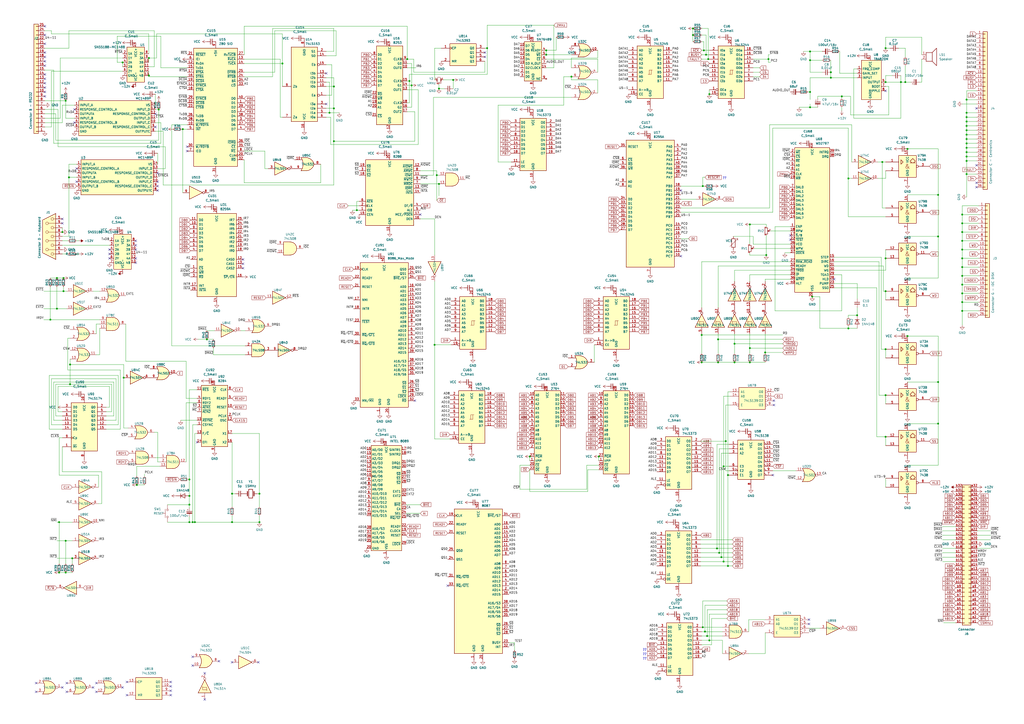
<source format=kicad_sch>
(kicad_sch (version 20230121) (generator eeschema)
  (paper "A2")
  (title_block (title "CPU Section") (date "2023-12-06") (rev "1") (company "Apricot") (comment 1 "Edit: Alessio Iodice"))
  (lib_symbols
    (symbol "74xx:74LS02" (pin_names (offset 1.016))
      (property "Reference" "U" (at 0 1.27 0))
      (property "Value" "74LS02" (at 0 -1.27 0))
      (symbol "74LS02_1_1"
        (pin output inverted (at 7.62 0 180) (length 3.81) (name "~") (number "1"))
        (pin input line (at -7.62 2.54 0) (length 4.318) (name "~") (number "2"))
        (pin input line (at -7.62 -2.54 0) (length 4.318) (name "~") (number "3"))
      )
      (symbol "74LS02_1_2"
        (pin output line (at 7.62 0 180) (length 3.81) (name "~") (number "1"))
        (pin input inverted (at -7.62 2.54 0) (length 3.81) (name "~") (number "2"))
        (pin input inverted (at -7.62 -2.54 0) (length 3.81) (name "~") (number "3"))
      )
      (symbol "74LS02_2_1"
        (pin output inverted (at 7.62 0 180) (length 3.81) (name "~") (number "4"))
        (pin input line (at -7.62 2.54 0) (length 4.318) (name "~") (number "5"))
        (pin input line (at -7.62 -2.54 0) (length 4.318) (name "~") (number "6"))
      )
      (symbol "74LS02_2_2"
        (pin output line (at 7.62 0 180) (length 3.81) (name "~") (number "4"))
        (pin input inverted (at -7.62 2.54 0) (length 3.81) (name "~") (number "5"))
        (pin input inverted (at -7.62 -2.54 0) (length 3.81) (name "~") (number "6"))
      )
      (symbol "74LS02_3_1"
        (pin output inverted (at 7.62 0 180) (length 3.81) (name "~") (number "10"))
        (pin input line (at -7.62 2.54 0) (length 4.318) (name "~") (number "8"))
        (pin input line (at -7.62 -2.54 0) (length 4.318) (name "~") (number "9"))
      )
      (symbol "74LS02_3_2"
        (pin output line (at 7.62 0 180) (length 3.81) (name "~") (number "10"))
        (pin input inverted (at -7.62 2.54 0) (length 3.81) (name "~") (number "8"))
        (pin input inverted (at -7.62 -2.54 0) (length 3.81) (name "~") (number "9"))
      )
      (symbol "74LS02_4_1"
        (pin input line (at -7.62 2.54 0) (length 4.318) (name "~") (number "11"))
        (pin input line (at -7.62 -2.54 0) (length 4.318) (name "~") (number "12"))
        (pin output inverted (at 7.62 0 180) (length 3.81) (name "~") (number "13"))
      )
      (symbol "74LS02_4_2"
        (pin input inverted (at -7.62 2.54 0) (length 3.81) (name "~") (number "11"))
        (pin input inverted (at -7.62 -2.54 0) (length 3.81) (name "~") (number "12"))
        (pin output line (at 7.62 0 180) (length 3.81) (name "~") (number "13"))
      )
      (symbol "74LS02_5_0"
        (pin power_in line (at 0 12.7 270) (length 5.08) (name "VCC") (number "14"))
        (pin power_in line (at 0 -12.7 90) (length 5.08) (name "GND") (number "7"))
      )
    )
    (symbol "74xx:74LS04"
      (property "Reference" "U" (at 0 1.27 0))
      (property "Value" "74LS04" (at 0 -1.27 0))
      (symbol "74LS04_1_0"
        (pin input line (at -7.62 0 0) (length 3.81) (name "~") (number "1"))
        (pin output inverted (at 7.62 0 180) (length 3.81) (name "~") (number "2"))
      )
      (symbol "74LS04_2_0"
        (pin input line (at -7.62 0 0) (length 3.81) (name "~") (number "3"))
        (pin output inverted (at 7.62 0 180) (length 3.81) (name "~") (number "4"))
      )
      (symbol "74LS04_3_0"
        (pin input line (at -7.62 0 0) (length 3.81) (name "~") (number "5"))
        (pin output inverted (at 7.62 0 180) (length 3.81) (name "~") (number "6"))
      )
      (symbol "74LS04_4_0"
        (pin output inverted (at 7.62 0 180) (length 3.81) (name "~") (number "8"))
        (pin input line (at -7.62 0 0) (length 3.81) (name "~") (number "9"))
      )
      (symbol "74LS04_5_0"
        (pin output inverted (at 7.62 0 180) (length 3.81) (name "~") (number "10"))
        (pin input line (at -7.62 0 0) (length 3.81) (name "~") (number "11"))
      )
      (symbol "74LS04_6_0"
        (pin output inverted (at 7.62 0 180) (length 3.81) (name "~") (number "12"))
        (pin input line (at -7.62 0 0) (length 3.81) (name "~") (number "13"))
      )
      (symbol "74LS04_7_0"
        (pin power_in line (at 0 12.7 270) (length 5.08) (name "VCC") (number "14"))
        (pin power_in line (at 0 -12.7 90) (length 5.08) (name "GND") (number "7"))
      )
    )
    (symbol "74xx:74LS08" (pin_names (offset 1.016))
      (property "Reference" "U" (at 0 1.27 0))
      (property "Value" "74LS08" (at 0 -1.27 0))
      (symbol "74LS08_1_1"
        (pin input line (at -7.62 2.54 0) (length 3.81) (name "~") (number "1"))
        (pin input line (at -7.62 -2.54 0) (length 3.81) (name "~") (number "2"))
        (pin output line (at 7.62 0 180) (length 3.81) (name "~") (number "3"))
      )
      (symbol "74LS08_1_2"
        (pin input inverted (at -7.62 2.54 0) (length 4.318) (name "~") (number "1"))
        (pin input inverted (at -7.62 -2.54 0) (length 4.318) (name "~") (number "2"))
        (pin output inverted (at 7.62 0 180) (length 3.81) (name "~") (number "3"))
      )
      (symbol "74LS08_2_1"
        (pin input line (at -7.62 2.54 0) (length 3.81) (name "~") (number "4"))
        (pin input line (at -7.62 -2.54 0) (length 3.81) (name "~") (number "5"))
        (pin output line (at 7.62 0 180) (length 3.81) (name "~") (number "6"))
      )
      (symbol "74LS08_2_2"
        (pin input inverted (at -7.62 2.54 0) (length 4.318) (name "~") (number "4"))
        (pin input inverted (at -7.62 -2.54 0) (length 4.318) (name "~") (number "5"))
        (pin output inverted (at 7.62 0 180) (length 3.81) (name "~") (number "6"))
      )
      (symbol "74LS08_3_1"
        (pin input line (at -7.62 -2.54 0) (length 3.81) (name "~") (number "10"))
        (pin output line (at 7.62 0 180) (length 3.81) (name "~") (number "8"))
        (pin input line (at -7.62 2.54 0) (length 3.81) (name "~") (number "9"))
      )
      (symbol "74LS08_3_2"
        (pin input inverted (at -7.62 -2.54 0) (length 4.318) (name "~") (number "10"))
        (pin output inverted (at 7.62 0 180) (length 3.81) (name "~") (number "8"))
        (pin input inverted (at -7.62 2.54 0) (length 4.318) (name "~") (number "9"))
      )
      (symbol "74LS08_4_1"
        (pin output line (at 7.62 0 180) (length 3.81) (name "~") (number "11"))
        (pin input line (at -7.62 2.54 0) (length 3.81) (name "~") (number "12"))
        (pin input line (at -7.62 -2.54 0) (length 3.81) (name "~") (number "13"))
      )
      (symbol "74LS08_4_2"
        (pin output inverted (at 7.62 0 180) (length 3.81) (name "~") (number "11"))
        (pin input inverted (at -7.62 2.54 0) (length 4.318) (name "~") (number "12"))
        (pin input inverted (at -7.62 -2.54 0) (length 4.318) (name "~") (number "13"))
      )
      (symbol "74LS08_5_0"
        (pin power_in line (at 0 12.7 270) (length 5.08) (name "VCC") (number "14"))
        (pin power_in line (at 0 -12.7 90) (length 5.08) (name "GND") (number "7"))
      )
    )
    (symbol "74xx:74LS11" (pin_names (offset 1.016))
      (property "Reference" "U" (at 0 1.27 0))
      (property "Value" "74LS11" (at 0 -1.27 0))
      (symbol "74LS11_1_1"
        (pin input line (at -7.62 2.54 0) (length 3.81) (name "~") (number "1"))
        (pin output line (at 7.62 0 180) (length 3.81) (name "~") (number "12"))
        (pin input line (at -7.62 -2.54 0) (length 3.81) (name "~") (number "13"))
        (pin input line (at -7.62 0 0) (length 3.81) (name "~") (number "2"))
      )
      (symbol "74LS11_1_2"
        (pin input inverted (at -7.62 2.54 0) (length 4.318) (name "~") (number "1"))
        (pin output inverted (at 7.62 0 180) (length 3.81) (name "~") (number "12"))
        (pin input inverted (at -7.62 -2.54 0) (length 4.318) (name "~") (number "13"))
        (pin input inverted (at -7.62 0 0) (length 4.953) (name "~") (number "2"))
      )
      (symbol "74LS11_2_1"
        (pin input line (at -7.62 2.54 0) (length 3.81) (name "~") (number "3"))
        (pin input line (at -7.62 0 0) (length 3.81) (name "~") (number "4"))
        (pin input line (at -7.62 -2.54 0) (length 3.81) (name "~") (number "5"))
        (pin output line (at 7.62 0 180) (length 3.81) (name "~") (number "6"))
      )
      (symbol "74LS11_2_2"
        (pin input inverted (at -7.62 2.54 0) (length 4.318) (name "~") (number "3"))
        (pin input inverted (at -7.62 0 0) (length 4.953) (name "~") (number "4"))
        (pin input inverted (at -7.62 -2.54 0) (length 4.318) (name "~") (number "5"))
        (pin output inverted (at 7.62 0 180) (length 3.81) (name "~") (number "6"))
      )
      (symbol "74LS11_3_1"
        (pin input line (at -7.62 0 0) (length 3.81) (name "~") (number "10"))
        (pin input line (at -7.62 -2.54 0) (length 3.81) (name "~") (number "11"))
        (pin output line (at 7.62 0 180) (length 3.81) (name "~") (number "8"))
        (pin input line (at -7.62 2.54 0) (length 3.81) (name "~") (number "9"))
      )
      (symbol "74LS11_3_2"
        (pin input inverted (at -7.62 0 0) (length 4.953) (name "~") (number "10"))
        (pin input inverted (at -7.62 -2.54 0) (length 4.318) (name "~") (number "11"))
        (pin output inverted (at 7.62 0 180) (length 3.81) (name "~") (number "8"))
        (pin input inverted (at -7.62 2.54 0) (length 4.318) (name "~") (number "9"))
      )
      (symbol "74LS11_4_0"
        (pin power_in line (at 0 12.7 270) (length 5.08) (name "VCC") (number "14"))
        (pin power_in line (at 0 -12.7 90) (length 5.08) (name "GND") (number "7"))
      )
    )
    (symbol "74xx:74LS138" (pin_names (offset 1.016))
      (property "Reference" "U" (at -7.62 11.43 0))
      (property "Value" "74LS138" (at -7.62 -13.97 0))
      (symbol "74LS138_1_0"
        (pin input line (at -12.7 7.62 0) (length 5.08) (name "A0") (number "1"))
        (pin output output_low (at 12.7 -5.08 180) (length 5.08) (name "O5") (number "10"))
        (pin output output_low (at 12.7 -2.54 180) (length 5.08) (name "O4") (number "11"))
        (pin output output_low (at 12.7 0 180) (length 5.08) (name "O3") (number "12"))
        (pin output output_low (at 12.7 2.54 180) (length 5.08) (name "O2") (number "13"))
        (pin output output_low (at 12.7 5.08 180) (length 5.08) (name "O1") (number "14"))
        (pin output output_low (at 12.7 7.62 180) (length 5.08) (name "O0") (number "15"))
        (pin power_in line (at 0 15.24 270) (length 5.08) (name "VCC") (number "16"))
        (pin input line (at -12.7 5.08 0) (length 5.08) (name "A1") (number "2"))
        (pin input line (at -12.7 2.54 0) (length 5.08) (name "A2") (number "3"))
        (pin input input_low (at -12.7 -10.16 0) (length 5.08) (name "E1") (number "4"))
        (pin input input_low (at -12.7 -7.62 0) (length 5.08) (name "E2") (number "5"))
        (pin input line (at -12.7 -5.08 0) (length 5.08) (name "E3") (number "6"))
        (pin output output_low (at 12.7 -10.16 180) (length 5.08) (name "O7") (number "7"))
        (pin power_in line (at 0 -17.78 90) (length 5.08) (name "GND") (number "8"))
        (pin output output_low (at 12.7 -7.62 180) (length 5.08) (name "O6") (number "9"))
      )
    )
    (symbol "74xx:74LS139" (pin_names (offset 1.016))
      (property "Reference" "U" (at -7.62 8.89 0))
      (property "Value" "74LS139" (at -7.62 -8.89 0))
      (symbol "74LS139_1_0"
        (pin input inverted (at -12.7 -5.08 0) (length 5.08) (name "E") (number "1"))
        (pin input line (at -12.7 0 0) (length 5.08) (name "A0") (number "2"))
        (pin input line (at -12.7 2.54 0) (length 5.08) (name "A1") (number "3"))
        (pin output inverted (at 12.7 2.54 180) (length 5.08) (name "O0") (number "4"))
        (pin output inverted (at 12.7 0 180) (length 5.08) (name "O1") (number "5"))
        (pin output inverted (at 12.7 -2.54 180) (length 5.08) (name "O2") (number "6"))
        (pin output inverted (at 12.7 -5.08 180) (length 5.08) (name "O3") (number "7"))
      )
      (symbol "74LS139_2_0"
        (pin output inverted (at 12.7 -2.54 180) (length 5.08) (name "O2") (number "10"))
        (pin output inverted (at 12.7 0 180) (length 5.08) (name "O1") (number "11"))
        (pin output inverted (at 12.7 2.54 180) (length 5.08) (name "O0") (number "12"))
        (pin input line (at -12.7 2.54 0) (length 5.08) (name "A1") (number "13"))
        (pin input line (at -12.7 0 0) (length 5.08) (name "A0") (number "14"))
        (pin input inverted (at -12.7 -5.08 0) (length 5.08) (name "E") (number "15"))
        (pin output inverted (at 12.7 -5.08 180) (length 5.08) (name "O3") (number "9"))
      )
      (symbol "74LS139_3_0"
        (pin power_in line (at 0 12.7 270) (length 5.08) (name "VCC") (number "16"))
        (pin power_in line (at 0 -12.7 90) (length 5.08) (name "GND") (number "8"))
      )
    )
    (symbol "74xx:74LS14" (pin_names (offset 1.016))
      (property "Reference" "U" (at 0 1.27 0))
      (property "Value" "74LS14" (at 0 -1.27 0))
      (symbol "74LS14_1_0"
        (pin input line (at -7.62 0 0) (length 3.81) (name "~") (number "1"))
        (pin output inverted (at 7.62 0 180) (length 3.81) (name "~") (number "2"))
      )
      (symbol "74LS14_2_0"
        (pin input line (at -7.62 0 0) (length 3.81) (name "~") (number "3"))
        (pin output inverted (at 7.62 0 180) (length 3.81) (name "~") (number "4"))
      )
      (symbol "74LS14_3_0"
        (pin input line (at -7.62 0 0) (length 3.81) (name "~") (number "5"))
        (pin output inverted (at 7.62 0 180) (length 3.81) (name "~") (number "6"))
      )
      (symbol "74LS14_4_0"
        (pin output inverted (at 7.62 0 180) (length 3.81) (name "~") (number "8"))
        (pin input line (at -7.62 0 0) (length 3.81) (name "~") (number "9"))
      )
      (symbol "74LS14_5_0"
        (pin output inverted (at 7.62 0 180) (length 3.81) (name "~") (number "10"))
        (pin input line (at -7.62 0 0) (length 3.81) (name "~") (number "11"))
      )
      (symbol "74LS14_6_0"
        (pin output inverted (at 7.62 0 180) (length 3.81) (name "~") (number "12"))
        (pin input line (at -7.62 0 0) (length 3.81) (name "~") (number "13"))
      )
      (symbol "74LS14_7_0"
        (pin power_in line (at 0 12.7 270) (length 5.08) (name "VCC") (number "14"))
        (pin power_in line (at 0 -12.7 90) (length 5.08) (name "GND") (number "7"))
      )
    )
    (symbol "74xx:74LS153" (pin_names (offset 1.016))
      (property "Reference" "U" (at -7.62 21.59 0))
      (property "Value" "74LS153" (at -7.62 -24.13 0))
      (symbol "74LS153_1_0"
        (pin input inverted (at -12.7 5.08 0) (length 5.08) (name "Ea") (number "1"))
        (pin input line (at -12.7 0 0) (length 5.08) (name "I0b") (number "10"))
        (pin input line (at -12.7 -2.54 0) (length 5.08) (name "I1b") (number "11"))
        (pin input line (at -12.7 -5.08 0) (length 5.08) (name "I2b") (number "12"))
        (pin input line (at -12.7 -7.62 0) (length 5.08) (name "I3b") (number "13"))
        (pin input line (at -12.7 -17.78 0) (length 5.08) (name "S0") (number "14"))
        (pin input inverted (at -12.7 -12.7 0) (length 5.08) (name "Eb") (number "15"))
        (pin power_in line (at 0 25.4 270) (length 5.08) (name "VCC") (number "16"))
        (pin input line (at -12.7 -20.32 0) (length 5.08) (name "S1") (number "2"))
        (pin input line (at -12.7 10.16 0) (length 5.08) (name "I3a") (number "3"))
        (pin input line (at -12.7 12.7 0) (length 5.08) (name "I2a") (number "4"))
        (pin input line (at -12.7 15.24 0) (length 5.08) (name "I1a") (number "5"))
        (pin input line (at -12.7 17.78 0) (length 5.08) (name "I0a") (number "6"))
        (pin output line (at 12.7 17.78 180) (length 5.08) (name "Za") (number "7"))
        (pin power_in line (at 0 -27.94 90) (length 5.08) (name "GND") (number "8"))
        (pin output line (at 12.7 0 180) (length 5.08) (name "Zb") (number "9"))
      )
    )
    (symbol "74xx:74LS174" (pin_names (offset 1.016))
      (property "Reference" "U" (at -7.62 13.97 0))
      (property "Value" "74LS174" (at -7.62 -16.51 0))
      (symbol "74LS174_1_0"
        (pin input line (at -12.7 -12.7 0) (length 5.08) (name "~{Mr}") (number "1"))
        (pin output line (at 12.7 2.54 180) (length 5.08) (name "Q3") (number "10"))
        (pin input line (at -12.7 2.54 0) (length 5.08) (name "D3") (number "11"))
        (pin output line (at 12.7 0 180) (length 5.08) (name "Q4") (number "12"))
        (pin input line (at -12.7 0 0) (length 5.08) (name "D4") (number "13"))
        (pin input line (at -12.7 -2.54 0) (length 5.08) (name "D5") (number "14"))
        (pin output line (at 12.7 -2.54 180) (length 5.08) (name "Q5") (number "15"))
        (pin power_in line (at 0 17.78 270) (length 5.08) (name "VCC") (number "16"))
        (pin output line (at 12.7 10.16 180) (length 5.08) (name "Q0") (number "2"))
        (pin input line (at -12.7 10.16 0) (length 5.08) (name "D0") (number "3"))
        (pin input line (at -12.7 7.62 0) (length 5.08) (name "D1") (number "4"))
        (pin output line (at 12.7 7.62 180) (length 5.08) (name "Q1") (number "5"))
        (pin input line (at -12.7 5.08 0) (length 5.08) (name "D2") (number "6"))
        (pin output line (at 12.7 5.08 180) (length 5.08) (name "Q2") (number "7"))
        (pin power_in line (at 0 -20.32 90) (length 5.08) (name "GND") (number "8"))
        (pin input clock (at -12.7 -7.62 0) (length 5.08) (name "Cp") (number "9"))
      )
    )
    (symbol "74xx:74LS244" (pin_names (offset 1.016))
      (property "Reference" "U" (at -7.62 16.51 0))
      (property "Value" "74LS244" (at -7.62 -16.51 0))
      (symbol "74LS244_1_0"
        (pin input inverted (at -12.7 -10.16 0) (length 5.08) (name "OEa") (number "1"))
        (pin power_in line (at 0 -20.32 90) (length 5.08) (name "GND") (number "10"))
        (pin input line (at -12.7 2.54 0) (length 5.08) (name "I0b") (number "11"))
        (pin tri_state line (at 12.7 5.08 180) (length 5.08) (name "O3a") (number "12"))
        (pin input line (at -12.7 0 0) (length 5.08) (name "I1b") (number "13"))
        (pin tri_state line (at 12.7 7.62 180) (length 5.08) (name "O2a") (number "14"))
        (pin input line (at -12.7 -2.54 0) (length 5.08) (name "I2b") (number "15"))
        (pin tri_state line (at 12.7 10.16 180) (length 5.08) (name "O1a") (number "16"))
        (pin input line (at -12.7 -5.08 0) (length 5.08) (name "I3b") (number "17"))
        (pin tri_state line (at 12.7 12.7 180) (length 5.08) (name "O0a") (number "18"))
        (pin input inverted (at -12.7 -12.7 0) (length 5.08) (name "OEb") (number "19"))
        (pin input line (at -12.7 12.7 0) (length 5.08) (name "I0a") (number "2"))
        (pin power_in line (at 0 20.32 270) (length 5.08) (name "VCC") (number "20"))
        (pin tri_state line (at 12.7 -5.08 180) (length 5.08) (name "O3b") (number "3"))
        (pin input line (at -12.7 10.16 0) (length 5.08) (name "I1a") (number "4"))
        (pin tri_state line (at 12.7 -2.54 180) (length 5.08) (name "O2b") (number "5"))
        (pin input line (at -12.7 7.62 0) (length 5.08) (name "I2a") (number "6"))
        (pin tri_state line (at 12.7 0 180) (length 5.08) (name "O1b") (number "7"))
        (pin input line (at -12.7 5.08 0) (length 5.08) (name "I3a") (number "8"))
        (pin tri_state line (at 12.7 2.54 180) (length 5.08) (name "O0b") (number "9"))
      )
    )
    (symbol "74xx:74LS245" (pin_names (offset 1.016))
      (property "Reference" "U" (at -7.62 16.51 0))
      (property "Value" "74LS245" (at -7.62 -16.51 0))
      (symbol "74LS245_1_0"
        (pin input line (at -12.7 -10.16 0) (length 5.08) (name "A->B") (number "1"))
        (pin power_in line (at 0 -20.32 90) (length 5.08) (name "GND") (number "10"))
        (pin tri_state line (at 12.7 -5.08 180) (length 5.08) (name "B7") (number "11"))
        (pin tri_state line (at 12.7 -2.54 180) (length 5.08) (name "B6") (number "12"))
        (pin tri_state line (at 12.7 0 180) (length 5.08) (name "B5") (number "13"))
        (pin tri_state line (at 12.7 2.54 180) (length 5.08) (name "B4") (number "14"))
        (pin tri_state line (at 12.7 5.08 180) (length 5.08) (name "B3") (number "15"))
        (pin tri_state line (at 12.7 7.62 180) (length 5.08) (name "B2") (number "16"))
        (pin tri_state line (at 12.7 10.16 180) (length 5.08) (name "B1") (number "17"))
        (pin tri_state line (at 12.7 12.7 180) (length 5.08) (name "B0") (number "18"))
        (pin input inverted (at -12.7 -12.7 0) (length 5.08) (name "CE") (number "19"))
        (pin tri_state line (at -12.7 12.7 0) (length 5.08) (name "A0") (number "2"))
        (pin power_in line (at 0 20.32 270) (length 5.08) (name "VCC") (number "20"))
        (pin tri_state line (at -12.7 10.16 0) (length 5.08) (name "A1") (number "3"))
        (pin tri_state line (at -12.7 7.62 0) (length 5.08) (name "A2") (number "4"))
        (pin tri_state line (at -12.7 5.08 0) (length 5.08) (name "A3") (number "5"))
        (pin tri_state line (at -12.7 2.54 0) (length 5.08) (name "A4") (number "6"))
        (pin tri_state line (at -12.7 0 0) (length 5.08) (name "A5") (number "7"))
        (pin tri_state line (at -12.7 -2.54 0) (length 5.08) (name "A6") (number "8"))
        (pin tri_state line (at -12.7 -5.08 0) (length 5.08) (name "A7") (number "9"))
      )
    )
    (symbol "74xx:74LS32" (pin_names (offset 1.016))
      (property "Reference" "U" (at 0 1.27 0))
      (property "Value" "74LS32" (at 0 -1.27 0))
      (symbol "74LS32_1_1"
        (pin input line (at -7.62 2.54 0) (length 4.318) (name "~") (number "1"))
        (pin input line (at -7.62 -2.54 0) (length 4.318) (name "~") (number "2"))
        (pin output line (at 7.62 0 180) (length 3.81) (name "~") (number "3"))
      )
      (symbol "74LS32_1_2"
        (pin input inverted (at -7.62 2.54 0) (length 3.81) (name "~") (number "1"))
        (pin input inverted (at -7.62 -2.54 0) (length 3.81) (name "~") (number "2"))
        (pin output inverted (at 7.62 0 180) (length 3.81) (name "~") (number "3"))
      )
      (symbol "74LS32_2_1"
        (pin input line (at -7.62 2.54 0) (length 4.318) (name "~") (number "4"))
        (pin input line (at -7.62 -2.54 0) (length 4.318) (name "~") (number "5"))
        (pin output line (at 7.62 0 180) (length 3.81) (name "~") (number "6"))
      )
      (symbol "74LS32_2_2"
        (pin input inverted (at -7.62 2.54 0) (length 3.81) (name "~") (number "4"))
        (pin input inverted (at -7.62 -2.54 0) (length 3.81) (name "~") (number "5"))
        (pin output inverted (at 7.62 0 180) (length 3.81) (name "~") (number "6"))
      )
      (symbol "74LS32_3_1"
        (pin input line (at -7.62 -2.54 0) (length 4.318) (name "~") (number "10"))
        (pin output line (at 7.62 0 180) (length 3.81) (name "~") (number "8"))
        (pin input line (at -7.62 2.54 0) (length 4.318) (name "~") (number "9"))
      )
      (symbol "74LS32_3_2"
        (pin input inverted (at -7.62 -2.54 0) (length 3.81) (name "~") (number "10"))
        (pin output inverted (at 7.62 0 180) (length 3.81) (name "~") (number "8"))
        (pin input inverted (at -7.62 2.54 0) (length 3.81) (name "~") (number "9"))
      )
      (symbol "74LS32_4_1"
        (pin output line (at 7.62 0 180) (length 3.81) (name "~") (number "11"))
        (pin input line (at -7.62 2.54 0) (length 4.318) (name "~") (number "12"))
        (pin input line (at -7.62 -2.54 0) (length 4.318) (name "~") (number "13"))
      )
      (symbol "74LS32_4_2"
        (pin output inverted (at 7.62 0 180) (length 3.81) (name "~") (number "11"))
        (pin input inverted (at -7.62 2.54 0) (length 3.81) (name "~") (number "12"))
        (pin input inverted (at -7.62 -2.54 0) (length 3.81) (name "~") (number "13"))
      )
      (symbol "74LS32_5_0"
        (pin power_in line (at 0 12.7 270) (length 5.08) (name "VCC") (number "14"))
        (pin power_in line (at 0 -12.7 90) (length 5.08) (name "GND") (number "7"))
      )
    )
    (symbol "74xx:74LS373"
      (property "Reference" "U" (at -7.62 16.51 0))
      (property "Value" "74LS373" (at -7.62 -16.51 0))
      (symbol "74LS373_1_0"
        (pin input inverted (at -12.7 -12.7 0) (length 5.08) (name "OE") (number "1"))
        (pin power_in line (at 0 -20.32 90) (length 5.08) (name "GND") (number "10"))
        (pin input line (at -12.7 -10.16 0) (length 5.08) (name "LE") (number "11"))
        (pin tri_state line (at 12.7 2.54 180) (length 5.08) (name "O4") (number "12"))
        (pin input line (at -12.7 2.54 0) (length 5.08) (name "D4") (number "13"))
        (pin input line (at -12.7 0 0) (length 5.08) (name "D5") (number "14"))
        (pin tri_state line (at 12.7 0 180) (length 5.08) (name "O5") (number "15"))
        (pin tri_state line (at 12.7 -2.54 180) (length 5.08) (name "O6") (number "16"))
        (pin input line (at -12.7 -2.54 0) (length 5.08) (name "D6") (number "17"))
        (pin input line (at -12.7 -5.08 0) (length 5.08) (name "D7") (number "18"))
        (pin tri_state line (at 12.7 -5.08 180) (length 5.08) (name "O7") (number "19"))
        (pin tri_state line (at 12.7 12.7 180) (length 5.08) (name "O0") (number "2"))
        (pin power_in line (at 0 20.32 270) (length 5.08) (name "VCC") (number "20"))
        (pin input line (at -12.7 12.7 0) (length 5.08) (name "D0") (number "3"))
        (pin input line (at -12.7 10.16 0) (length 5.08) (name "D1") (number "4"))
        (pin tri_state line (at 12.7 10.16 180) (length 5.08) (name "O1") (number "5"))
        (pin tri_state line (at 12.7 7.62 180) (length 5.08) (name "O2") (number "6"))
        (pin input line (at -12.7 7.62 0) (length 5.08) (name "D2") (number "7"))
        (pin input line (at -12.7 5.08 0) (length 5.08) (name "D3") (number "8"))
        (pin tri_state line (at 12.7 5.08 180) (length 5.08) (name "O3") (number "9"))
      )
    )
    (symbol "74xx:74LS393" (pin_names (offset 1.016))
      (property "Reference" "U" (at -7.62 8.89 0))
      (property "Value" "74LS393" (at -7.62 -8.89 0))
      (symbol "74LS393_1_0"
        (pin input clock (at -12.7 2.54 0) (length 5.08) (name "CP") (number "1"))
        (pin input line (at -12.7 -5.08 0) (length 5.08) (name "MR") (number "2"))
        (pin output line (at 12.7 2.54 180) (length 5.08) (name "Q0") (number "3"))
        (pin output line (at 12.7 0 180) (length 5.08) (name "Q1") (number "4"))
        (pin output line (at 12.7 -2.54 180) (length 5.08) (name "Q2") (number "5"))
        (pin output line (at 12.7 -5.08 180) (length 5.08) (name "Q3") (number "6"))
      )
      (symbol "74LS393_2_0"
        (pin output line (at 12.7 0 180) (length 5.08) (name "Q1") (number "10"))
        (pin output line (at 12.7 2.54 180) (length 5.08) (name "Q0") (number "11"))
        (pin input line (at -12.7 -5.08 0) (length 5.08) (name "MR") (number "12"))
        (pin input clock (at -12.7 2.54 0) (length 5.08) (name "CP") (number "13"))
        (pin output line (at 12.7 -5.08 180) (length 5.08) (name "Q3") (number "8"))
        (pin output line (at 12.7 -2.54 180) (length 5.08) (name "Q2") (number "9"))
      )
      (symbol "74LS393_3_0"
        (pin power_in line (at 0 12.7 270) (length 5.08) (name "VCC") (number "14"))
        (pin power_in line (at 0 -12.7 90) (length 5.08) (name "GND") (number "7"))
      )
    )
    (symbol "74xx_IEEE:7438"
      (property "Reference" "U" (at 2.54 7.62 0))
      (property "Value" "7438" (at 5.08 -7.62 0))
      (symbol "7438_0_0"
        (text "&" (at 0 0 0) (effects (font (size 2.54 2.54))))
        (pin power_in line (at 0 10.16 270) (length 3.81) (name "VCC") (number "14"))
      )
      (symbol "7438_0_1"
        (pin power_in line (at 0 -10.16 90) (length 3.81) (name "GND") (number "7"))
      )
      (symbol "7438_1_1"
        (pin input line (at -12.7 2.54 0) (length 7.62) (name "~") (number "1"))
        (pin input line (at -12.7 -2.54 0) (length 7.62) (name "~") (number "2"))
        (pin open_collector inverted (at 12.7 0 180) (length 7.62) (name "~") (number "3"))
      )
      (symbol "7438_2_1"
        (pin input line (at -12.7 2.54 0) (length 7.62) (name "~") (number "4"))
        (pin input line (at -12.7 -2.54 0) (length 7.62) (name "~") (number "5"))
        (pin open_collector inverted (at 12.7 0 180) (length 7.62) (name "~") (number "6"))
      )
      (symbol "7438_3_1"
        (pin input line (at -12.7 -2.54 0) (length 7.62) (name "~") (number "10"))
        (pin open_collector inverted (at 12.7 0 180) (length 7.62) (name "~") (number "8"))
        (pin input line (at -12.7 2.54 0) (length 7.62) (name "~") (number "9"))
      )
      (symbol "7438_4_1"
        (pin open_collector inverted (at 12.7 0 180) (length 7.62) (name "~") (number "11"))
        (pin input line (at -12.7 2.54 0) (length 7.62) (name "~") (number "12"))
        (pin input line (at -12.7 -2.54 0) (length 7.62) (name "~") (number "13"))
      )
    )
    (symbol "ACT-PC1:8089"
      (property "Reference" "U" (at 24.13 7.62 0))
      (property "Value" "INTEL 8089" (at 24.13 5.08 0))
      (symbol "8089_0_0"
        (pin power_in line (at 11.43 -60.96 90) (length 2.54) (name "VSS") (number "1"))
        (pin bidirectional clock (at 0 -15.24 0) (length 2.54) (name "A6/D6") (number "10"))
        (pin bidirectional line (at 0 -12.7 0) (length 2.54) (name "A5/D5") (number "11"))
        (pin bidirectional line (at 0 -10.16 0) (length 2.54) (name "A4/D4") (number "12"))
        (pin bidirectional line (at 0 -7.62 0) (length 2.54) (name "A3/D3") (number "13"))
        (pin bidirectional line (at 0 -5.08 0) (length 2.54) (name "A2/D2") (number "14"))
        (pin bidirectional line (at 0 -2.54 0) (length 2.54) (name "A1/D1") (number "15"))
        (pin bidirectional line (at 0 0 0) (length 2.54) (name "A0/D0") (number "16"))
        (pin output line (at 22.86 0 180) (length 2.54) (name "SINTR1") (number "17"))
        (pin output line (at 22.86 -2.54 180) (length 2.54) (name "SINTR2") (number "18"))
        (pin input line (at 22.86 -46.99 180) (length 2.54) (name "CLOCK") (number "19"))
        (pin bidirectional line (at 0 -35.56 0) (length 2.54) (name "A14/D14") (number "2"))
        (pin power_in line (at 0 -57.15 0) (length 2.54) (name "GND") (number "20"))
        (pin input line (at 22.86 -49.53 180) (length 2.54) (name "RESET") (number "21"))
        (pin input line (at 22.86 -44.45 180) (length 2.54) (name "READY") (number "22"))
        (pin input line (at 22.86 -34.29 180) (length 2.54) (name "CA") (number "23"))
        (pin input line (at 22.86 -36.83 180) (length 2.54) (name "SEL") (number "24"))
        (pin bidirectional line (at 22.86 -39.37 180) (length 2.54) (name "~{RQ/GT}") (number "25"))
        (pin output line (at 22.86 -13.97 180) (length 2.54) (name "~{S0}") (number "26"))
        (pin output line (at 22.86 -16.51 180) (length 2.54) (name "~{S1}") (number "27"))
        (pin output line (at 22.86 -19.05 180) (length 2.54) (name "~{S2}") (number "28"))
        (pin output line (at 22.86 -54.61 180) (length 2.54) (name "~{LOCK}") (number "29"))
        (pin bidirectional line (at 0 -33.02 0) (length 2.54) (name "A13/D13") (number "3"))
        (pin input line (at 22.86 -10.16 180) (length 2.54) (name "DRQ2") (number "30"))
        (pin input line (at 22.86 -26.67 180) (length 2.54) (name "EXT2") (number "32"))
        (pin input line (at 22.86 -24.13 180) (length 2.54) (name "EXT1") (number "33"))
        (pin output line (at 0 -53.34 0) (length 2.54) (name "A19/S6") (number "35"))
        (pin output line (at 0 -50.8 0) (length 2.54) (name "A18/S5") (number "36"))
        (pin output line (at 0 -48.26 0) (length 2.54) (name "A17/S4") (number "37"))
        (pin output line (at 0 -45.72 0) (length 2.54) (name "A16/S3") (number "38"))
        (pin bidirectional line (at 0 -38.1 0) (length 2.54) (name "A15/D15") (number "39"))
        (pin bidirectional line (at 0 -30.48 0) (length 2.54) (name "A12/D12") (number "4"))
        (pin power_in line (at 11.43 5.08 270) (length 2.54) (name "VCC") (number "40"))
        (pin bidirectional line (at 0 -27.94 0) (length 2.54) (name "A11/D11") (number "5"))
        (pin bidirectional line (at 0 -25.4 0) (length 2.54) (name "A10/D10") (number "6"))
        (pin bidirectional line (at 0 -22.86 0) (length 2.54) (name "A9/D9") (number "7"))
        (pin bidirectional line (at 0 -20.32 0) (length 2.54) (name "A8/D8") (number "8"))
      )
      (symbol "8089_1_0"
        (pin input line (at 22.86 -7.62 180) (length 2.54) (name "DRQ1") (number "31"))
        (pin output line (at 22.86 -31.75 180) (length 2.54) (name "~{BHE}") (number "34"))
        (pin bidirectional line (at 0 -17.78 0) (length 2.54) (name "A7/D7") (number "9"))
      )
    )
    (symbol "ACT-PC1:MC1489P"
      (property "Reference" "U" (at 59.69 7.62 0))
      (property "Value" "MC1489P" (at 59.69 5.08 0))
      (symbol "MC1489P_1_1"
        (pin passive line (at 2.54 0 0) (length 2.54) (name "INPUT_A") (number "1"))
        (pin passive line (at 49.53 -10.16 180) (length 2.54) (name "INPUT_C") (number "10"))
        (pin passive line (at 49.53 -7.62 180) (length 2.54) (name "OUTPUT_D") (number "11"))
        (pin passive line (at 49.53 -5.08 180) (length 2.54) (name "RESPONSE_CONTROL_D") (number "12"))
        (pin passive line (at 49.53 -2.54 180) (length 2.54) (name "INPUT_D") (number "13"))
        (pin passive line (at 49.53 0 180) (length 2.54) (name "VS") (number "14"))
        (pin passive line (at 2.54 -2.54 0) (length 2.54) (name "RESPONSE_CONTROL_A") (number "2"))
        (pin passive line (at 2.54 -5.08 0) (length 2.54) (name "OUTPUTA") (number "3"))
        (pin passive line (at 2.54 -7.62 0) (length 2.54) (name "INPUT_B") (number "4"))
        (pin passive line (at 2.54 -10.16 0) (length 2.54) (name "RESPONSE_CONTROL_B") (number "5"))
        (pin passive line (at 2.54 -12.7 0) (length 2.54) (name "OUTPUT_B") (number "6"))
        (pin passive line (at 2.54 -15.24 0) (length 2.54) (name "GND") (number "7"))
        (pin passive line (at 49.53 -15.24 180) (length 2.54) (name "OUTPUTC") (number "8"))
        (pin passive line (at 49.53 -12.7 180) (length 2.54) (name "RESPONSE_CONTROL_C") (number "9"))
      )
    )
    (symbol "ACT-PC1:SN55188-MC1488"
      (property "Reference" "U" (at -7.62 6.35 0))
      (property "Value" "SN55188-MC1488" (at -5.08 3.81 0))
      (symbol "SN55188-MC1488_0_0"
        (pin power_in line (at 7.62 -22.86 90) (length 2.54) (name "VCC-") (number "1"))
        (pin input line (at 15.24 -8.89 180) (length 2.54) (name "3B") (number "10"))
        (pin input line (at 15.24 -11.43 180) (length 2.54) (name "4Y") (number "11"))
        (pin input line (at 15.24 -13.97 180) (length 2.54) (name "4A") (number "12"))
        (pin input line (at 15.24 -16.51 180) (length 2.54) (name "4B") (number "13"))
        (pin power_in line (at 7.62 2.54 270) (length 2.54) (name "VCC+") (number "14"))
        (pin input line (at 0 -3.81 0) (length 2.54) (name "1A") (number "2"))
        (pin input line (at 0 -6.35 0) (length 2.54) (name "1Y") (number "3"))
        (pin input line (at 0 -8.89 0) (length 2.54) (name "2A") (number "4"))
        (pin input line (at 0 -11.43 0) (length 2.54) (name "2B") (number "5"))
        (pin input line (at 0 -13.97 0) (length 2.54) (name "2Y") (number "6"))
        (pin unspecified line (at 0 -16.51 0) (length 2.54) (name "GND") (number "7"))
        (pin input line (at 15.24 -3.81 180) (length 2.54) (name "3Y") (number "8"))
        (pin input line (at 15.24 -6.35 180) (length 2.54) (name "3A") (number "9"))
      )
    )
    (symbol "ACT-PC1:SN76489"
      (property "Reference" "U" (at -7.62 6.35 0))
      (property "Value" "SN76489" (at -5.08 3.81 0))
      (symbol "SN76489_0_0"
        (pin input line (at 0 -2.54 0) (length 2.54) (name "D7") (number "10"))
        (pin input line (at 0 -5.08 0) (length 2.54) (name "D6") (number "11"))
        (pin input line (at 0 -7.62 0) (length 2.54) (name "D5") (number "12"))
        (pin input line (at 0 -10.16 0) (length 2.54) (name "D4") (number "13"))
        (pin input line (at 15.24 -15.24 180) (length 2.54) (name "CLOCK") (number "14"))
        (pin input line (at 0 -17.78 0) (length 2.54) (name "D1") (number "2"))
        (pin input line (at 0 -20.32 0) (length 2.54) (name "D0") (number "3"))
        (pin output line (at 15.24 -5.08 180) (length 2.54) (name "READY") (number "4"))
        (pin input line (at 15.24 -7.62 180) (length 2.54) (name "~{WE}") (number "5"))
        (pin input line (at 15.24 -10.16 180) (length 2.54) (name "~{CE}") (number "6"))
        (pin power_in line (at 7.62 -25.4 90) (length 2.54) (name "GND") (number "8"))
        (pin no_connect line (at 15.24 -21.59 180) (length 2.54) (name "NC") (number "9"))
      )
      (symbol "SN76489_1_0"
        (pin input line (at 0 -15.24 0) (length 2.54) (name "D2") (number "1"))
        (pin input line (at 0 -12.7 0) (length 2.54) (name "D3") (number "15"))
        (pin power_in line (at 7.62 2.54 270) (length 2.54) (name "VCC") (number "16"))
        (pin output line (at 15.24 -12.7 180) (length 2.54) (name "A_OUT") (number "7"))
      )
    )
    (symbol "ACT-PC1:TBA820M"
      (property "Reference" "U" (at -7.62 6.35 0))
      (property "Value" "TBA820M" (at -5.08 3.81 0))
      (symbol "TBA820M_0_0"
        (pin input line (at 0 -7.62 0) (length 2.54) (name "GAIN_SET") (number "2"))
        (pin input line (at 0 -10.16 0) (length 2.54) (name "INPUT") (number "3"))
        (pin power_in line (at 7.62 -25.4 90) (length 2.54) (name "GND") (number "4"))
        (pin output line (at 16.51 -12.7 180) (length 2.54) (name "OUTPUT") (number "5"))
        (pin power_in line (at 7.62 2.54 270) (length 2.54) (name "VCC") (number "6"))
        (pin input line (at 16.51 -17.78 180) (length 2.54) (name "RIPPLE") (number "8"))
      )
      (symbol "TBA820M_1_0"
        (pin input line (at 0 -5.08 0) (length 2.54) (name "FRQ_COMP") (number "1"))
        (pin input line (at 16.51 -15.24 180) (length 2.54) (name "BOOT") (number "7"))
      )
    )
    (symbol "ACT-PC1:Z80-SIO" (pin_names (offset 1.016))
      (property "Reference" "U" (at -3.175 0.635 0))
      (property "Value" "Z80 SIO" (at -3.175 -1.905 0))
      (symbol "Z80-SIO_1_1"
        (pin bidirectional line (at 16.51 2.54 180) (length 3.81) (name "D1") (number "1"))
        (pin output line (at -16.51 -10.16 0) (length 3.81) (name "~{W/RDYA}") (number "10"))
        (pin bidirectional line (at -16.51 12.7 0) (length 3.81) (name "~{SYNCA}") (number "11"))
        (pin input line (at -16.51 25.4 0) (length 3.81) (name "RxDA") (number "12"))
        (pin input line (at 16.51 27.94 180) (length 3.81) (name "~{RxCA}") (number "13"))
        (pin input line (at 16.51 25.4 180) (length 3.81) (name "~{TxCA}") (number "14"))
        (pin output line (at -16.51 22.86 0) (length 3.81) (name "TxDA") (number "15"))
        (pin output line (at -16.51 17.78 0) (length 3.81) (name "~{DTRA}") (number "16"))
        (pin output line (at -16.51 20.32 0) (length 3.81) (name "~{RTSA}") (number "17"))
        (pin input line (at -16.51 10.16 0) (length 3.81) (name "~{CTSA}") (number "18"))
        (pin input line (at -16.51 15.24 0) (length 3.81) (name "~{DCDA}") (number "19"))
        (pin bidirectional line (at 16.51 -2.54 180) (length 3.81) (name "D3") (number "2"))
        (pin input clock (at 16.51 -27.94 180) (length 3.81) (name "CLK") (number "20"))
        (pin input line (at -16.51 30.48 0) (length 3.81) (name "~{RESET}") (number "21"))
        (pin input line (at -16.51 2.54 0) (length 3.81) (name "~{DCDB}") (number "22"))
        (pin input line (at -16.51 0 0) (length 3.81) (name "~{CTSB}") (number "23"))
        (pin output line (at 16.51 17.78 180) (length 3.81) (name "~{RTSB}") (number "24"))
        (pin output line (at 16.51 20.32 180) (length 3.81) (name "~{DTRB}") (number "25"))
        (pin output line (at -16.51 -5.08 0) (length 3.81) (name "TxDB") (number "26"))
        (pin input line (at 16.51 30.48 180) (length 3.81) (name "Rx~{TxCB}") (number "27"))
        (pin input line (at -16.51 -7.62 0) (length 3.81) (name "RxDB") (number "28"))
        (pin bidirectional line (at -16.51 5.08 0) (length 3.81) (name "~{SYNCB}") (number "29"))
        (pin bidirectional line (at 16.51 -7.62 180) (length 3.81) (name "D5") (number "3"))
        (pin output line (at -16.51 -22.86 0) (length 3.81) (name "~{W/RDYB}") (number "30"))
        (pin power_in line (at 0 -38.1 90) (length 3.81) (name "GND") (number "31"))
        (pin input line (at 16.51 -30.48 180) (length 3.81) (name "~{RD}") (number "32"))
        (pin bidirectional line (at 16.51 12.7 180) (length 3.81) (name "C~{D}") (number "33"))
        (pin bidirectional line (at 16.51 15.24 180) (length 3.81) (name "B~{A}") (number "34"))
        (pin input line (at 16.51 -22.86 180) (length 3.81) (name "~{CE}") (number "35"))
        (pin input line (at 16.51 -20.32 180) (length 3.81) (name "~{IORQ}") (number "36"))
        (pin bidirectional line (at 16.51 -10.16 180) (length 3.81) (name "D6") (number "37"))
        (pin bidirectional line (at 16.51 -5.08 180) (length 3.81) (name "D4") (number "38"))
        (pin bidirectional line (at 16.51 0 180) (length 3.81) (name "D2") (number "39"))
        (pin bidirectional line (at 16.51 -12.7 180) (length 3.81) (name "D7") (number "4"))
        (pin bidirectional line (at 16.51 5.08 180) (length 3.81) (name "D0") (number "40"))
        (pin output line (at -16.51 -12.7 0) (length 3.81) (name "~{INT}") (number "5"))
        (pin input line (at -16.51 27.94 0) (length 3.81) (name "IEI") (number "6"))
        (pin output line (at -16.51 -25.4 0) (length 3.81) (name "IEO") (number "7"))
        (pin input line (at 16.51 -25.4 180) (length 3.81) (name "~{M1}") (number "8"))
        (pin power_in line (at 0 38.1 270) (length 3.81) (name "+5V") (number "9"))
      )
    )
    (symbol "Connector:DE9_Receptacle" (pin_names (offset 1.016) hide)
      (property "Reference" "J" (at 0 13.97 0))
      (property "Value" "DE9_Receptacle" (at 0 -14.605 0))
      (symbol "DE9_Receptacle_1_1"
        (pin passive line (at -7.62 10.16 0) (length 3.81) (name "1") (number "1"))
        (pin passive line (at -7.62 5.08 0) (length 3.81) (name "2") (number "2"))
        (pin passive line (at -7.62 0 0) (length 3.81) (name "3") (number "3"))
        (pin passive line (at -7.62 -5.08 0) (length 3.81) (name "4") (number "4"))
        (pin passive line (at -7.62 -10.16 0) (length 3.81) (name "5") (number "5"))
        (pin passive line (at -7.62 7.62 0) (length 3.81) (name "6") (number "6"))
        (pin passive line (at -7.62 2.54 0) (length 3.81) (name "7") (number "7"))
        (pin passive line (at -7.62 -2.54 0) (length 3.81) (name "8") (number "8"))
        (pin passive line (at -7.62 -7.62 0) (length 3.81) (name "9") (number "9"))
      )
    )
    (symbol "Connector_Generic:Conn_01x25" (pin_names (offset 1.016) hide)
      (property "Reference" "J" (at 0 33.02 0))
      (property "Value" "Conn_01x25" (at 0 -33.02 0))
      (symbol "Conn_01x25_1_1"
        (pin passive line (at -5.08 30.48 0) (length 3.81) (name "Pin_1") (number "1"))
        (pin passive line (at -5.08 7.62 0) (length 3.81) (name "Pin_10") (number "10"))
        (pin passive line (at -5.08 5.08 0) (length 3.81) (name "Pin_11") (number "11"))
        (pin passive line (at -5.08 2.54 0) (length 3.81) (name "Pin_12") (number "12"))
        (pin passive line (at -5.08 0 0) (length 3.81) (name "Pin_13") (number "13"))
        (pin passive line (at -5.08 -2.54 0) (length 3.81) (name "Pin_14") (number "14"))
        (pin passive line (at -5.08 -5.08 0) (length 3.81) (name "Pin_15") (number "15"))
        (pin passive line (at -5.08 -7.62 0) (length 3.81) (name "Pin_16") (number "16"))
        (pin passive line (at -5.08 -10.16 0) (length 3.81) (name "Pin_17") (number "17"))
        (pin passive line (at -5.08 -12.7 0) (length 3.81) (name "Pin_18") (number "18"))
        (pin passive line (at -5.08 -15.24 0) (length 3.81) (name "Pin_19") (number "19"))
        (pin passive line (at -5.08 27.94 0) (length 3.81) (name "Pin_2") (number "2"))
        (pin passive line (at -5.08 -17.78 0) (length 3.81) (name "Pin_20") (number "20"))
        (pin passive line (at -5.08 -20.32 0) (length 3.81) (name "Pin_21") (number "21"))
        (pin passive line (at -5.08 -22.86 0) (length 3.81) (name "Pin_22") (number "22"))
        (pin passive line (at -5.08 -25.4 0) (length 3.81) (name "Pin_23") (number "23"))
        (pin passive line (at -5.08 -27.94 0) (length 3.81) (name "Pin_24") (number "24"))
        (pin passive line (at -5.08 -30.48 0) (length 3.81) (name "Pin_25") (number "25"))
        (pin passive line (at -5.08 25.4 0) (length 3.81) (name "Pin_3") (number "3"))
        (pin passive line (at -5.08 22.86 0) (length 3.81) (name "Pin_4") (number "4"))
        (pin passive line (at -5.08 20.32 0) (length 3.81) (name "Pin_5") (number "5"))
        (pin passive line (at -5.08 17.78 0) (length 3.81) (name "Pin_6") (number "6"))
        (pin passive line (at -5.08 15.24 0) (length 3.81) (name "Pin_7") (number "7"))
        (pin passive line (at -5.08 12.7 0) (length 3.81) (name "Pin_8") (number "8"))
        (pin passive line (at -5.08 10.16 0) (length 3.81) (name "Pin_9") (number "9"))
      )
    )
    (symbol "Connector_Generic:Conn_01x26" (pin_names (offset 1.016) hide)
      (property "Reference" "J" (at 0 33.02 0))
      (property "Value" "Conn_01x26" (at 0 -35.56 0))
      (symbol "Conn_01x26_1_1"
        (pin passive line (at -5.08 30.48 0) (length 3.81) (name "Pin_1") (number "1"))
        (pin passive line (at -5.08 7.62 0) (length 3.81) (name "Pin_10") (number "10"))
        (pin passive line (at -5.08 5.08 0) (length 3.81) (name "Pin_11") (number "11"))
        (pin passive line (at -5.08 2.54 0) (length 3.81) (name "Pin_12") (number "12"))
        (pin passive line (at -5.08 0 0) (length 3.81) (name "Pin_13") (number "13"))
        (pin passive line (at -5.08 -2.54 0) (length 3.81) (name "Pin_14") (number "14"))
        (pin passive line (at -5.08 -5.08 0) (length 3.81) (name "Pin_15") (number "15"))
        (pin passive line (at -5.08 -7.62 0) (length 3.81) (name "Pin_16") (number "16"))
        (pin passive line (at -5.08 -10.16 0) (length 3.81) (name "Pin_17") (number "17"))
        (pin passive line (at -5.08 -12.7 0) (length 3.81) (name "Pin_18") (number "18"))
        (pin passive line (at -5.08 -15.24 0) (length 3.81) (name "Pin_19") (number "19"))
        (pin passive line (at -5.08 27.94 0) (length 3.81) (name "Pin_2") (number "2"))
        (pin passive line (at -5.08 -17.78 0) (length 3.81) (name "Pin_20") (number "20"))
        (pin passive line (at -5.08 -20.32 0) (length 3.81) (name "Pin_21") (number "21"))
        (pin passive line (at -5.08 -22.86 0) (length 3.81) (name "Pin_22") (number "22"))
        (pin passive line (at -5.08 -25.4 0) (length 3.81) (name "Pin_23") (number "23"))
        (pin passive line (at -5.08 -27.94 0) (length 3.81) (name "Pin_24") (number "24"))
        (pin passive line (at -5.08 -30.48 0) (length 3.81) (name "Pin_25") (number "25"))
        (pin passive line (at -5.08 -33.02 0) (length 3.81) (name "Pin_26") (number "26"))
        (pin passive line (at -5.08 25.4 0) (length 3.81) (name "Pin_3") (number "3"))
        (pin passive line (at -5.08 22.86 0) (length 3.81) (name "Pin_4") (number "4"))
        (pin passive line (at -5.08 20.32 0) (length 3.81) (name "Pin_5") (number "5"))
        (pin passive line (at -5.08 17.78 0) (length 3.81) (name "Pin_6") (number "6"))
        (pin passive line (at -5.08 15.24 0) (length 3.81) (name "Pin_7") (number "7"))
        (pin passive line (at -5.08 12.7 0) (length 3.81) (name "Pin_8") (number "8"))
        (pin passive line (at -5.08 10.16 0) (length 3.81) (name "Pin_9") (number "9"))
      )
    )
    (symbol "Connector_Generic:Conn_01x36" (pin_names (offset 1.016) hide)
      (property "Reference" "J" (at 0 45.72 0))
      (property "Value" "Conn_01x36" (at 0 -48.26 0))
      (symbol "Conn_01x36_1_1"
        (pin passive line (at -5.08 43.18 0) (length 3.81) (name "Pin_1") (number "1"))
        (pin passive line (at -5.08 20.32 0) (length 3.81) (name "Pin_10") (number "10"))
        (pin passive line (at -5.08 17.78 0) (length 3.81) (name "Pin_11") (number "11"))
        (pin passive line (at -5.08 15.24 0) (length 3.81) (name "Pin_12") (number "12"))
        (pin passive line (at -5.08 12.7 0) (length 3.81) (name "Pin_13") (number "13"))
        (pin passive line (at -5.08 10.16 0) (length 3.81) (name "Pin_14") (number "14"))
        (pin passive line (at -5.08 7.62 0) (length 3.81) (name "Pin_15") (number "15"))
        (pin passive line (at -5.08 5.08 0) (length 3.81) (name "Pin_16") (number "16"))
        (pin passive line (at -5.08 2.54 0) (length 3.81) (name "Pin_17") (number "17"))
        (pin passive line (at -5.08 0 0) (length 3.81) (name "Pin_18") (number "18"))
        (pin passive line (at -5.08 -2.54 0) (length 3.81) (name "Pin_19") (number "19"))
        (pin passive line (at -5.08 40.64 0) (length 3.81) (name "Pin_2") (number "2"))
        (pin passive line (at -5.08 -5.08 0) (length 3.81) (name "Pin_20") (number "20"))
        (pin passive line (at -5.08 -7.62 0) (length 3.81) (name "Pin_21") (number "21"))
        (pin passive line (at -5.08 -10.16 0) (length 3.81) (name "Pin_22") (number "22"))
        (pin passive line (at -5.08 -12.7 0) (length 3.81) (name "Pin_23") (number "23"))
        (pin passive line (at -5.08 -15.24 0) (length 3.81) (name "Pin_24") (number "24"))
        (pin passive line (at -5.08 -17.78 0) (length 3.81) (name "Pin_25") (number "25"))
        (pin passive line (at -5.08 -20.32 0) (length 3.81) (name "Pin_26") (number "26"))
        (pin passive line (at -5.08 -22.86 0) (length 3.81) (name "Pin_27") (number "27"))
        (pin passive line (at -5.08 -25.4 0) (length 3.81) (name "Pin_28") (number "28"))
        (pin passive line (at -5.08 -27.94 0) (length 3.81) (name "Pin_29") (number "29"))
        (pin passive line (at -5.08 38.1 0) (length 3.81) (name "Pin_3") (number "3"))
        (pin passive line (at -5.08 -30.48 0) (length 3.81) (name "Pin_30") (number "30"))
        (pin passive line (at -5.08 -33.02 0) (length 3.81) (name "Pin_31") (number "31"))
        (pin passive line (at -5.08 -35.56 0) (length 3.81) (name "Pin_32") (number "32"))
        (pin passive line (at -5.08 -38.1 0) (length 3.81) (name "Pin_33") (number "33"))
        (pin passive line (at -5.08 -40.64 0) (length 3.81) (name "Pin_34") (number "34"))
        (pin passive line (at -5.08 -43.18 0) (length 3.81) (name "Pin_35") (number "35"))
        (pin passive line (at -5.08 -45.72 0) (length 3.81) (name "Pin_36") (number "36"))
        (pin passive line (at -5.08 35.56 0) (length 3.81) (name "Pin_4") (number "4"))
        (pin passive line (at -5.08 33.02 0) (length 3.81) (name "Pin_5") (number "5"))
        (pin passive line (at -5.08 30.48 0) (length 3.81) (name "Pin_6") (number "6"))
        (pin passive line (at -5.08 27.94 0) (length 3.81) (name "Pin_7") (number "7"))
        (pin passive line (at -5.08 25.4 0) (length 3.81) (name "Pin_8") (number "8"))
        (pin passive line (at -5.08 22.86 0) (length 3.81) (name "Pin_9") (number "9"))
      )
    )
    (symbol "Connector_Generic:Conn_02x32_Row_Letter_First" (pin_names (offset 1.016) hide)
      (property "Reference" "J" (at 1.27 40.64 0))
      (property "Value" "Conn_02x32_Row_Letter_First" (at 1.27 -43.18 0))
      (symbol "Conn_02x32_Row_Letter_First_1_1"
        (pin passive line (at -5.08 38.1 0) (length 3.81) (name "Pin_a1") (number "a1"))
        (pin passive line (at -5.08 15.24 0) (length 3.81) (name "Pin_a10") (number "a10"))
        (pin passive line (at -5.08 12.7 0) (length 3.81) (name "Pin_a11") (number "a11"))
        (pin passive line (at -5.08 10.16 0) (length 3.81) (name "Pin_a12") (number "a12"))
        (pin passive line (at -5.08 7.62 0) (length 3.81) (name "Pin_a13") (number "a13"))
        (pin passive line (at -5.08 5.08 0) (length 3.81) (name "Pin_a14") (number "a14"))
        (pin passive line (at -5.08 2.54 0) (length 3.81) (name "Pin_a15") (number "a15"))
        (pin passive line (at -5.08 0 0) (length 3.81) (name "Pin_a16") (number "a16"))
        (pin passive line (at -5.08 -2.54 0) (length 3.81) (name "Pin_a17") (number "a17"))
        (pin passive line (at -5.08 -5.08 0) (length 3.81) (name "Pin_a18") (number "a18"))
        (pin passive line (at -5.08 -7.62 0) (length 3.81) (name "Pin_a19") (number "a19"))
        (pin passive line (at -5.08 35.56 0) (length 3.81) (name "Pin_a2") (number "a2"))
        (pin passive line (at -5.08 -10.16 0) (length 3.81) (name "Pin_a20") (number "a20"))
        (pin passive line (at -5.08 -12.7 0) (length 3.81) (name "Pin_a21") (number "a21"))
        (pin passive line (at -5.08 -15.24 0) (length 3.81) (name "Pin_a22") (number "a22"))
        (pin passive line (at -5.08 -17.78 0) (length 3.81) (name "Pin_a23") (number "a23"))
        (pin passive line (at -5.08 -20.32 0) (length 3.81) (name "Pin_a24") (number "a24"))
        (pin passive line (at -5.08 -22.86 0) (length 3.81) (name "Pin_a25") (number "a25"))
        (pin passive line (at -5.08 -25.4 0) (length 3.81) (name "Pin_a26") (number "a26"))
        (pin passive line (at -5.08 -27.94 0) (length 3.81) (name "Pin_a27") (number "a27"))
        (pin passive line (at -5.08 -30.48 0) (length 3.81) (name "Pin_a28") (number "a28"))
        (pin passive line (at -5.08 -33.02 0) (length 3.81) (name "Pin_a29") (number "a29"))
        (pin passive line (at -5.08 33.02 0) (length 3.81) (name "Pin_a3") (number "a3"))
        (pin passive line (at -5.08 -35.56 0) (length 3.81) (name "Pin_a30") (number "a30"))
        (pin passive line (at -5.08 -38.1 0) (length 3.81) (name "Pin_a31") (number "a31"))
        (pin passive line (at -5.08 -40.64 0) (length 3.81) (name "Pin_a32") (number "a32"))
        (pin passive line (at -5.08 30.48 0) (length 3.81) (name "Pin_a4") (number "a4"))
        (pin passive line (at -5.08 27.94 0) (length 3.81) (name "Pin_a5") (number "a5"))
        (pin passive line (at -5.08 25.4 0) (length 3.81) (name "Pin_a6") (number "a6"))
        (pin passive line (at -5.08 22.86 0) (length 3.81) (name "Pin_a7") (number "a7"))
        (pin passive line (at -5.08 20.32 0) (length 3.81) (name "Pin_a8") (number "a8"))
        (pin passive line (at -5.08 17.78 0) (length 3.81) (name "Pin_a9") (number "a9"))
        (pin passive line (at 7.62 38.1 180) (length 3.81) (name "Pin_b1") (number "b1"))
        (pin passive line (at 7.62 15.24 180) (length 3.81) (name "Pin_b10") (number "b10"))
        (pin passive line (at 7.62 12.7 180) (length 3.81) (name "Pin_b11") (number "b11"))
        (pin passive line (at 7.62 10.16 180) (length 3.81) (name "Pin_b12") (number "b12"))
        (pin passive line (at 7.62 7.62 180) (length 3.81) (name "Pin_b13") (number "b13"))
        (pin passive line (at 7.62 5.08 180) (length 3.81) (name "Pin_b14") (number "b14"))
        (pin passive line (at 7.62 2.54 180) (length 3.81) (name "Pin_b15") (number "b15"))
        (pin passive line (at 7.62 0 180) (length 3.81) (name "Pin_b16") (number "b16"))
        (pin passive line (at 7.62 -2.54 180) (length 3.81) (name "Pin_b17") (number "b17"))
        (pin passive line (at 7.62 -5.08 180) (length 3.81) (name "Pin_b18") (number "b18"))
        (pin passive line (at 7.62 -7.62 180) (length 3.81) (name "Pin_b19") (number "b19"))
        (pin passive line (at 7.62 35.56 180) (length 3.81) (name "Pin_b2") (number "b2"))
        (pin passive line (at 7.62 -10.16 180) (length 3.81) (name "Pin_b20") (number "b20"))
        (pin passive line (at 7.62 -12.7 180) (length 3.81) (name "Pin_b21") (number "b21"))
        (pin passive line (at 7.62 -15.24 180) (length 3.81) (name "Pin_b22") (number "b22"))
        (pin passive line (at 7.62 -17.78 180) (length 3.81) (name "Pin_b23") (number "b23"))
        (pin passive line (at 7.62 -20.32 180) (length 3.81) (name "Pin_b24") (number "b24"))
        (pin passive line (at 7.62 -22.86 180) (length 3.81) (name "Pin_b25") (number "b25"))
        (pin passive line (at 7.62 -25.4 180) (length 3.81) (name "Pin_b26") (number "b26"))
        (pin passive line (at 7.62 -27.94 180) (length 3.81) (name "Pin_b27") (number "b27"))
        (pin passive line (at 7.62 -30.48 180) (length 3.81) (name "Pin_b28") (number "b28"))
        (pin passive line (at 7.62 -33.02 180) (length 3.81) (name "Pin_b29") (number "b29"))
        (pin passive line (at 7.62 33.02 180) (length 3.81) (name "Pin_b3") (number "b3"))
        (pin passive line (at 7.62 -35.56 180) (length 3.81) (name "Pin_b30") (number "b30"))
        (pin passive line (at 7.62 -38.1 180) (length 3.81) (name "Pin_b31") (number "b31"))
        (pin passive line (at 7.62 -40.64 180) (length 3.81) (name "Pin_b32") (number "b32"))
        (pin passive line (at 7.62 30.48 180) (length 3.81) (name "Pin_b4") (number "b4"))
        (pin passive line (at 7.62 27.94 180) (length 3.81) (name "Pin_b5") (number "b5"))
        (pin passive line (at 7.62 25.4 180) (length 3.81) (name "Pin_b6") (number "b6"))
        (pin passive line (at 7.62 22.86 180) (length 3.81) (name "Pin_b7") (number "b7"))
        (pin passive line (at 7.62 20.32 180) (length 3.81) (name "Pin_b8") (number "b8"))
        (pin passive line (at 7.62 17.78 180) (length 3.81) (name "Pin_b9") (number "b9"))
      )
    )
    (symbol "Device:C_Polarized_Small" (pin_numbers hide) (pin_names (offset 0.254) hide)
      (property "Reference" "C" (at 0.254 1.778 0))
      (property "Value" "C_Polarized_Small" (at 0.254 -2.032 0))
      (symbol "C_Polarized_Small_1_1"
        (pin passive line (at 0 2.54 270) (length 1.8542) (name "~") (number "1"))
        (pin passive line (at 0 -2.54 90) (length 1.8542) (name "~") (number "2"))
      )
    )
    (symbol "Device:C_Small" (pin_numbers hide) (pin_names (offset 0.254) hide)
      (property "Reference" "C" (at 0.254 1.778 0))
      (property "Value" "C_Small" (at 0.254 -2.032 0))
      (symbol "C_Small_1_1"
        (pin passive line (at 0 2.54 270) (length 2.032) (name "~") (number "1"))
        (pin passive line (at 0 -2.54 90) (length 2.032) (name "~") (number "2"))
      )
    )
    (symbol "Device:Crystal" (pin_numbers hide) (pin_names (offset 1.016) hide)
      (property "Reference" "Y" (at 0 3.81 0))
      (property "Value" "Crystal" (at 0 -3.81 0))
      (symbol "Crystal_1_1"
        (pin passive line (at -3.81 0 0) (length 1.27) (name "1") (number "1"))
        (pin passive line (at 3.81 0 180) (length 1.27) (name "2") (number "2"))
      )
    )
    (symbol "Device:Crystal_GND2_Small" (pin_names (offset 1.016) hide)
      (property "Reference" "Y" (at 0 5.08 0))
      (property "Value" "Crystal_GND2_Small" (at 0 3.175 0))
      (symbol "Crystal_GND2_Small_1_1"
        (pin passive line (at -2.54 0 0) (length 1.27) (name "1") (number "1"))
        (pin passive line (at 0 -2.54 90) (length 0.635) (name "2") (number "2"))
        (pin passive line (at 2.54 0 180) (length 1.27) (name "3") (number "3"))
      )
    )
    (symbol "Device:R_Potentiometer_Small" (pin_names (offset 1.016) hide)
      (property "Reference" "RV" (at -4.445 0 90))
      (property "Value" "R_Potentiometer_Small" (at -2.54 0 90))
      (symbol "R_Potentiometer_Small_1_1"
        (pin passive line (at 0 2.54 270) (length 0.635) (name "1") (number "1"))
        (pin passive line (at 2.54 0 180) (length 0.9906) (name "2") (number "2"))
        (pin passive line (at 0 -2.54 90) (length 0.635) (name "3") (number "3"))
      )
    )
    (symbol "Device:R_Small" (pin_numbers hide) (pin_names (offset 0.254) hide)
      (property "Reference" "R" (at 0.762 0.508 0))
      (property "Value" "R_Small" (at 0.762 -1.016 0))
      (symbol "R_Small_1_1"
        (pin passive line (at 0 2.54 270) (length 0.762) (name "~") (number "1"))
        (pin passive line (at 0 -2.54 90) (length 0.762) (name "~") (number "2"))
      )
    )
    (symbol "Device:R_Variable" (pin_numbers hide) (pin_names (offset 0))
      (property "Reference" "R" (at 2.54 -2.54 90))
      (property "Value" "R_Variable" (at -2.54 -1.27 90))
      (symbol "R_Variable_1_1"
        (pin passive line (at 0 3.81 270) (length 1.27) (name "~") (number "1"))
        (pin passive line (at 0 -3.81 90) (length 1.27) (name "~") (number "2"))
      )
    )
    (symbol "Device:Speaker" (pin_names (offset 0) hide)
      (property "Reference" "LS" (at 1.27 5.715 0))
      (property "Value" "Speaker" (at 1.27 3.81 0))
      (symbol "Speaker_1_1"
        (pin input line (at -5.08 0 0) (length 2.54) (name "1") (number "1"))
        (pin input line (at -5.08 -2.54 0) (length 2.54) (name "2") (number "2"))
      )
    )
    (symbol "Diode:1N4148" (pin_numbers hide) (pin_names hide)
      (property "Reference" "D" (at 0 2.54 0))
      (property "Value" "1N4148" (at 0 -2.54 0))
      (symbol "1N4148_1_1"
        (pin passive line (at -3.81 0 0) (length 2.54) (name "K") (number "1"))
        (pin passive line (at 3.81 0 180) (length 2.54) (name "A") (number "2"))
      )
    )
    (symbol "Interface:8255A" (pin_names (offset 1.016))
      (property "Reference" "U" (at -13.97 38.1 0))
      (property "Value" "8255A" (at 8.89 38.1 0))
      (symbol "8255A_1_1"
        (pin bidirectional line (at 17.78 25.4 180) (length 3.81) (name "PA3") (number "1"))
        (pin bidirectional line (at 17.78 -30.48 180) (length 3.81) (name "PC7") (number "10"))
        (pin bidirectional line (at 17.78 -27.94 180) (length 3.81) (name "PC6") (number "11"))
        (pin bidirectional line (at 17.78 -25.4 180) (length 3.81) (name "PC5") (number "12"))
        (pin bidirectional line (at 17.78 -22.86 180) (length 3.81) (name "PC4") (number "13"))
        (pin bidirectional line (at 17.78 -12.7 180) (length 3.81) (name "PC0") (number "14"))
        (pin bidirectional line (at 17.78 -15.24 180) (length 3.81) (name "PC1") (number "15"))
        (pin bidirectional line (at 17.78 -17.78 180) (length 3.81) (name "PC2") (number "16"))
        (pin bidirectional line (at 17.78 -20.32 180) (length 3.81) (name "PC3") (number "17"))
        (pin bidirectional line (at 17.78 10.16 180) (length 3.81) (name "PB0") (number "18"))
        (pin bidirectional line (at 17.78 7.62 180) (length 3.81) (name "PB1") (number "19"))
        (pin bidirectional line (at 17.78 27.94 180) (length 3.81) (name "PA2") (number "2"))
        (pin bidirectional line (at 17.78 5.08 180) (length 3.81) (name "PB2") (number "20"))
        (pin bidirectional line (at 17.78 2.54 180) (length 3.81) (name "PB3") (number "21"))
        (pin bidirectional line (at 17.78 0 180) (length 3.81) (name "PB4") (number "22"))
        (pin bidirectional line (at 17.78 -2.54 180) (length 3.81) (name "PB5") (number "23"))
        (pin bidirectional line (at 17.78 -5.08 180) (length 3.81) (name "PB6") (number "24"))
        (pin bidirectional line (at 17.78 -7.62 180) (length 3.81) (name "PB7") (number "25"))
        (pin power_in line (at 0 40.64 270) (length 3.81) (name "VCC") (number "26"))
        (pin bidirectional line (at -17.78 -15.24 0) (length 3.81) (name "D7") (number "27"))
        (pin bidirectional line (at -17.78 -12.7 0) (length 3.81) (name "D6") (number "28"))
        (pin bidirectional line (at -17.78 -10.16 0) (length 3.81) (name "D5") (number "29"))
        (pin bidirectional line (at 17.78 30.48 180) (length 3.81) (name "PA1") (number "3"))
        (pin bidirectional line (at -17.78 -7.62 0) (length 3.81) (name "D4") (number "30"))
        (pin bidirectional line (at -17.78 -5.08 0) (length 3.81) (name "D3") (number "31"))
        (pin bidirectional line (at -17.78 -2.54 0) (length 3.81) (name "D2") (number "32"))
        (pin bidirectional line (at -17.78 0 0) (length 3.81) (name "D1") (number "33"))
        (pin bidirectional line (at -17.78 2.54 0) (length 3.81) (name "D0") (number "34"))
        (pin input line (at -17.78 33.02 0) (length 3.81) (name "RESET") (number "35"))
        (pin input line (at -17.78 20.32 0) (length 3.81) (name "~{WR}") (number "36"))
        (pin bidirectional line (at 17.78 15.24 180) (length 3.81) (name "PA7") (number "37"))
        (pin bidirectional line (at 17.78 17.78 180) (length 3.81) (name "PA6") (number "38"))
        (pin bidirectional line (at 17.78 20.32 180) (length 3.81) (name "PA5") (number "39"))
        (pin bidirectional line (at 17.78 33.02 180) (length 3.81) (name "PA0") (number "4"))
        (pin bidirectional line (at 17.78 22.86 180) (length 3.81) (name "PA4") (number "40"))
        (pin input line (at -17.78 22.86 0) (length 3.81) (name "~{RD}") (number "5"))
        (pin input line (at -17.78 25.4 0) (length 3.81) (name "~{CS}") (number "6"))
        (pin power_in line (at 0 -40.64 90) (length 3.81) (name "GND") (number "7"))
        (pin input line (at -17.78 10.16 0) (length 3.81) (name "A1") (number "8"))
        (pin input line (at -17.78 12.7 0) (length 3.81) (name "A0") (number "9"))
      )
    )
    (symbol "Interface:8259A" (pin_names (offset 1.016))
      (property "Reference" "U" (at -10.16 25.4 0))
      (property "Value" "8259A" (at 8.89 25.4 0))
      (symbol "8259A_1_1"
        (pin input line (at -15.24 -7.62 0) (length 3.81) (name "~{CS}") (number "1"))
        (pin bidirectional line (at -15.24 17.78 0) (length 3.81) (name "D1") (number "10"))
        (pin bidirectional line (at -15.24 20.32 0) (length 3.81) (name "D0") (number "11"))
        (pin input line (at 15.24 -2.54 180) (length 3.81) (name "CAS0") (number "12"))
        (pin output line (at 15.24 -5.08 180) (length 3.81) (name "CAS1") (number "13"))
        (pin power_in line (at 0 -27.94 90) (length 3.81) (name "GND") (number "14"))
        (pin output line (at 15.24 -7.62 180) (length 3.81) (name "CAS2") (number "15"))
        (pin bidirectional line (at 15.24 -12.7 180) (length 3.81) (name "~{SP}/~{EN}") (number "16"))
        (pin output line (at -15.24 -17.78 0) (length 3.81) (name "INT") (number "17"))
        (pin input line (at 15.24 2.54 180) (length 3.81) (name "IR0") (number "18"))
        (pin input line (at 15.24 5.08 180) (length 3.81) (name "IR1") (number "19"))
        (pin input line (at -15.24 -10.16 0) (length 3.81) (name "~{WR}") (number "2"))
        (pin input line (at 15.24 7.62 180) (length 3.81) (name "IR2") (number "20"))
        (pin input line (at 15.24 10.16 180) (length 3.81) (name "IR3") (number "21"))
        (pin input line (at 15.24 12.7 180) (length 3.81) (name "IR4") (number "22"))
        (pin input line (at 15.24 15.24 180) (length 3.81) (name "IR5") (number "23"))
        (pin input line (at 15.24 17.78 180) (length 3.81) (name "IR6") (number "24"))
        (pin input line (at 15.24 20.32 180) (length 3.81) (name "IR7") (number "25"))
        (pin input line (at -15.24 -20.32 0) (length 3.81) (name "~{INTA}") (number "26"))
        (pin input line (at -15.24 -2.54 0) (length 3.81) (name "A0") (number "27"))
        (pin power_in line (at 0 27.94 270) (length 3.81) (name "VCC") (number "28"))
        (pin input line (at -15.24 -12.7 0) (length 3.81) (name "~{RD}") (number "3"))
        (pin bidirectional line (at -15.24 2.54 0) (length 3.81) (name "D7") (number "4"))
        (pin bidirectional line (at -15.24 5.08 0) (length 3.81) (name "D6") (number "5"))
        (pin bidirectional line (at -15.24 7.62 0) (length 3.81) (name "D5") (number "6"))
        (pin bidirectional line (at -15.24 10.16 0) (length 3.81) (name "D4") (number "7"))
        (pin bidirectional line (at -15.24 12.7 0) (length 3.81) (name "D3") (number "8"))
        (pin bidirectional line (at -15.24 15.24 0) (length 3.81) (name "D2") (number "9"))
      )
    )
    (symbol "Interface:8288"
      (property "Reference" "U" (at -13.97 20.32 0))
      (property "Value" "8288" (at 8.89 20.32 0))
      (symbol "8288_1_1"
        (pin input line (at -17.78 -10.16 0) (length 3.81) (name "IOB") (number "1"))
        (pin power_in line (at 0 -22.86 90) (length 3.81) (name "GND") (number "10"))
        (pin tri_state line (at 17.78 10.16 180) (length 3.81) (name "~{IOWC}") (number "11"))
        (pin tri_state line (at 17.78 15.24 180) (length 3.81) (name "~{AIOWC}") (number "12"))
        (pin tri_state line (at 17.78 2.54 180) (length 3.81) (name "~{IORC}") (number "13"))
        (pin tri_state line (at 17.78 0 180) (length 3.81) (name "~{INTA}") (number "14"))
        (pin input line (at -17.78 -12.7 0) (length 3.81) (name "CEN") (number "15"))
        (pin output line (at 17.78 -15.24 180) (length 3.81) (name "DEN") (number "16"))
        (pin output line (at 17.78 -12.7 180) (length 3.81) (name "MCE/~{PDEN}") (number "17"))
        (pin input line (at -17.78 10.16 0) (length 3.81) (name "~{S2}") (number "18"))
        (pin input line (at -17.78 15.24 0) (length 3.81) (name "~{S0}") (number "19"))
        (pin input clock (at -17.78 -7.62 0) (length 3.81) (name "CLK") (number "2"))
        (pin power_in line (at 0 22.86 270) (length 3.81) (name "VCC") (number "20"))
        (pin input line (at -17.78 12.7 0) (length 3.81) (name "~{S1}") (number "3"))
        (pin output line (at 17.78 -7.62 180) (length 3.81) (name "DT/~{R}") (number "4"))
        (pin output line (at 17.78 -10.16 180) (length 3.81) (name "ALE") (number "5"))
        (pin input line (at -17.78 -5.08 0) (length 3.81) (name "~{AEN}") (number "6"))
        (pin tri_state line (at 17.78 5.08 180) (length 3.81) (name "~{MRDC}") (number "7"))
        (pin tri_state line (at 17.78 12.7 180) (length 3.81) (name "~{AMWC}") (number "8"))
        (pin tri_state line (at 17.78 7.62 180) (length 3.81) (name "~{MWTC}") (number "9"))
      )
    )
    (symbol "Interface:WD2797"
      (property "Reference" "U" (at -8.89 44.45 0))
      (property "Value" "WD2797" (at 6.35 44.45 0))
      (symbol "WD2797_1_1"
        (pin input line (at -12.7 -2.54 0) (length 2.54) (name "ENP") (number "1"))
        (pin tri_state line (at -12.7 12.7 0) (length 2.54) (name "DAL3") (number "10"))
        (pin tri_state line (at -12.7 10.16 0) (length 2.54) (name "DAL4") (number "11"))
        (pin tri_state line (at -12.7 7.62 0) (length 2.54) (name "DAL5") (number "12"))
        (pin tri_state line (at -12.7 5.08 0) (length 2.54) (name "DAL6") (number "13"))
        (pin tri_state line (at -12.7 2.54 0) (length 2.54) (name "DAL7") (number "14"))
        (pin output line (at 12.7 -20.32 180) (length 2.54) (name "STEP") (number "15"))
        (pin output line (at 12.7 -22.86 180) (length 2.54) (name "DIRC") (number "16"))
        (pin input line (at -12.7 -7.62 0) (length 2.54) (name "~{5}/8") (number "17"))
        (pin input line (at -12.7 -5.08 0) (length 2.54) (name "RPW") (number "18"))
        (pin input line (at -12.7 25.4 0) (length 2.54) (name "~{MR}") (number "19"))
        (pin input line (at -12.7 40.64 0) (length 2.54) (name "~{WE}") (number "2"))
        (pin power_in line (at 0 -43.18 90) (length 2.54) (name "VSS") (number "20"))
        (pin power_in line (at 0 45.72 270) (length 2.54) (name "VCC") (number "21"))
        (pin input line (at -12.7 -10.16 0) (length 2.54) (name "~{TEST}") (number "22"))
        (pin output line (at 12.7 -35.56 180) (length 2.54) (name "PUMP") (number "23"))
        (pin input line (at -12.7 27.94 0) (length 2.54) (name "CLK") (number "24"))
        (pin output line (at 12.7 -38.1 180) (length 2.54) (name "SSO") (number "25"))
        (pin input line (at -12.7 -12.7 0) (length 2.54) (name "VCO") (number "26"))
        (pin input line (at -12.7 -22.86 0) (length 2.54) (name "~{RAW_READ}") (number "27"))
        (pin output line (at 12.7 -33.02 180) (length 2.54) (name "HLD") (number "28"))
        (pin output line (at 12.7 -30.48 180) (length 2.54) (name "TG43") (number "29"))
        (pin input line (at -12.7 38.1 0) (length 2.54) (name "~{CS}") (number "3"))
        (pin output line (at 12.7 -27.94 180) (length 2.54) (name "WG") (number "30"))
        (pin output line (at 12.7 -25.4 180) (length 2.54) (name "WD") (number "31"))
        (pin input line (at -12.7 -25.4 0) (length 2.54) (name "READY") (number "32"))
        (pin input line (at -12.7 -15.24 0) (length 2.54) (name "WPW") (number "33"))
        (pin input line (at -12.7 -27.94 0) (length 2.54) (name "~{TR00}") (number "34"))
        (pin input line (at -12.7 -30.48 0) (length 2.54) (name "~{IP}") (number "35"))
        (pin input line (at -12.7 -33.02 0) (length 2.54) (name "~{WPRT}") (number "36"))
        (pin input line (at -12.7 -17.78 0) (length 2.54) (name "~{DDEN}") (number "37"))
        (pin output line (at 12.7 38.1 180) (length 2.54) (name "DRQ") (number "38"))
        (pin output line (at 12.7 40.64 180) (length 2.54) (name "INTRQ") (number "39"))
        (pin input line (at -12.7 35.56 0) (length 2.54) (name "~{RE}") (number "4"))
        (pin input line (at -12.7 -35.56 0) (length 2.54) (name "HLT") (number "40"))
        (pin input line (at -12.7 33.02 0) (length 2.54) (name "A0") (number "5"))
        (pin input line (at -12.7 30.48 0) (length 2.54) (name "A1") (number "6"))
        (pin tri_state line (at -12.7 20.32 0) (length 2.54) (name "DAL0") (number "7"))
        (pin tri_state line (at -12.7 17.78 0) (length 2.54) (name "DAL1") (number "8"))
        (pin tri_state line (at -12.7 15.24 0) (length 2.54) (name "DAL2") (number "9"))
      )
    )
    (symbol "MCU_Intel:8086_Max_Mode" (pin_names (offset 1.016))
      (property "Reference" "U" (at -12.7 43.18 0))
      (property "Value" "8086_Max_Mode" (at 10.16 43.18 0))
      (symbol "8086_Max_Mode_1_1"
        (pin power_in line (at -2.54 -45.72 90) (length 3.81) (name "GND") (number "1"))
        (pin bidirectional line (at 17.78 12.7 180) (length 3.81) (name "AD6") (number "10"))
        (pin bidirectional line (at 17.78 15.24 180) (length 3.81) (name "AD5") (number "11"))
        (pin bidirectional line (at 17.78 17.78 180) (length 3.81) (name "AD4") (number "12"))
        (pin bidirectional line (at 17.78 20.32 180) (length 3.81) (name "AD3") (number "13"))
        (pin bidirectional line (at 17.78 22.86 180) (length 3.81) (name "AD2") (number "14"))
        (pin bidirectional line (at 17.78 25.4 180) (length 3.81) (name "AD1") (number "15"))
        (pin bidirectional line (at 17.78 27.94 180) (length 3.81) (name "AD0") (number "16"))
        (pin input line (at -17.78 20.32 0) (length 3.81) (name "NMI") (number "17"))
        (pin input line (at -17.78 15.24 0) (length 3.81) (name "INTR") (number "18"))
        (pin input clock (at -17.78 38.1 0) (length 3.81) (name "CLK") (number "19"))
        (pin bidirectional line (at 17.78 -7.62 180) (length 3.81) (name "AD14") (number "2"))
        (pin power_in line (at 2.54 -45.72 90) (length 3.81) (name "GND") (number "20"))
        (pin input line (at -17.78 27.94 0) (length 3.81) (name "RESET") (number "21"))
        (pin input line (at -17.78 33.02 0) (length 3.81) (name "READY") (number "22"))
        (pin input line (at -17.78 7.62 0) (length 3.81) (name "~{TEST}") (number "23"))
        (pin output line (at 17.78 35.56 180) (length 3.81) (name "QS1") (number "24"))
        (pin output line (at 17.78 38.1 180) (length 3.81) (name "QS0") (number "25"))
        (pin output line (at 17.78 -27.94 180) (length 3.81) (name "~{S0}") (number "26"))
        (pin output line (at 17.78 -30.48 180) (length 3.81) (name "~{S1}") (number "27"))
        (pin output line (at 17.78 -33.02 180) (length 3.81) (name "~{S2}") (number "28"))
        (pin output line (at 17.78 -35.56 180) (length 3.81) (name "~{LOCK}") (number "29"))
        (pin bidirectional line (at 17.78 -5.08 180) (length 3.81) (name "AD13") (number "3"))
        (pin bidirectional line (at -17.78 0 0) (length 3.81) (name "~{RQ}/~{GT1}") (number "30"))
        (pin bidirectional line (at -17.78 -5.08 0) (length 3.81) (name "~{RQ}/~{GT0}") (number "31"))
        (pin output line (at 17.78 -38.1 180) (length 3.81) (name "~{RD}") (number "32"))
        (pin input line (at -17.78 -38.1 0) (length 3.81) (name "MN/~{MX}") (number "33"))
        (pin output line (at 17.78 33.02 180) (length 3.81) (name "~{BHE}/S7") (number "34"))
        (pin output line (at 17.78 -22.86 180) (length 3.81) (name "A19/S6") (number "35"))
        (pin output line (at 17.78 -20.32 180) (length 3.81) (name "A18/S5") (number "36"))
        (pin output line (at 17.78 -17.78 180) (length 3.81) (name "A17/S4") (number "37"))
        (pin output line (at 17.78 -15.24 180) (length 3.81) (name "A16/S3") (number "38"))
        (pin bidirectional line (at 17.78 -10.16 180) (length 3.81) (name "AD15") (number "39"))
        (pin bidirectional line (at 17.78 -2.54 180) (length 3.81) (name "AD12") (number "4"))
        (pin power_in line (at 0 45.72 270) (length 3.81) (name "VCC") (number "40"))
        (pin bidirectional line (at 17.78 0 180) (length 3.81) (name "AD11") (number "5"))
        (pin bidirectional line (at 17.78 2.54 180) (length 3.81) (name "AD10") (number "6"))
        (pin bidirectional line (at 17.78 5.08 180) (length 3.81) (name "AD9") (number "7"))
        (pin bidirectional line (at 17.78 7.62 180) (length 3.81) (name "AD8") (number "8"))
        (pin bidirectional line (at 17.78 10.16 180) (length 3.81) (name "AD7") (number "9"))
      )
    )
    (symbol "MCU_Intel:8087" (pin_names (offset 1.016))
      (property "Reference" "U" (at -12.7 43.18 0))
      (property "Value" "8087" (at 10.16 43.18 0))
      (symbol "8087_1_1"
        (pin power_in line (at -2.54 -45.72 90) (length 3.81) (name "GND") (number "1"))
        (pin bidirectional line (at 17.78 17.78 180) (length 3.81) (name "AD6") (number "10"))
        (pin bidirectional line (at 17.78 20.32 180) (length 3.81) (name "AD5") (number "11"))
        (pin bidirectional line (at 17.78 22.86 180) (length 3.81) (name "AD4") (number "12"))
        (pin bidirectional line (at 17.78 25.4 180) (length 3.81) (name "AD3") (number "13"))
        (pin bidirectional line (at 17.78 27.94 180) (length 3.81) (name "AD2") (number "14"))
        (pin bidirectional line (at 17.78 30.48 180) (length 3.81) (name "AD1") (number "15"))
        (pin bidirectional line (at 17.78 33.02 180) (length 3.81) (name "AD0") (number "16"))
        (pin no_connect line (at -13.97 -30.48 0) (length 3.81) hide (name "NC") (number "17"))
        (pin no_connect line (at -13.97 -33.02 0) (length 3.81) hide (name "NC") (number "18"))
        (pin input clock (at -17.78 38.1 0) (length 3.81) (name "CLK") (number "19"))
        (pin bidirectional line (at 17.78 -5.08 180) (length 3.81) (name "AD14") (number "2"))
        (pin power_in line (at 2.54 -45.72 90) (length 3.81) (name "GND") (number "20"))
        (pin input line (at -17.78 27.94 0) (length 3.81) (name "RESET") (number "21"))
        (pin input line (at -17.78 33.02 0) (length 3.81) (name "READY") (number "22"))
        (pin output line (at 17.78 -35.56 180) (length 3.81) (name "BUSY") (number "23"))
        (pin input line (at -17.78 12.7 0) (length 3.81) (name "QS1") (number "24"))
        (pin input line (at -17.78 17.78 0) (length 3.81) (name "QS0") (number "25"))
        (pin bidirectional line (at 17.78 -25.4 180) (length 3.81) (name "~{S0}") (number "26"))
        (pin bidirectional line (at 17.78 -27.94 180) (length 3.81) (name "~{S1}") (number "27"))
        (pin bidirectional line (at 17.78 -30.48 180) (length 3.81) (name "~{S2}") (number "28"))
        (pin no_connect line (at -13.97 -35.56 0) (length 3.81) hide (name "NC") (number "29"))
        (pin bidirectional line (at 17.78 -2.54 180) (length 3.81) (name "AD13") (number "3"))
        (pin no_connect line (at -13.97 -38.1 0) (length 3.81) hide (name "NC") (number "30"))
        (pin bidirectional line (at -17.78 2.54 0) (length 3.81) (name "~{RQ}/~{GT0}") (number "31"))
        (pin output line (at 17.78 -38.1 180) (length 3.81) (name "INT") (number "32"))
        (pin bidirectional line (at -17.78 -2.54 0) (length 3.81) (name "~{RQ}/~{GT1}") (number "33"))
        (pin bidirectional line (at 17.78 38.1 180) (length 3.81) (name "~{BHE}/S7") (number "34"))
        (pin bidirectional line (at 17.78 -20.32 180) (length 3.81) (name "A19/S6") (number "35"))
        (pin bidirectional line (at 17.78 -17.78 180) (length 3.81) (name "A18/S5") (number "36"))
        (pin bidirectional line (at 17.78 -15.24 180) (length 3.81) (name "A17/S4") (number "37"))
        (pin bidirectional line (at 17.78 -12.7 180) (length 3.81) (name "A16/S3") (number "38"))
        (pin bidirectional line (at 17.78 -7.62 180) (length 3.81) (name "AD15") (number "39"))
        (pin bidirectional line (at 17.78 0 180) (length 3.81) (name "AD12") (number "4"))
        (pin power_in line (at 0 45.72 270) (length 3.81) (name "VCC") (number "40"))
        (pin bidirectional line (at 17.78 2.54 180) (length 3.81) (name "AD11") (number "5"))
        (pin bidirectional line (at 17.78 5.08 180) (length 3.81) (name "AD10") (number "6"))
        (pin bidirectional line (at 17.78 7.62 180) (length 3.81) (name "AD9") (number "7"))
        (pin bidirectional line (at 17.78 10.16 180) (length 3.81) (name "AD8") (number "8"))
        (pin bidirectional line (at 17.78 15.24 180) (length 3.81) (name "AD7") (number "9"))
      )
    )
    (symbol "Memory_EPROM:2764"
      (property "Reference" "U" (at -7.62 24.13 0))
      (property "Value" "2764" (at 2.54 -26.67 0))
      (symbol "2764_1_1"
        (pin input line (at -10.16 -17.78 0) (length 2.54) (name "VPP") (number "1"))
        (pin input line (at -10.16 20.32 0) (length 2.54) (name "A0") (number "10"))
        (pin tri_state line (at 10.16 20.32 180) (length 2.54) (name "D0") (number "11"))
        (pin tri_state line (at 10.16 17.78 180) (length 2.54) (name "D1") (number "12"))
        (pin tri_state line (at 10.16 15.24 180) (length 2.54) (name "D2") (number "13"))
        (pin power_in line (at 0 -27.94 90) (length 2.54) (name "GND") (number "14"))
        (pin tri_state line (at 10.16 12.7 180) (length 2.54) (name "D3") (number "15"))
        (pin tri_state line (at 10.16 10.16 180) (length 2.54) (name "D4") (number "16"))
        (pin tri_state line (at 10.16 7.62 180) (length 2.54) (name "D5") (number "17"))
        (pin tri_state line (at 10.16 5.08 180) (length 2.54) (name "D6") (number "18"))
        (pin tri_state line (at 10.16 2.54 180) (length 2.54) (name "D7") (number "19"))
        (pin input line (at -10.16 -10.16 0) (length 2.54) (name "A12") (number "2"))
        (pin input line (at -10.16 -20.32 0) (length 2.54) (name "~{CE}") (number "20"))
        (pin input line (at -10.16 -5.08 0) (length 2.54) (name "A10") (number "21"))
        (pin input line (at -10.16 -22.86 0) (length 2.54) (name "~{OE}") (number "22"))
        (pin input line (at -10.16 -7.62 0) (length 2.54) (name "A11") (number "23"))
        (pin input line (at -10.16 -2.54 0) (length 2.54) (name "A9") (number "24"))
        (pin input line (at -10.16 0 0) (length 2.54) (name "A8") (number "25"))
        (pin no_connect line (at 7.62 0 180) (length 2.54) hide (name "NC") (number "26"))
        (pin input line (at -10.16 -15.24 0) (length 2.54) (name "~{PGM}") (number "27"))
        (pin power_in line (at 0 25.4 270) (length 2.54) (name "VCC") (number "28"))
        (pin input line (at -10.16 2.54 0) (length 2.54) (name "A7") (number "3"))
        (pin input line (at -10.16 5.08 0) (length 2.54) (name "A6") (number "4"))
        (pin input line (at -10.16 7.62 0) (length 2.54) (name "A5") (number "5"))
        (pin input line (at -10.16 10.16 0) (length 2.54) (name "A4") (number "6"))
        (pin input line (at -10.16 12.7 0) (length 2.54) (name "A3") (number "7"))
        (pin input line (at -10.16 15.24 0) (length 2.54) (name "A2") (number "8"))
        (pin input line (at -10.16 17.78 0) (length 2.54) (name "A1") (number "9"))
      )
    )
    (symbol "Switch:SW_Push" (pin_numbers hide) (pin_names (offset 1.016) hide)
      (property "Reference" "SW" (at 1.27 2.54 0))
      (property "Value" "SW_Push" (at 0 -1.524 0))
      (symbol "SW_Push_0_1"
        (pin passive line (at -5.08 0 0) (length 2.54) (name "1") (number "1"))
        (pin passive line (at 5.08 0 180) (length 2.54) (name "2") (number "2"))
      )
    )
    (symbol "Timer:8253"
      (property "Reference" "U" (at -5.08 24.13 0))
      (property "Value" "8253" (at 2.54 24.13 0))
      (symbol "8253_1_1"
        (pin bidirectional line (at -10.16 0 0) (length 2.54) (name "D7") (number "1"))
        (pin output line (at 10.16 10.16 180) (length 2.54) (name "OUT0") (number "10"))
        (pin input line (at 10.16 12.7 180) (length 2.54) (name "G0") (number "11"))
        (pin power_in line (at 0 -25.4 90) (length 2.54) (name "GND") (number "12"))
        (pin output line (at 10.16 -2.54 180) (length 2.54) (name "OUT1") (number "13"))
        (pin input line (at 10.16 0 180) (length 2.54) (name "G1") (number "14"))
        (pin input clock (at 10.16 2.54 180) (length 2.54) (name "CLK1") (number "15"))
        (pin input line (at 10.16 -12.7 180) (length 2.54) (name "G2") (number "16"))
        (pin output line (at 10.16 -15.24 180) (length 2.54) (name "OUT2") (number "17"))
        (pin input clock (at 10.16 -10.16 180) (length 2.54) (name "CLK2") (number "18"))
        (pin input line (at -10.16 -10.16 0) (length 2.54) (name "A0") (number "19"))
        (pin bidirectional line (at -10.16 2.54 0) (length 2.54) (name "D6") (number "2"))
        (pin input line (at -10.16 -12.7 0) (length 2.54) (name "A1") (number "20"))
        (pin input line (at -10.16 -17.78 0) (length 2.54) (name "~{CS}") (number "21"))
        (pin input line (at -10.16 -5.08 0) (length 2.54) (name "~{RD}") (number "22"))
        (pin input line (at -10.16 -7.62 0) (length 2.54) (name "~{WR}") (number "23"))
        (pin power_in line (at 0 25.4 270) (length 2.54) (name "VCC") (number "24"))
        (pin bidirectional line (at -10.16 5.08 0) (length 2.54) (name "D5") (number "3"))
        (pin bidirectional line (at -10.16 7.62 0) (length 2.54) (name "D4") (number "4"))
        (pin bidirectional line (at -10.16 10.16 0) (length 2.54) (name "D3") (number "5"))
        (pin bidirectional line (at -10.16 12.7 0) (length 2.54) (name "D2") (number "6"))
        (pin bidirectional line (at -10.16 15.24 0) (length 2.54) (name "D1") (number "7"))
        (pin bidirectional line (at -10.16 17.78 0) (length 2.54) (name "D0") (number "8"))
        (pin input clock (at 10.16 15.24 180) (length 2.54) (name "CLK0") (number "9"))
      )
    )
    (symbol "Timer:8284"
      (property "Reference" "U" (at -3.81 19.05 0))
      (property "Value" "8284" (at 2.54 19.05 0))
      (symbol "8284_1_1"
        (pin input line (at -10.16 -5.08 0) (length 2.54) (name "CSYNC") (number "1"))
        (pin output line (at 10.16 5.08 180) (length 2.54) (name "RESET") (number "10"))
        (pin input line (at -10.16 15.24 0) (length 2.54) (name "~{RES}") (number "11"))
        (pin output line (at 10.16 -2.54 180) (length 2.54) (name "OSC") (number "12"))
        (pin input line (at -10.16 -10.16 0) (length 2.54) (name "F/~{C}") (number "13"))
        (pin input line (at -10.16 -15.24 0) (length 2.54) (name "EFI") (number "14"))
        (pin input line (at -10.16 -2.54 0) (length 2.54) (name "~{ASYNC}") (number "15"))
        (pin output line (at 10.16 -15.24 180) (length 2.54) (name "X2") (number "16"))
        (pin input line (at 10.16 -10.16 180) (length 2.54) (name "X1") (number "17"))
        (pin power_in line (at 0 20.32 270) (length 2.54) (name "VCC") (number "18"))
        (pin output line (at 10.16 0 180) (length 2.54) (name "PCLK") (number "2"))
        (pin input line (at -10.16 5.08 0) (length 2.54) (name "~{AEN1}") (number "3"))
        (pin input line (at -10.16 10.16 0) (length 2.54) (name "RDY1") (number "4"))
        (pin output line (at 10.16 10.16 180) (length 2.54) (name "READY") (number "5"))
        (pin input line (at -10.16 7.62 0) (length 2.54) (name "RDY2") (number "6"))
        (pin input line (at -10.16 2.54 0) (length 2.54) (name "~{AEN2}") (number "7"))
        (pin output line (at 10.16 15.24 180) (length 2.54) (name "CLK") (number "8"))
        (pin power_in line (at 0 -20.32 90) (length 2.54) (name "GND") (number "9"))
      )
    )
    (symbol "power:+12V" (power) (pin_names (offset 0))
      (property "Value" "+12V" (at 0 3.556 0))
      (symbol "+12V_1_1"
        (pin power_in line (at 0 0 90) (length 0) hide (name "+12V") (number "1"))
      )
    )
    (symbol "power:+5V" (power) (pin_names (offset 0))
      (property "Value" "+5V" (at 0 3.556 0))
      (symbol "+5V_1_1"
        (pin power_in line (at 0 0 90) (length 0) hide (name "+5V") (number "1"))
      )
    )
    (symbol "power:-12V" (power) (pin_names (offset 0))
      (property "Value" "-12V" (at 0 3.81 0))
      (symbol "-12V_0_0"
        (pin power_in line (at 0 0 90) (length 0) hide (name "-12V") (number "1"))
      )
    )
    (symbol "power:GND" (power) (pin_names (offset 0))
      (property "Value" "GND" (at 0 -3.81 0))
      (symbol "GND_1_1"
        (pin power_in line (at 0 0 270) (length 0) hide (name "GND") (number "1"))
      )
    )
    (symbol "power:VCC" (power) (pin_names (offset 0))
      (property "Value" "VCC" (at 0 3.81 0))
      (symbol "VCC_1_1"
        (pin power_in line (at 0 0 90) (length 0) hide (name "VCC") (number "1"))
      )
    )
  )
  (junction (at 38.1 332.105))
  (junction (at 282.575 27.94))
  (junction (at 513.715 47.625))
  (junction (at 560.705 100.965))
  (junction (at 408.94 366.395))
  (junction (at 408.305 29.21))
  (junction (at 513.715 168.91))
  (junction (at 109.855 287.655))
  (junction (at 492.125 190.5))
  (junction (at 426.085 199.39))
  (junction (at 558.165 170.18))
  (junction (at 558.165 139.7))
  (junction (at 481.965 45.085))
  (junction (at 237.49 46.99))
  (junction (at 407.67 363.855))
  (junction (at 471.17 172.085))
  (junction (at 79.375 281.305))
  (junction (at 109.855 292.735))
  (junction (at 560.705 73.025))
  (junction (at 544.195 137.16))
  (junction (at 558.165 129.54))
  (junction (at 411.48 54.61))
  (junction (at 513.715 202.565))
  (junction (at 418.465 323.215))
  (junction (at 109.855 278.13))
  (junction (at 469.9 34.925))
  (junction (at 560.705 75.565))
  (junction (at 150.495 286.385))
  (junction (at 111.76 302.895))
  (junction (at 40.64 211.455))
  (junction (at 36.83 168.91))
  (junction (at 560.705 67.945))
  (junction (at 469.9 53.34))
  (junction (at 558.165 175.26))
  (junction (at 558.165 149.86))
  (junction (at 434.975 201.93))
  (junction (at 33.02 179.07))
  (junction (at 417.195 320.675))
  (junction (at 443.865 204.47))
  (junction (at 513.715 229.235))
  (junction (at 409.575 31.75))
  (junction (at 544.195 221.615))
  (junction (at 526.415 86.36))
  (junction (at 109.855 302.895))
  (junction (at 410.845 34.29))
  (junction (at 86.36 33.655))
  (junction (at 513.715 149.86))
  (junction (at 513.715 27.94))
  (junction (at 191.135 65.405))
  (junction (at 34.29 332.105))
  (junction (at 560.705 70.485))
  (junction (at 41.91 323.85))
  (junction (at 560.705 65.405))
  (junction (at 481.965 41.91))
  (junction (at 347.345 264.795))
  (junction (at 497.205 182.88))
  (junction (at 445.77 34.29))
  (junction (at 134.62 302.895))
  (junction (at 71.755 219.075))
  (junction (at 193.675 81.915))
  (junction (at 419.735 270.51))
  (junction (at 415.925 318.135))
  (junction (at 254.635 51.435))
  (junction (at 416.56 196.85))
  (junction (at 421.005 255.905))
  (junction (at 238.76 49.53))
  (junction (at 407.035 194.31))
  (junction (at 236.22 34.29))
  (junction (at 134.62 286.385))
  (junction (at 526.415 194.945))
  (junction (at 316.865 31.75))
  (junction (at 316.865 29.21))
  (junction (at 422.275 328.295))
  (junction (at 106.045 74.93))
  (junction (at 252.095 200.025))
  (junction (at 525.145 47.625))
  (junction (at 407.67 107.95))
  (junction (at 71.12 36.195))
  (junction (at 558.165 160.02))
  (junction (at 120.015 196.85))
  (junction (at 511.81 93.98))
  (junction (at 560.705 78.105))
  (junction (at 411.48 371.475))
  (junction (at 40.64 222.885))
  (junction (at 522.605 47.625))
  (junction (at 469.9 29.845))
  (junction (at 544.195 245.745))
  (junction (at 558.165 144.78))
  (junction (at 422.275 275.59))
  (junction (at 560.705 93.345))
  (junction (at 253.365 101.6))
  (junction (at 29.21 185.42))
  (junction (at 33.02 161.29))
  (junction (at 92.075 63.5))
  (junction (at 560.705 80.645))
  (junction (at 434.975 130.175))
  (junction (at 163.83 36.83))
  (junction (at 262.89 46.355))
  (junction (at 560.705 88.265))
  (junction (at 193.675 50.165))
  (junction (at 434.975 210.185))
  (junction (at 150.495 302.895))
  (junction (at 444.5 147.955))
  (junction (at 254.635 106.68))
  (junction (at 40.005 102.87))
  (junction (at 307.34 264.795))
  (junction (at 426.085 210.185))
  (junction (at 558.165 134.62))
  (junction (at 410.21 368.935))
  (junction (at 469.9 62.23))
  (junction (at 86.36 43.815))
  (junction (at 34.29 302.895))
  (junction (at 113.03 302.895))
  (junction (at 401.955 20.32))
  (junction (at 36.83 161.29))
  (junction (at 36.195 134.62))
  (junction (at 558.165 165.1))
  (junction (at 38.1 313.69))
  (junction (at 38.1 58.42))
  (junction (at 558.165 180.34))
  (junction (at 419.735 325.755))
  (junction (at 558.165 124.46))
  (junction (at 401.955 16.51))
  (junction (at 492.125 103.505))
  (junction (at 193.675 62.865))
  (junction (at 513.715 253.365))
  (junction (at 558.165 154.94))
  (junction (at 416.56 210.185))
  (junction (at 544.195 113.03))
  (junction (at 331.47 44.45))
  (junction (at 560.705 85.725))
  (junction (at 407.035 210.185))
  (junction (at 560.705 83.185))
  (junction (at 488.315 55.88))
  (junction (at 207.01 121.92))
  (junction (at 560.705 57.785))
  (junction (at 560.705 90.805))
  (no_connect (at 55.88 401.32))
  (no_connect (at 513.715 52.705))
  (no_connect (at 36.195 398.78))
  (no_connect (at 566.42 95.885))
  (no_connect (at 26.035 25.4))
  (no_connect (at 243.84 124.46))
  (no_connect (at 189.23 60.325))
  (no_connect (at 91.44 100.33))
  (no_connect (at 469.265 359.41))
  (no_connect (at 63.5 144.78))
  (no_connect (at 26.035 55.88))
  (no_connect (at 55.88 396.24))
  (no_connect (at 108.585 87.63))
  (no_connect (at 281.305 30.48))
  (no_connect (at 281.305 33.02))
  (no_connect (at 259.715 339.725))
  (no_connect (at 394.97 148.59))
  (no_connect (at 53.975 398.78))
  (no_connect (at 134.62 384.175))
  (no_connect (at 44.45 97.79))
  (no_connect (at 140.97 155.575))
  (no_connect (at 114.3 256.54))
  (no_connect (at 469.265 361.95))
  (no_connect (at 73.66 403.225))
  (no_connect (at 118.745 390.525))
  (no_connect (at 111.76 386.08))
  (no_connect (at 26.035 48.26))
  (no_connect (at 483.87 161.925))
  (no_connect (at 127 383.54))
  (no_connect (at 63.5 147.32))
  (no_connect (at 140.97 153.035))
  (no_connect (at 566.42 62.865))
  (no_connect (at 38.735 401.32))
  (no_connect (at 566.42 108.585))
  (no_connect (at 26.035 33.02))
  (no_connect (at 78.74 149.86))
  (no_connect (at 99.06 398.145))
  (no_connect (at 448.31 275.59))
  (no_connect (at 38.735 396.24))
  (no_connect (at 71.12 398.78))
  (no_connect (at 26.035 20.32))
  (no_connect (at 458.47 136.525))
  (no_connect (at 43.18 71.12))
  (no_connect (at 118.745 405.765))
  (no_connect (at 26.035 35.56))
  (no_connect (at 458.47 139.065))
  (no_connect (at 111.76 381))
  (no_connect (at 99.06 400.685))
  (no_connect (at 448.945 232.41))
  (no_connect (at 26.035 15.24))
  (no_connect (at 91.44 105.41))
  (no_connect (at 36.195 129.54))
  (no_connect (at 26.035 38.1))
  (no_connect (at 44.45 105.41))
  (no_connect (at 189.23 42.545))
  (no_connect (at 78.74 144.78))
  (no_connect (at 43.18 63.5))
  (no_connect (at 78.74 139.7))
  (no_connect (at 26.035 30.48))
  (no_connect (at 20.955 401.32))
  (no_connect (at 108.585 85.09))
  (no_connect (at 90.17 66.04))
  (no_connect (at 26.035 43.18))
  (no_connect (at 26.035 53.34))
  (no_connect (at 63.5 149.86))
  (no_connect (at 91.44 107.95))
  (no_connect (at 149.86 384.175))
  (no_connect (at 394.97 110.49))
  (no_connect (at 566.42 106.045))
  (no_connect (at 99.06 403.225))
  (no_connect (at 140.97 150.495))
  (no_connect (at 448.945 234.95))
  (no_connect (at 73.66 395.605))
  (no_connect (at 78.74 142.24))
  (no_connect (at 240.665 232.41))
  (no_connect (at 78.74 152.4))
  (no_connect (at 20.955 396.24))
  (no_connect (at 90.17 73.66))
  (no_connect (at 36.195 127))
  (no_connect (at 26.035 45.72))
  (no_connect (at 91.44 110.49))
  (no_connect (at 26.035 50.8))
  (no_connect (at 99.06 395.605))
  (wire (pts (xy 29.21 185.42) (xy 25.4 185.42)))
  (wire (pts (xy 445.77 34.29) (xy 436.88 34.29)))
  (wire (pts (xy 301.625 283.845) (xy 301.625 269.875)))
  (wire (pts (xy 443.865 161.925) (xy 458.47 161.925)))
  (wire (pts (xy 192.405 55.245) (xy 189.23 55.245)))
  (wire (pts (xy 34.29 302.895) (xy 34.29 327.025)))
  (wire (pts (xy 440.69 41.91) (xy 436.88 41.91)))
  (wire (pts (xy 254.635 51.435) (xy 254.635 48.895)))
  (wire (pts (xy 40.64 222.885) (xy 32.385 222.885)))
  (wire (pts (xy 408.94 351.155) (xy 408.94 366.395)))
  (wire (pts (xy 105.41 74.93) (xy 106.045 74.93)))
  (wire (pts (xy 29.845 219.71) (xy 67.31 219.71)))
  (wire (pts (xy 150.495 286.385) (xy 150.495 251.46)))
  (wire (pts (xy 513.715 21.59) (xy 534.67 21.59)))
  (wire (pts (xy 331.47 46.355) (xy 346.71 46.355)))
  (wire (pts (xy 513.715 149.86) (xy 513.715 156.845)))
  (wire (pts (xy 331.47 33.655) (xy 346.71 33.655)))
  (wire (pts (xy 522.605 43.815) (xy 522.605 47.625)))
  (wire (pts (xy 36.83 166.37) (xy 36.83 168.91)))
  (wire (pts (xy 41.91 323.85) (xy 41.91 327.025)))
  (wire (pts (xy 437.515 144.145) (xy 458.47 144.145)))
  (wire (pts (xy 191.77 67.945) (xy 191.77 83.82)))
  (wire (pts (xy 416.56 154.305) (xy 458.47 154.305)))
  (wire (pts (xy 434.34 359.41) (xy 434.34 366.395)))
  (wire (pts (xy 448.31 273.05) (xy 461.645 273.05)))
  (wire (pts (xy 207.01 121.92) (xy 207.01 116.84)))
  (wire (pts (xy 401.955 20.32) (xy 401.955 24.13)))
  (wire (pts (xy 109.855 302.895) (xy 109.855 299.72)))
  (wire (pts (xy 410.21 368.935) (xy 419.1 368.935)))
  (wire (pts (xy 193.675 62.865) (xy 193.675 81.915)))
  (wire (pts (xy 574.675 307.975) (xy 567.055 307.975)))
  (wire (pts (xy 108.585 44.45) (xy 86.36 44.45)))
  (wire (pts (xy 560.705 100.965) (xy 560.705 114.3)))
  (wire (pts (xy 509.905 151.765) (xy 483.87 151.765)))
  (wire (pts (xy 340.995 272.415) (xy 347.345 272.415)))
  (wire (pts (xy 508.635 253.365) (xy 508.635 167.005)))
  (wire (pts (xy 241.3 39.37) (xy 236.22 39.37)))
  (wire (pts (xy 508.635 167.005) (xy 483.87 167.005)))
  (wire (pts (xy 407.035 366.395) (xy 408.94 366.395)))
  (wire (pts (xy 91.44 97.79) (xy 95.885 97.79)))
  (wire (pts (xy 123.825 205.74) (xy 123.825 201.93)))
  (wire (pts (xy 408.94 107.95) (xy 407.67 107.95)))
  (wire (pts (xy 560.705 85.725) (xy 560.705 88.265)))
  (wire (pts (xy 558.165 175.26) (xy 567.69 175.26)))
  (wire (pts (xy 419.735 270.51) (xy 419.735 229.87)))
  (wire (pts (xy 193.675 62.865) (xy 193.675 50.165)))
  (wire (pts (xy 546.735 325.755) (xy 554.355 325.755)))
  (wire (pts (xy 331.47 39.37) (xy 331.47 33.655)))
  (wire (pts (xy 346.71 33.655) (xy 346.71 29.21)))
  (wire (pts (xy 511.81 120.65) (xy 513.715 120.65)))
  (wire (pts (xy 32.385 81.28) (xy 32.385 66.04)))
  (wire (pts (xy 528.32 47.625) (xy 525.145 47.625)))
  (wire (pts (xy 407.035 34.29) (xy 410.845 34.29)))
  (wire (pts (xy 191.135 65.405) (xy 191.135 47.625)))
  (wire (pts (xy 142.24 200.66) (xy 99.695 200.66)))
  (wire (pts (xy 424.815 315.595) (xy 406.4 315.595)))
  (wire (pts (xy 558.165 160.02) (xy 558.165 165.1)))
  (wire (pts (xy 408.94 102.87) (xy 407.67 102.87)))
  (wire (pts (xy 260.985 254.635) (xy 252.095 254.635)))
  (wire (pts (xy 513.715 103.505) (xy 513.715 99.06)))
  (wire (pts (xy 38.1 313.69) (xy 41.91 313.69)))
  (wire (pts (xy 434.975 205.105) (xy 434.975 201.93)))
  (wire (pts (xy 546.735 310.515) (xy 554.355 310.515)))
  (wire (pts (xy 109.855 287.655) (xy 109.855 292.735)))
  (wire (pts (xy 492.125 125.73) (xy 492.125 103.505)))
  (wire (pts (xy 469.9 53.34) (xy 469.9 45.085)))
  (wire (pts (xy 238.76 62.23) (xy 238.76 49.53)))
  (wire (pts (xy 443.865 204.47) (xy 454.025 204.47)))
  (wire (pts (xy 487.045 42.545) (xy 497.205 42.545)))
  (wire (pts (xy 509.905 229.235) (xy 509.905 151.765)))
  (wire (pts (xy 32.385 241.3) (xy 36.195 241.3)))
  (wire (pts (xy 513.715 50.165) (xy 515.62 50.165)))
  (wire (pts (xy 407.035 31.75) (xy 409.575 31.75)))
  (wire (pts (xy 409.575 20.32) (xy 407.035 20.32)))
  (wire (pts (xy 458.47 151.765) (xy 407.035 151.765)))
  (wire (pts (xy 134.62 256.54) (xy 134.62 286.385)))
  (wire (pts (xy 242.57 52.07) (xy 236.22 52.07)))
  (wire (pts (xy 448.31 74.295) (xy 492.125 74.295)))
  (wire (pts (xy 91.44 250.825) (xy 89.535 250.825)))
  (wire (pts (xy 440.69 44.45) (xy 436.88 44.45)))
  (wire (pts (xy 40.005 27.94) (xy 40.005 17.78)))
  (wire (pts (xy 288.925 93.98) (xy 288.925 60.96)))
  (wire (pts (xy 71.12 36.195) (xy 71.12 38.735)))
  (wire (pts (xy 73.025 187.96) (xy 73.025 209.55)))
  (wire (pts (xy 340.995 285.115) (xy 340.995 272.415)))
  (wire (pts (xy 189.23 37.465) (xy 192.405 37.465)))
  (wire (pts (xy 421.64 353.695) (xy 410.21 353.695)))
  (wire (pts (xy 407.67 348.615) (xy 421.64 348.615)))
  (wire (pts (xy 567.69 119.38) (xy 558.165 119.38)))
  (wire (pts (xy 566.42 80.645) (xy 560.705 80.645)))
  (wire (pts (xy 422.275 275.59) (xy 422.275 227.33)))
  (wire (pts (xy 69.85 248.92) (xy 69.85 214.63)))
  (wire (pts (xy 243.84 292.735) (xy 235.585 292.735)))
  (wire (pts (xy 346.71 41.91) (xy 346.71 34.29)))
  (wire (pts (xy 544.195 86.36) (xy 544.195 113.03)))
  (wire (pts (xy 558.165 154.94) (xy 558.165 160.02)))
  (wire (pts (xy 566.42 75.565) (xy 560.705 75.565)))
  (wire (pts (xy 194.945 17.78) (xy 194.945 32.385)))
  (wire (pts (xy 419.735 270.51) (xy 422.91 270.51)))
  (wire (pts (xy 560.705 80.645) (xy 560.705 83.185)))
  (wire (pts (xy 109.855 302.895) (xy 111.76 302.895)))
  (wire (pts (xy 316.865 39.37) (xy 321.31 39.37)))
  (wire (pts (xy 251.46 101.6) (xy 243.84 101.6)))
  (wire (pts (xy 544.195 113.03) (xy 544.195 137.16)))
  (wire (pts (xy 407.035 194.31) (xy 407.035 193.675)))
  (wire (pts (xy 410.21 353.695) (xy 410.21 368.935)))
  (wire (pts (xy 150.495 286.385) (xy 149.225 286.385)))
  (wire (pts (xy 426.085 156.845) (xy 458.47 156.845)))
  (wire (pts (xy 158.115 16.51) (xy 193.675 16.51)))
  (wire (pts (xy 492.125 189.23) (xy 492.125 190.5)))
  (wire (pts (xy 558.165 139.7) (xy 558.165 144.78)))
  (wire (pts (xy 109.855 278.13) (xy 109.855 287.655)))
  (wire (pts (xy 440.69 39.37) (xy 436.88 39.37)))
  (wire (pts (xy 193.675 81.915) (xy 193.675 107.315)))
  (wire (pts (xy 421.005 255.905) (xy 421.005 234.95)))
  (wire (pts (xy 475.615 190.5) (xy 475.615 172.085)))
  (wire (pts (xy 288.925 60.96) (xy 327.025 60.96)))
  (wire (pts (xy 434.975 130.175) (xy 444.5 130.175)))
  (wire (pts (xy 307.34 285.115) (xy 340.995 285.115)))
  (wire (pts (xy 487.045 29.845) (xy 487.045 42.545)))
  (wire (pts (xy 447.04 133.985) (xy 458.47 133.985)))
  (wire (pts (xy 79.375 281.305) (xy 83.82 281.305)))
  (wire (pts (xy 38.1 332.105) (xy 41.91 332.105)))
  (wire (pts (xy 417.195 260.35) (xy 417.195 320.675)))
  (wire (pts (xy 61.595 248.92) (xy 69.85 248.92)))
  (wire (pts (xy 424.815 328.295) (xy 422.275 328.295)))
  (wire (pts (xy 534.67 47.625) (xy 534.67 34.29)))
  (wire (pts (xy 162.56 34.29) (xy 162.56 67.945)))
  (wire (pts (xy 237.49 46.99) (xy 236.22 46.99)))
  (wire (pts (xy 493.395 66.675) (xy 493.395 55.88)))
  (wire (pts (xy 424.815 318.135) (xy 415.925 318.135)))
  (wire (pts (xy 446.405 72.39) (xy 494.03 72.39)))
  (wire (pts (xy 38.1 313.69) (xy 38.1 327.025)))
  (wire (pts (xy 408.305 24.13) (xy 407.035 24.13)))
  (wire (pts (xy 73.025 209.55) (xy 107.95 209.55)))
  (wire (pts (xy 493.395 55.88) (xy 488.315 55.88)))
  (wire (pts (xy 443.865 205.105) (xy 443.865 204.47)))
  (wire (pts (xy 33.655 63.5) (xy 33.655 85.09)))
  (wire (pts (xy 469.9 34.925) (xy 476.885 34.925)))
  (wire (pts (xy 90.17 63.5) (xy 92.075 63.5)))
  (wire (pts (xy 422.275 227.33) (xy 423.545 227.33)))
  (wire (pts (xy 494.03 72.39) (xy 494.03 93.98)))
  (wire (pts (xy 36.195 259.08) (xy 36.195 273.685)))
  (wire (pts (xy 497.205 178.435) (xy 497.205 182.88)))
  (wire (pts (xy 410.845 34.29) (xy 410.845 16.51)))
  (wire (pts (xy 415.925 257.81) (xy 415.925 318.135)))
  (wire (pts (xy 240.03 41.91) (xy 240.03 34.29)))
  (wire (pts (xy 558.165 175.26) (xy 558.165 180.34)))
  (wire (pts (xy 29.845 246.38) (xy 29.845 219.71)))
  (wire (pts (xy 261.62 200.025) (xy 252.095 200.025)))
  (wire (pts (xy 40.005 95.25) (xy 44.45 95.25)))
  (wire (pts (xy 558.165 170.18) (xy 558.165 175.26)))
  (wire (pts (xy 416.56 205.105) (xy 416.56 196.85)))
  (wire (pts (xy 434.975 201.93) (xy 454.025 201.93)))
  (wire (pts (xy 252.095 127) (xy 252.095 147.955)))
  (wire (pts (xy 109.855 278.13) (xy 109.22 278.13)))
  (wire (pts (xy 67.945 20.955) (xy 67.945 36.195)))
  (wire (pts (xy 243.84 297.815) (xy 235.585 297.815)))
  (wire (pts (xy 86.36 44.45) (xy 86.36 43.815)))
  (wire (pts (xy 475.615 172.085) (xy 471.17 172.085)))
  (wire (pts (xy 426.085 163.195) (xy 426.085 156.845)))
  (wire (pts (xy 158.115 44.45) (xy 158.115 16.51)))
  (wire (pts (xy 59.055 273.685) (xy 59.055 292.1)))
  (wire (pts (xy 150.495 294.005) (xy 150.495 286.385)))
  (wire (pts (xy 407.035 363.855) (xy 407.67 363.855)))
  (wire (pts (xy 86.36 31.115) (xy 86.36 19.685)))
  (wire (pts (xy 512.445 154.305) (xy 512.445 168.91)))
  (wire (pts (xy 511.81 93.98) (xy 511.81 120.65)))
  (wire (pts (xy 513.715 27.94) (xy 513.715 21.59)))
  (wire (pts (xy 40.005 17.78) (xy 89.535 17.78)))
  (wire (pts (xy 436.88 137.16) (xy 425.45 137.16)))
  (wire (pts (xy 240.665 81.915) (xy 240.665 64.77)))
  (wire (pts (xy 469.9 45.085) (xy 481.965 45.085)))
  (wire (pts (xy 418.465 262.89) (xy 418.465 323.215)))
  (wire (pts (xy 521.335 27.94) (xy 525.145 27.94)))
  (wire (pts (xy 544.195 221.615) (xy 544.195 245.745)))
  (wire (pts (xy 86.36 38.735) (xy 89.535 38.735)))
  (wire (pts (xy 40.005 137.16) (xy 40.005 102.87)))
  (wire (pts (xy 29.21 185.42) (xy 57.785 185.42)))
  (wire (pts (xy 39.37 139.7) (xy 36.195 139.7)))
  (wire (pts (xy 533.4 47.625) (xy 534.67 47.625)))
  (wire (pts (xy 71.755 219.075) (xy 71.755 211.455)))
  (wire (pts (xy 67.945 36.195) (xy 71.12 36.195)))
  (wire (pts (xy 546.735 313.055) (xy 554.355 313.055)))
  (wire (pts (xy 252.095 200.025) (xy 252.095 163.195)))
  (wire (pts (xy 513.715 253.365) (xy 513.715 258.445)))
  (wire (pts (xy 53.975 168.91) (xy 57.785 168.91)))
  (wire (pts (xy 316.865 29.21) (xy 316.865 31.75)))
  (wire (pts (xy 257.81 51.435) (xy 254.635 51.435)))
  (wire (pts (xy 421.64 356.235) (xy 411.48 356.235)))
  (wire (pts (xy 134.62 286.385) (xy 136.525 286.385)))
  (wire (pts (xy 409.575 31.75) (xy 411.48 31.75)))
  (wire (pts (xy 106.045 74.93) (xy 106.045 111.76)))
  (wire (pts (xy 407.67 102.87) (xy 407.67 107.95)))
  (wire (pts (xy 92.71 267.97) (xy 91.44 267.97)))
  (wire (pts (xy 25.4 179.07) (xy 33.02 179.07)))
  (wire (pts (xy 445.77 36.195) (xy 445.77 34.29)))
  (wire (pts (xy 29.845 17.78) (xy 26.035 17.78)))
  (wire (pts (xy 436.88 141.605) (xy 436.88 137.16)))
  (wire (pts (xy 560.705 88.265) (xy 560.705 90.805)))
  (wire (pts (xy 492.125 190.5) (xy 475.615 190.5)))
  (wire (pts (xy 407.035 29.21) (xy 408.305 29.21)))
  (wire (pts (xy 141.605 31.75) (xy 141.605 15.24)))
  (wire (pts (xy 40.64 208.28) (xy 40.64 211.455)))
  (wire (pts (xy 92.075 63.5) (xy 92.075 81.28)))
  (wire (pts (xy 189.23 32.385) (xy 194.945 32.385)))
  (wire (pts (xy 574.675 313.055) (xy 567.055 313.055)))
  (wire (pts (xy 409.575 31.75) (xy 409.575 20.32)))
  (wire (pts (xy 66.04 221.615) (xy 31.115 221.615)))
  (wire (pts (xy 449.58 131.445) (xy 449.58 180.34)))
  (wire (pts (xy 40.005 102.87) (xy 40.005 95.25)))
  (wire (pts (xy 544.195 245.745) (xy 544.195 269.875)))
  (wire (pts (xy 193.675 81.915) (xy 240.665 81.915)))
  (wire (pts (xy 327.025 60.96) (xy 327.025 44.45)))
  (wire (pts (xy 574.675 318.135) (xy 567.055 318.135)))
  (wire (pts (xy 61.595 246.38) (xy 68.58 246.38)))
  (wire (pts (xy 434.34 359.41) (xy 443.865 359.41)))
  (wire (pts (xy 513.715 229.235) (xy 513.715 234.315)))
  (wire (pts (xy 257.175 46.355) (xy 262.89 46.355)))
  (wire (pts (xy 419.1 371.475) (xy 411.48 371.475)))
  (wire (pts (xy 134.62 302.895) (xy 113.03 302.895)))
  (wire (pts (xy 422.275 275.59) (xy 422.91 275.59)))
  (wire (pts (xy 468.63 53.34) (xy 469.9 53.34)))
  (wire (pts (xy 566.42 70.485) (xy 560.705 70.485)))
  (wire (pts (xy 83.82 274.955) (xy 83.82 276.225)))
  (wire (pts (xy 434.975 147.955) (xy 444.5 147.955)))
  (wire (pts (xy 114.3 226.06) (xy 109.855 226.06)))
  (wire (pts (xy 424.815 323.215) (xy 418.465 323.215)))
  (wire (pts (xy 407.035 368.935) (xy 410.21 368.935)))
  (wire (pts (xy 31.115 40.64) (xy 26.035 40.64)))
  (wire (pts (xy 71.755 219.075) (xy 71.755 248.285)))
  (wire (pts (xy 193.675 16.51) (xy 193.675 29.845)))
  (wire (pts (xy 282.575 27.94) (xy 281.305 27.94)))
  (wire (pts (xy 419.1 379.095) (xy 419.1 371.475)))
  (wire (pts (xy 347.345 264.795) (xy 347.345 267.335)))
  (wire (pts (xy 488.315 55.88) (xy 488.315 57.15)))
  (wire (pts (xy 481.965 45.085) (xy 497.205 45.085)))
  (wire (pts (xy 141.605 36.83) (xy 163.83 36.83)))
  (wire (pts (xy 142.24 205.74) (xy 123.825 205.74)))
  (wire (pts (xy 558.165 160.02) (xy 567.69 160.02)))
  (wire (pts (xy 546.735 305.435) (xy 554.355 305.435)))
  (wire (pts (xy 515.62 50.165) (xy 515.62 66.675)))
  (wire (pts (xy 207.01 116.84) (xy 208.28 116.84)))
  (wire (pts (xy 74.295 248.285) (xy 71.755 248.285)))
  (wire (pts (xy 33.02 302.895) (xy 34.29 302.895)))
  (wire (pts (xy 33.02 179.07) (xy 38.735 179.07)))
  (wire (pts (xy 40.005 102.87) (xy 44.45 102.87)))
  (wire (pts (xy 475.615 364.49) (xy 469.265 364.49)))
  (wire (pts (xy 558.165 119.38) (xy 558.165 124.46)))
  (wire (pts (xy 407.035 194.31) (xy 407.035 205.105)))
  (wire (pts (xy 526.415 194.945) (xy 544.195 194.945)))
  (wire (pts (xy 141.605 34.29) (xy 162.56 34.29)))
  (wire (pts (xy 474.345 57.15) (xy 474.345 55.88)))
  (wire (pts (xy 474.345 55.88) (xy 488.315 55.88)))
  (wire (pts (xy 33.655 238.76) (xy 36.195 238.76)))
  (wire (pts (xy 469.9 29.845) (xy 469.9 34.925)))
  (wire (pts (xy 525.145 27.94) (xy 525.145 33.02)))
  (wire (pts (xy 446.405 31.75) (xy 445.77 31.75)))
  (wire (pts (xy 120.015 191.77) (xy 124.46 191.77)))
  (wire (pts (xy 28.575 248.92) (xy 36.195 248.92)))
  (wire (pts (xy 455.295 146.685) (xy 458.47 146.685)))
  (wire (pts (xy 97.155 302.895) (xy 109.855 302.895)))
  (wire (pts (xy 407.035 194.31) (xy 454.025 194.31)))
  (wire (pts (xy 196.85 65.405) (xy 191.135 65.405)))
  (wire (pts (xy 36.195 273.685) (xy 59.055 273.685)))
  (wire (pts (xy 443.865 163.195) (xy 443.865 161.925)))
  (wire (pts (xy 422.275 328.295) (xy 406.4 328.295)))
  (wire (pts (xy 422.91 262.89) (xy 418.465 262.89)))
  (wire (pts (xy 513.715 277.495) (xy 513.715 282.575)))
  (wire (pts (xy 201.93 119.38) (xy 208.28 119.38)))
  (wire (pts (xy 90.805 19.685) (xy 163.83 19.685)))
  (wire (pts (xy 566.42 85.725) (xy 560.705 85.725)))
  (wire (pts (xy 240.03 34.29) (xy 236.22 34.29)))
  (wire (pts (xy 560.705 67.945) (xy 560.705 70.485)))
  (wire (pts (xy 558.165 129.54) (xy 558.165 134.62)))
  (wire (pts (xy 399.415 138.43) (xy 394.97 138.43)))
  (wire (pts (xy 139.7 191.77) (xy 142.24 191.77)))
  (wire (pts (xy 36.195 71.12) (xy 26.035 71.12)))
  (wire (pts (xy 29.845 41.275) (xy 29.845 73.66)))
  (wire (pts (xy 237.49 59.69) (xy 237.49 46.99)))
  (wire (pts (xy 495.3 68.58) (xy 522.605 68.58)))
  (wire (pts (xy 153.67 87.63) (xy 153.67 97.79)))
  (wire (pts (xy 513.715 47.625) (xy 522.605 47.625)))
  (wire (pts (xy 189.23 62.865) (xy 193.675 62.865)))
  (wire (pts (xy 67.31 243.84) (xy 61.595 243.84)))
  (wire (pts (xy 445.77 31.75) (xy 445.77 34.29)))
  (wire (pts (xy 411.48 371.475) (xy 407.035 371.475)))
  (wire (pts (xy 61.595 241.3) (xy 66.04 241.3)))
  (wire (pts (xy 410.845 16.51) (xy 407.035 16.51)))
  (wire (pts (xy 237.49 46.99) (xy 237.49 43.18)))
  (wire (pts (xy 253.365 101.6) (xy 254.635 101.6)))
  (wire (pts (xy 316.865 31.75) (xy 331.47 31.75)))
  (wire (pts (xy 407.67 363.855) (xy 419.1 363.855)))
  (wire (pts (xy 61.595 236.22) (xy 63.5 236.22)))
  (wire (pts (xy 458.47 141.605) (xy 436.88 141.605)))
  (wire (pts (xy 513.715 144.78) (xy 513.715 149.86)))
  (wire (pts (xy 412.75 374.015) (xy 407.035 374.015)))
  (wire (pts (xy 424.815 325.755) (xy 419.735 325.755)))
  (wire (pts (xy 97.155 292.735) (xy 109.855 292.735)))
  (wire (pts (xy 282.575 43.18) (xy 282.575 27.94)))
  (wire (pts (xy 522.605 68.58) (xy 522.605 47.625)))
  (wire (pts (xy 55.88 205.74) (xy 57.785 205.74)))
  (wire (pts (xy 69.85 214.63) (xy 39.37 214.63)))
  (wire (pts (xy 449.58 180.34) (xy 488.315 180.34)))
  (wire (pts (xy 488.315 64.135) (xy 488.315 62.23)))
  (wire (pts (xy 36.195 246.38) (xy 29.845 246.38)))
  (wire (pts (xy 93.345 39.37) (xy 93.345 20.955)))
  (wire (pts (xy 422.91 273.05) (xy 421.005 273.05)))
  (wire (pts (xy 566.42 88.265) (xy 560.705 88.265)))
  (wire (pts (xy 488.315 180.34) (xy 488.315 159.385)))
  (wire (pts (xy 566.42 90.805) (xy 560.705 90.805)))
  (wire (pts (xy 546.735 307.975) (xy 554.355 307.975)))
  (wire (pts (xy 434.975 193.675) (xy 434.975 201.93)))
  (wire (pts (xy 419.735 325.755) (xy 406.4 325.755)))
  (wire (pts (xy 422.275 275.59) (xy 422.275 328.295)))
  (wire (pts (xy 509.27 93.98) (xy 511.81 93.98)))
  (wire (pts (xy 163.83 36.83) (xy 163.83 50.165)))
  (wire (pts (xy 544.195 194.945) (xy 544.195 221.615)))
  (wire (pts (xy 141.605 15.24) (xy 236.22 15.24)))
  (wire (pts (xy 534.67 21.59) (xy 534.67 31.75)))
  (wire (pts (xy 401.955 16.51) (xy 401.955 20.32)))
  (wire (pts (xy 307.34 264.795) (xy 307.34 267.335)))
  (wire (pts (xy 407.035 151.765) (xy 407.035 178.435)))
  (wire (pts (xy 253.365 101.6) (xy 253.365 99.06)))
  (wire (pts (xy 560.705 93.345) (xy 560.705 100.965)))
  (wire (pts (xy 242.57 83.82) (xy 242.57 52.07)))
  (wire (pts (xy 544.195 245.745) (xy 526.415 245.745)))
  (wire (pts (xy 513.715 168.91) (xy 513.715 173.99)))
  (wire (pts (xy 38.1 58.42) (xy 26.035 58.42)))
  (wire (pts (xy 417.195 320.675) (xy 406.4 320.675)))
  (wire (pts (xy 483.87 164.465) (xy 497.205 164.465)))
  (wire (pts (xy 492.125 182.88) (xy 492.125 184.15)))
  (wire (pts (xy 512.445 168.91) (xy 513.715 168.91)))
  (wire (pts (xy 31.115 83.185) (xy 93.345 83.185)))
  (wire (pts (xy 558.165 165.1) (xy 567.69 165.1)))
  (wire (pts (xy 481.965 34.925) (xy 481.965 41.91)))
  (wire (pts (xy 446.405 120.65) (xy 446.405 72.39)))
  (wire (pts (xy 497.205 164.465) (xy 497.205 173.355)))
  (wire (pts (xy 86.36 33.655) (xy 90.805 33.655)))
  (wire (pts (xy 29.845 73.66) (xy 26.035 73.66)))
  (wire (pts (xy 513.715 202.565) (xy 513.715 207.645)))
  (wire (pts (xy 26.035 27.94) (xy 40.005 27.94)))
  (wire (pts (xy 63.5 236.22) (xy 63.5 224.155)))
  (wire (pts (xy 34.29 275.59) (xy 57.15 275.59)))
  (wire (pts (xy 251.46 56.515) (xy 251.46 101.6)))
  (wire (pts (xy 560.705 78.105) (xy 560.705 80.645)))
  (wire (pts (xy 90.17 54.61) (xy 90.17 60.96)))
  (wire (pts (xy 141.605 106.045) (xy 141.605 92.71)))
  (wire (pts (xy 301.625 269.875) (xy 307.34 269.875)))
  (wire (pts (xy 347.345 269.875) (xy 340.36 269.875)))
  (wire (pts (xy 415.925 318.135) (xy 406.4 318.135)))
  (wire (pts (xy 394.97 123.19) (xy 448.31 123.19)))
  (wire (pts (xy 412.75 358.775) (xy 412.75 374.015)))
  (wire (pts (xy 238.76 49.53) (xy 236.22 49.53)))
  (wire (pts (xy 107.95 267.97) (xy 107.95 233.68)))
  (wire (pts (xy 25.4 168.91) (xy 36.83 168.91)))
  (wire (pts (xy 560.705 70.485) (xy 560.705 73.025)))
  (wire (pts (xy 426.085 210.185) (xy 434.975 210.185)))
  (wire (pts (xy 418.465 323.215) (xy 406.4 323.215)))
  (wire (pts (xy 419.735 325.755) (xy 419.735 270.51)))
  (wire (pts (xy 513.715 43.815) (xy 517.525 43.815)))
  (wire (pts (xy 107.95 233.68) (xy 114.3 233.68)))
  (wire (pts (xy 28.575 217.805) (xy 28.575 248.92)))
  (wire (pts (xy 89.535 38.735) (xy 89.535 17.78)))
  (wire (pts (xy 560.705 90.805) (xy 560.705 93.345)))
  (wire (pts (xy 99.695 200.66) (xy 99.695 72.39)))
  (wire (pts (xy 94.615 76.2) (xy 90.17 76.2)))
  (wire (pts (xy 469.9 62.23) (xy 474.345 62.23)))
  (wire (pts (xy 104.775 243.84) (xy 114.3 243.84)))
  (wire (pts (xy 90.17 265.43) (xy 92.71 265.43)))
  (wire (pts (xy 558.165 149.86) (xy 558.165 154.94)))
  (wire (pts (xy 29.21 166.37) (xy 29.21 185.42)))
  (wire (pts (xy 469.9 41.91) (xy 469.9 34.925)))
  (wire (pts (xy 111.76 302.895) (xy 113.03 302.895)))
  (wire (pts (xy 238.76 36.83) (xy 236.22 36.83)))
  (wire (pts (xy 558.165 134.62) (xy 567.69 134.62)))
  (wire (pts (xy 316.865 29.21) (xy 322.58 29.21)))
  (wire (pts (xy 408.305 29.21) (xy 411.48 29.21)))
  (wire (pts (xy 31.115 40.64) (xy 31.115 83.185)))
  (wire (pts (xy 36.195 137.16) (xy 40.005 137.16)))
  (wire (pts (xy 208.28 121.92) (xy 207.01 121.92)))
  (wire (pts (xy 33.02 161.29) (xy 36.83 161.29)))
  (wire (pts (xy 497.205 40.005) (xy 495.3 40.005)))
  (wire (pts (xy 64.77 222.885) (xy 40.64 222.885)))
  (wire (pts (xy 544.195 161.29) (xy 526.415 161.29)))
  (wire (pts (xy 558.165 170.18) (xy 567.69 170.18)))
  (wire (pts (xy 494.03 103.505) (xy 492.125 103.505)))
  (wire (pts (xy 516.255 27.94) (xy 513.715 27.94)))
  (wire (pts (xy 316.865 34.29) (xy 346.71 34.29)))
  (wire (pts (xy 163.83 67.945) (xy 162.56 67.945)))
  (wire (pts (xy 150.495 302.895) (xy 134.62 302.895)))
  (wire (pts (xy 36.195 60.96) (xy 36.195 71.12)))
  (wire (pts (xy 492.125 74.295) (xy 492.125 103.505)))
  (wire (pts (xy 422.91 260.35) (xy 417.195 260.35)))
  (wire (pts (xy 346.71 46.355) (xy 346.71 53.975)))
  (wire (pts (xy 159.385 17.78) (xy 194.945 17.78)))
  (wire (pts (xy 33.02 323.85) (xy 41.91 323.85)))
  (wire (pts (xy 443.865 367.03) (xy 443.865 379.095)))
  (wire (pts (xy 421.64 351.155) (xy 408.94 351.155)))
  (wire (pts (xy 45.72 147.32) (xy 44.45 147.32)))
  (wire (pts (xy 566.42 83.185) (xy 560.705 83.185)))
  (wire (pts (xy 90.17 71.12) (xy 93.345 71.12)))
  (wire (pts (xy 560.705 83.185) (xy 560.705 85.725)))
  (wire (pts (xy 513.715 202.565) (xy 511.175 202.565)))
  (wire (pts (xy 331.47 56.515) (xy 251.46 56.515)))
  (wire (pts (xy 421.005 234.95) (xy 423.545 234.95)))
  (wire (pts (xy 546.735 320.675) (xy 554.355 320.675)))
  (wire (pts (xy 410.845 34.29) (xy 411.48 34.29)))
  (wire (pts (xy 321.31 39.37) (xy 321.31 14.605)))
  (wire (pts (xy 39.37 214.63) (xy 39.37 196.215)))
  (wire (pts (xy 344.805 210.185) (xy 344.805 200.025)))
  (wire (pts (xy 32.385 66.04) (xy 26.035 66.04)))
  (wire (pts (xy 39.37 196.215) (xy 40.64 196.215)))
  (wire (pts (xy 120.015 196.85) (xy 123.825 196.85)))
  (wire (pts (xy 434.975 146.685) (xy 434.975 147.955)))
  (wire (pts (xy 67.31 219.71) (xy 67.31 243.84)))
  (wire (pts (xy 558.165 154.94) (xy 567.69 154.94)))
  (wire (pts (xy 236.22 15.24) (xy 236.22 34.29)))
  (wire (pts (xy 525.145 38.1) (xy 525.145 47.625)))
  (wire (pts (xy 114.3 251.46) (xy 113.03 251.46)))
  (wire (pts (xy 566.42 65.405) (xy 560.705 65.405)))
  (wire (pts (xy 566.42 52.705) (xy 560.705 52.705)))
  (wire (pts (xy 106.045 74.93) (xy 108.585 74.93)))
  (wire (pts (xy 32.385 222.885) (xy 32.385 241.3)))
  (wire (pts (xy 546.735 318.135) (xy 554.355 318.135)))
  (wire (pts (xy 515.62 66.675) (xy 493.395 66.675)))
  (wire (pts (xy 141.605 44.45) (xy 158.115 44.45)))
  (wire (pts (xy 322.58 29.21) (xy 322.58 21.59)))
  (wire (pts (xy 476.885 41.91) (xy 469.9 41.91)))
  (wire (pts (xy 189.23 65.405) (xy 191.135 65.405)))
  (wire (pts (xy 93.345 71.12) (xy 93.345 83.185)))
  (wire (pts (xy 33.02 313.69) (xy 38.1 313.69)))
  (wire (pts (xy 444.5 130.175) (xy 444.5 131.445)))
  (wire (pts (xy 253.365 101.6) (xy 253.365 116.205)))
  (wire (pts (xy 43.18 68.58) (xy 38.1 68.58)))
  (wire (pts (xy 36.83 168.91) (xy 38.735 168.91)))
  (wire (pts (xy 71.755 211.455) (xy 40.64 211.455)))
  (wire (pts (xy 186.055 106.045) (xy 141.605 106.045)))
  (wire (pts (xy 254.635 106.68) (xy 254.635 113.665)))
  (wire (pts (xy 91.44 267.97) (xy 91.44 250.825)))
  (wire (pts (xy 560.705 52.705) (xy 560.705 57.785)))
  (wire (pts (xy 57.785 205.74) (xy 57.785 190.5)))
  (wire (pts (xy 281.305 41.91) (xy 240.03 41.91)))
  (wire (pts (xy 29.21 161.29) (xy 33.02 161.29)))
  (wire (pts (xy 448.31 123.19) (xy 448.31 74.295)))
  (wire (pts (xy 90.805 19.685) (xy 90.805 33.655)))
  (wire (pts (xy 57.15 275.59) (xy 57.15 282.575)))
  (wire (pts (xy 407.67 107.95) (xy 394.97 107.95)))
  (wire (pts (xy 240.665 64.77) (xy 236.22 64.77)))
  (wire (pts (xy 513.715 229.235) (xy 509.905 229.235)))
  (wire (pts (xy 163.83 19.685) (xy 163.83 36.83)))
  (wire (pts (xy 403.86 115.57) (xy 394.97 115.57)))
  (wire (pts (xy 416.56 178.435) (xy 416.56 154.305)))
  (wire (pts (xy 511.175 149.225) (xy 483.87 149.225)))
  (wire (pts (xy 513.715 125.73) (xy 492.125 125.73)))
  (wire (pts (xy 421.64 358.775) (xy 412.75 358.775)))
  (wire (pts (xy 191.77 83.82) (xy 242.57 83.82)))
  (wire (pts (xy 466.09 29.845) (xy 469.9 29.845)))
  (wire (pts (xy 150.495 299.085) (xy 150.495 302.895)))
  (wire (pts (xy 407.67 363.855) (xy 407.67 348.615)))
  (wire (pts (xy 526.415 86.36) (xy 544.195 86.36)))
  (wire (pts (xy 189.23 67.945) (xy 191.77 67.945)))
  (wire (pts (xy 443.865 193.675) (xy 443.865 204.47)))
  (wire (pts (xy 483.87 154.305) (xy 512.445 154.305)))
  (wire (pts (xy 307.34 272.415) (xy 307.34 285.115)))
  (wire (pts (xy 434.975 210.185) (xy 443.865 210.185)))
  (wire (pts (xy 566.42 78.105) (xy 560.705 78.105)))
  (wire (pts (xy 558.165 144.78) (xy 567.69 144.78)))
  (wire (pts (xy 61.595 238.76) (xy 64.77 238.76)))
  (wire (pts (xy 68.58 246.38) (xy 68.58 217.805)))
  (wire (pts (xy 150.495 251.46) (xy 134.62 251.46)))
  (wire (pts (xy 204.47 121.92) (xy 207.01 121.92)))
  (wire (pts (xy 193.675 50.165) (xy 193.675 45.085)))
  (wire (pts (xy 434.975 163.195) (xy 434.975 159.385)))
  (wire (pts (xy 36.195 254) (xy 34.29 254)))
  (wire (pts (xy 39.37 147.32) (xy 36.195 147.32)))
  (wire (pts (xy 238.76 49.53) (xy 238.76 36.83)))
  (wire (pts (xy 31.115 221.615) (xy 31.115 243.84)))
  (wire (pts (xy 497.205 190.5) (xy 492.125 190.5)))
  (wire (pts (xy 495.3 40.005) (xy 495.3 68.58)))
  (wire (pts (xy 558.165 129.54) (xy 567.69 129.54)))
  (wire (pts (xy 262.89 46.355) (xy 262.89 51.435)))
  (wire (pts (xy 558.165 134.62) (xy 558.165 139.7)))
  (wire (pts (xy 544.195 221.615) (xy 526.415 221.615)))
  (wire (pts (xy 424.815 313.055) (xy 406.4 313.055)))
  (wire (pts (xy 298.45 372.745) (xy 295.275 372.745)))
  (wire (pts (xy 544.195 137.16) (xy 526.415 137.16)))
  (wire (pts (xy 558.165 180.34) (xy 567.69 180.34)))
  (wire (pts (xy 134.62 286.385) (xy 134.62 294.005)))
  (wire (pts (xy 282.575 14.605) (xy 282.575 27.94)))
  (wire (pts (xy 560.705 57.785) (xy 560.705 65.405)))
  (wire (pts (xy 558.165 124.46) (xy 558.165 129.54)))
  (wire (pts (xy 566.42 93.345) (xy 560.705 93.345)))
  (wire (pts (xy 560.705 65.405) (xy 560.705 67.945)))
  (wire (pts (xy 340.36 283.845) (xy 301.625 283.845)))
  (wire (pts (xy 558.165 165.1) (xy 558.165 170.18)))
  (wire (pts (xy 236.22 59.69) (xy 237.49 59.69)))
  (wire (pts (xy 481.965 41.91) (xy 481.965 45.085)))
  (wire (pts (xy 111.76 246.38) (xy 114.3 246.38)))
  (wire (pts (xy 281.305 35.56) (xy 281.305 41.91)))
  (wire (pts (xy 321.31 14.605) (xy 282.575 14.605)))
  (wire (pts (xy 426.085 193.675) (xy 426.085 199.39)))
  (wire (pts (xy 79.375 270.51) (xy 79.375 276.225)))
  (wire (pts (xy 469.9 62.23) (xy 463.55 62.23)))
  (wire (pts (xy 497.205 182.88) (xy 492.125 182.88)))
  (wire (pts (xy 421.005 273.05) (xy 421.005 255.905)))
  (wire (pts (xy 26.035 63.5) (xy 33.655 63.5)))
  (wire (pts (xy 193.675 45.085) (xy 189.23 45.085)))
  (wire (pts (xy 71.12 41.275) (xy 29.845 41.275)))
  (wire (pts (xy 95.885 97.79) (xy 95.885 85.09)))
  (wire (pts (xy 92.075 81.28) (xy 32.385 81.28)))
  (wire (pts (xy 469.9 60.325) (xy 469.9 62.23)))
  (wire (pts (xy 153.67 87.63) (xy 141.605 87.63)))
  (wire (pts (xy 513.715 43.815) (xy 513.715 47.625)))
  (wire (pts (xy 566.42 57.785) (xy 560.705 57.785)))
  (wire (pts (xy 416.56 196.85) (xy 454.025 196.85)))
  (wire (pts (xy 416.56 196.85) (xy 416.56 193.675)))
  (wire (pts (xy 86.36 19.685) (xy 29.845 19.685)))
  (wire (pts (xy 298.45 372.745) (xy 298.45 377.19)))
  (wire (pts (xy 141.605 41.91) (xy 159.385 41.91)))
  (wire (pts (xy 40.64 211.455) (xy 40.64 222.885)))
  (wire (pts (xy 408.94 366.395) (xy 419.1 366.395)))
  (wire (pts (xy 560.705 73.025) (xy 560.705 75.565)))
  (wire (pts (xy 327.025 44.45) (xy 331.47 44.45)))
  (wire (pts (xy 544.195 113.03) (xy 526.415 113.03)))
  (wire (pts (xy 511.81 93.98) (xy 513.715 93.98)))
  (wire (pts (xy 29.845 19.685) (xy 29.845 17.78)))
  (wire (pts (xy 34.29 302.895) (xy 41.91 302.895)))
  (wire (pts (xy 255.905 27.94) (xy 252.095 27.94)))
  (wire (pts (xy 93.345 20.955) (xy 67.945 20.955)))
  (wire (pts (xy 511.175 202.565) (xy 511.175 149.225)))
  (wire (pts (xy 558.165 139.7) (xy 567.69 139.7)))
  (wire (pts (xy 544.195 137.16) (xy 544.195 161.29)))
  (wire (pts (xy 558.165 180.34) (xy 558.165 188.595)))
  (wire (pts (xy 34.29 332.105) (xy 38.1 332.105)))
  (wire (pts (xy 79.375 270.51) (xy 92.71 270.51)))
  (wire (pts (xy 59.055 292.1) (xy 57.15 292.1)))
  (wire (pts (xy 159.385 17.78) (xy 159.385 41.91)))
  (wire (pts (xy 36.195 60.96) (xy 43.18 60.96)))
  (wire (pts (xy 469.9 53.34) (xy 469.9 57.785)))
  (wire (pts (xy 509.27 103.505) (xy 513.715 103.505)))
  (wire (pts (xy 36.195 142.24) (xy 63.5 142.24)))
  (wire (pts (xy 488.315 159.385) (xy 483.87 159.385)))
  (wire (pts (xy 36.195 132.08) (xy 36.195 134.62)))
  (wire (pts (xy 64.77 238.76) (xy 64.77 222.885)))
  (wire (pts (xy 34.925 33.655) (xy 34.925 68.58)))
  (wire (pts (xy 134.62 299.085) (xy 134.62 302.895)))
  (wire (pts (xy 422.91 257.81) (xy 415.925 257.81)))
  (wire (pts (xy 434.975 130.175) (xy 434.975 141.605)))
  (wire (pts (xy 68.58 217.805) (xy 28.575 217.805)))
  (wire (pts (xy 193.675 29.845) (xy 189.23 29.845)))
  (wire (pts (xy 252.095 254.635) (xy 252.095 200.025)))
  (wire (pts (xy 394.97 120.65) (xy 446.405 120.65)))
  (wire (pts (xy 86.36 41.275) (xy 86.36 43.815)))
  (wire (pts (xy 416.56 210.185) (xy 426.085 210.185)))
  (wire (pts (xy 55.88 193.675) (xy 55.88 187.96)))
  (wire (pts (xy 108.585 39.37) (xy 93.345 39.37)))
  (wire (pts (xy 55.88 187.96) (xy 57.785 187.96)))
  (wire (pts (xy 63.5 224.155) (xy 33.655 224.155)))
  (wire (pts (xy 443.865 379.095) (xy 434.34 379.095)))
  (wire (pts (xy 94.615 107.315) (xy 94.615 76.2)))
  (wire (pts (xy 237.49 43.18) (xy 282.575 43.18)))
  (wire (pts (xy 458.47 131.445) (xy 449.58 131.445)))
  (wire (pts (xy 411.48 52.07) (xy 411.48 54.61)))
  (wire (pts (xy 560.705 75.565) (xy 560.705 78.105)))
  (wire (pts (xy 45.72 139.7) (xy 44.45 139.7)))
  (wire (pts (xy 558.165 124.46) (xy 567.69 124.46)))
  (wire (pts (xy 476.885 29.845) (xy 469.9 29.845)))
  (wire (pts (xy 444.5 136.525) (xy 444.5 147.955)))
  (wire (pts (xy 192.405 37.465) (xy 192.405 55.245)))
  (wire (pts (xy 99.695 72.39) (xy 108.585 72.39)))
  (wire (pts (xy 33.655 85.09) (xy 95.885 85.09)))
  (wire (pts (xy 434.975 159.385) (xy 458.47 159.385)))
  (wire (pts (xy 574.675 310.515) (xy 567.055 310.515)))
  (wire (pts (xy 114.935 196.85) (xy 120.015 196.85)))
  (wire (pts (xy 26.035 68.58) (xy 34.925 68.58)))
  (wire (pts (xy 33.02 166.37) (xy 33.02 179.07)))
  (wire (pts (xy 558.165 149.86) (xy 567.69 149.86)))
  (wire (pts (xy 566.42 100.965) (xy 560.705 100.965)))
  (wire (pts (xy 408.305 29.21) (xy 408.305 24.13)))
  (wire (pts (xy 189.23 47.625) (xy 191.135 47.625)))
  (wire (pts (xy 91.44 88.9) (xy 91.44 95.25)))
  (wire (pts (xy 38.1 68.58) (xy 38.1 58.42)))
  (wire (pts (xy 243.84 127) (xy 252.095 127)))
  (wire (pts (xy 109.855 292.735) (xy 109.855 294.64)))
  (wire (pts (xy 419.735 229.87) (xy 423.545 229.87)))
  (wire (pts (xy 31.115 243.84) (xy 36.195 243.84)))
  (wire (pts (xy 34.29 254) (xy 34.29 275.59)))
  (wire (pts (xy 411.48 356.235) (xy 411.48 371.475)))
  (wire (pts (xy 424.815 320.675) (xy 417.195 320.675)))
  (wire (pts (xy 513.715 156.845) (xy 483.87 156.845)))
  (wire (pts (xy 107.95 231.14) (xy 114.3 231.14)))
  (wire (pts (xy 296.545 93.98) (xy 288.925 93.98)))
  (wire (pts (xy 421.005 255.905) (xy 406.4 255.905)))
  (wire (pts (xy 252.095 27.94) (xy 252.095 46.355)))
  (wire (pts (xy 253.365 99.06) (xy 243.84 99.06)))
  (wire (pts (xy 109.855 226.06) (xy 109.855 278.13)))
  (wire (pts (xy 547.37 361.315) (xy 554.355 361.315)))
  (wire (pts (xy 113.03 251.46) (xy 113.03 302.895)))
  (wire (pts (xy 153.67 97.79) (xy 155.575 97.79)))
  (wire (pts (xy 340.36 269.875) (xy 340.36 283.845)))
  (wire (pts (xy 566.42 73.025) (xy 560.705 73.025)))
  (wire (pts (xy 426.085 205.105) (xy 426.085 199.39)))
  (wire (pts (xy 513.715 253.365) (xy 508.635 253.365)))
  (wire (pts (xy 447.04 36.195) (xy 445.77 36.195)))
  (wire (pts (xy 107.95 209.55) (xy 107.95 231.14)))
  (wire (pts (xy 558.165 60.325) (xy 566.42 60.325)))
  (wire (pts (xy 426.085 199.39) (xy 454.025 199.39)))
  (wire (pts (xy 407.035 210.185) (xy 416.56 210.185)))
  (wire (pts (xy 544.195 269.875) (xy 526.415 269.875)))
  (wire (pts (xy 186.055 95.25) (xy 186.055 106.045)))
  (wire (pts (xy 33.655 224.155) (xy 33.655 238.76)))
  (wire (pts (xy 189.23 50.165) (xy 193.675 50.165)))
  (wire (pts (xy 566.42 67.945) (xy 560.705 67.945)))
  (wire (pts (xy 558.165 144.78) (xy 558.165 149.86)))
  (wire (pts (xy 525.145 47.625) (xy 522.605 47.625)))
  (wire (pts (xy 66.04 241.3) (xy 66.04 221.615)))
  (wire (pts (xy 86.36 33.655) (xy 86.36 36.195)))
  (wire (pts (xy 546.735 323.215) (xy 554.355 323.215)))
  (wire (pts (xy 331.47 44.45) (xy 331.47 46.355)))
  (wire (pts (xy 236.22 62.23) (xy 238.76 62.23)))
  (wire (pts (xy 34.925 33.655) (xy 71.12 33.655)))
  (wire (pts (xy 193.675 107.315) (xy 94.615 107.315)))
  (wire (pts (xy 243.84 106.68) (xy 254.635 106.68)))
  (wire (pts (xy 111.76 302.895) (xy 111.76 246.38)))
  (text "??\n" (at 372.745 382.905 0) (effects (font (size 1.27 1.27)) (justify left bottom)))
  (text "??" (at 419.1 104.14 0) (effects (font (size 1.27 1.27)) (justify left bottom)))
  (text "??\n" (at 372.745 380.365 0) (effects (font (size 1.27 1.27)) (justify left bottom)))
  (text "??\n" (at 372.745 377.825 0) (effects (font (size 1.27 1.27)) (justify left bottom)))
  (label "U5-1" (at 394.97 125.73 0))
  (label "A1" (at 215.9 59.69 180))
  (label "DRQ" (at 142.24 186.69 180))
  (label "~{S0}" (at 240.665 222.25 0))
  (label "~{IOWC}" (at 458.47 88.265 180))
  (label "AD3" (at 381 318.135 180))
  (label "DA4" (at 321.945 81.28 0))
  (label "DA7" (at 301.625 26.67 180))
  (label "~{CSC}" (at 448.31 262.89 0))
  (label "AD14" (at 260.985 244.475 180))
  (label "DATA4" (at 566.42 29.845 180))
  (label "AD4" (at 261.62 184.785 180))
  (label "AD1" (at 295.275 306.705 0))
  (label "~{IOC}" (at 329.565 207.645 180))
  (label "~{CSA}" (at 448.31 257.81 0))
  (label "AD2" (at 240.665 171.45 0))
  (label "AD11" (at 295.275 334.645 0))
  (label "AD3" (at 240.665 173.99 0))
  (label "PA2" (at 389.89 34.29 0))
  (label "PC2" (at 447.04 36.195 0))
  (label "~{RTSA}" (at 108.585 41.91 180))
  (label "PC6" (at 411.48 44.45 180))
  (label "AD11" (at 212.725 288.925 180))
  (label "~{EXT1}" (at 546.735 323.215 180))
  (label "~{CSI}" (at 448.945 227.33 0))
  (label "DRQ2" (at 172.72 203.2 0))
  (label "AD17" (at 212.725 309.245 180))
  (label "AD15" (at 260.985 247.015 180))
  (label "AD14" (at 295.275 342.265 0))
  (label "~{DCDA}" (at 108.585 46.99 180))
  (label "AD13" (at 295.275 339.725 0))
  (label "AD15" (at 381 273.685 180))
  (label "A1" (at 359.41 105.41 180))
  (label "IR1" (at 235.585 263.525 0))
  (label "IRDY" (at 25.4 185.42 180))
  (label "~{INT3}" (at 546.735 325.755 180))
  (label "~{IORC}" (at 458.47 93.345 180))
  (label "~{S1}" (at 295.275 365.125 0))
  (label "PC5" (at 394.97 143.51 0))
  (label "IR1" (at 140.97 142.875 0))
  (label "DATA8" (at 566.42 40.005 180))
  (label "PA6" (at 389.89 44.45 0))
  (label "DATA3" (at 364.49 34.29 180))
  (label "EXT1" (at 235.585 285.115 0))
  (label "~{NMI}" (at 33.02 302.895 180))
  (label "RxDB" (at 44.45 100.33 180))
  (label "DA2" (at 301.625 39.37 180))
  (label "AD9" (at 381 258.445 180))
  (label "PA7" (at 389.89 46.99 0))
  (label "AD12" (at 295.275 337.185 0))
  (label "AD0" (at 381 310.515 180))
  (label "~{INT2}" (at 567.055 328.295 0))
  (label "AD4" (at 381 320.675 180))
  (label "AUDIO_OUT" (at 316.865 36.83 0))
  (label "~{IORC}" (at 574.675 307.975 0))
  (label "DA5" (at 301.625 31.75 180))
  (label "PA6" (at 394.97 100.33 0))
  (label "DATA8" (at 364.49 46.99 180))
  (label "DA0" (at 301.625 44.45 180))
  (label "AD16" (at 295.275 349.885 0))
  (label "AUDIO_OUT" (at 458.47 53.34 180))
  (label "PA3" (at 389.89 36.83 0))
  (label "AD6" (at 295.275 319.405 0))
  (label "AD3" (at 212.725 268.605 180))
  (label "AD6" (at 261.62 189.865 180))
  (label "IR0" (at 235.585 260.985 0))
  (label "~{CLK5}" (at 546.735 318.135 180))
  (label "AD4" (at 240.665 176.53 0))
  (label "~{CSE}" (at 141.605 85.09 0))
  (label "AD9" (at 240.665 189.23 0))
  (label "~{IOWC}" (at 546.735 313.055 180))
  (label "IR7" (at 140.97 127.635 0))
  (label "AD12" (at 212.725 291.465 180))
  (label "~{CTSB}" (at 436.88 29.21 0))
  (label "AD4" (at 212.725 271.145 180))
  (label "DA0" (at 321.945 71.12 0))
  (label "~{DMA2}" (at 546.735 305.435 180))
  (label "DEN" (at 574.675 318.135 0))
  (label "ALE" (at 243.84 121.92 0))
  (label "AD0" (at 240.665 166.37 0))
  (label "IR4" (at 483.87 88.265 0))
  (label "INTR" (at 205.105 179.07 180))
  (label "DATA1" (at 364.49 29.21 180))
  (label "TEST" (at 298.45 372.745 0))
  (label "~{RQ}{slash}~{GT1}" (at 259.715 334.645 180))
  (label "AD7" (at 240.665 184.15 0))
  (label "~{IORC}" (at 110.49 160.655 180))
  (label "U73-9" (at 513.715 277.495 180))
  (label "~{RES}" (at 108.585 31.75 180))
  (label "AD3" (at 261.62 182.245 180))
  (label "DATA2" (at 566.42 24.765 180))
  (label "AD5" (at 381 323.215 180))
  (label "A2" (at 458.47 98.425 180))
  (label "AD10" (at 240.665 191.77 0))
  (label "~{MC}" (at 269.875 104.14 0))
  (label "PC2" (at 394.97 135.89 0))
  (label "AD10" (at 295.275 332.105 0))
  (label "AD18" (at 212.725 311.785 180))
  (label "U4-11" (at 26.035 22.86 0))
  (label "~{IORC}" (at 215.9 54.61 180))
  (label "~{IOWC}" (at 461.645 278.13 180))
  (label "PCLK" (at 141.605 90.17 0))
  (label "IR2" (at 57.15 323.85 0))
  (label "~{CSP}" (at 301.625 283.845 180))
  (label "QS1" (at 240.665 158.75 0))
  (label "~{IORC}" (at 160.655 141.605 180))
  (label "ALE" (at 381 333.375 180))
  (label "~{CTSB}" (at 108.585 62.23 180))
  (label "AD13" (at 240.665 199.39 0))
  (label "CSW" (at 421.005 273.05 180))
  (label "TxDB" (at 63.5 139.7 180))
  (label "DA3" (at 321.945 78.74 0))
  (label "~{CSA}" (at 458.47 90.805 180))
  (label "MRDY" (at 567.055 320.675 0))
  (label "~{CSB}" (at 448.31 260.35 0))
  (label "AD2" (at 381 315.595 180))
  (label "~{SYNCA}" (at 91.44 102.87 0))
  (label "IR4" (at 140.97 135.255 0))
  (label "U5-1" (at 364.49 52.07 180))
  (label "DATA7" (at 566.42 37.465 180))
  (label "PA7" (at 394.97 102.87 0))
  (label "AD6" (at 381 325.755 180))
  (label "~{IOC}" (at 175.895 144.145 0))
  (label "~{CSC}" (at 331.47 51.435 180))
  (label "AD8" (at 295.275 327.025 0))
  (label "~{LOCK}" (at 240.665 229.87 0))
  (label "DATA4" (at 364.49 36.83 180))
  (label "PA5" (at 389.89 41.91 0))
  (label "~{SYNCA}" (at 108.585 49.53 180))
  (label "AD18" (at 295.275 354.965 0))
  (label "AD5" (at 261.62 187.325 180))
  (label "AD17" (at 381.635 366.395 180))
  (label "~{S2}" (at 208.28 101.6 180))
  (label "AD2" (at 295.275 309.245 0))
  (label "AD13" (at 260.985 241.935 180))
  (label "DRQ1" (at 235.585 268.605 0))
  (label "~{S0}" (at 208.28 96.52 180))
  (label "A2" (at 141.605 46.99 0))
  (label "~{DMA1}" (at 120.015 191.77 180))
  (label "AD14" (at 212.725 296.545 180))
  (label "AD7" (at 261.62 192.405 180))
  (label "A1" (at 110.49 150.495 180))
  (label "AD0" (at 295.275 304.165 0))
  (label "QS1" (at 259.715 324.485 180))
  (label "U73-9" (at 394.97 113.03 0))
  (label "QS0" (at 240.665 156.21 0))
  (label "ALE" (at 381.635 386.715 180))
  (label "~{S0}" (at 235.585 274.955 0))
  (label "~{CSP}" (at 74.295 253.365 180))
  (label "~{RES}" (at 574.675 310.515 0))
  (label "PC0" (at 436.88 36.83 0))
  (label "~{RES}" (at 458.47 103.505 180))
  (label "AD10" (at 381 260.985 180))
  (label "~{SYNB}" (at 108.585 57.15 180))
  (label "~{RQ}{slash}~{GT1}" (at 205.105 194.31 180))
  (label "~{IORC}" (at 170.815 92.71 180))
  (label "~{RTSA}" (at 71.12 31.115 180))
  (label "~{CSI}" (at 110.49 155.575 180))
  (label "DA1" (at 321.945 73.66 0))
  (label "~{AIOWC}" (at 110.49 158.115 180))
  (label "AD12" (at 260.985 239.395 180))
  (label "AD18" (at 381.635 368.935 180))
  (label "A1" (at 407.035 379.095 0))
  (label "IR6" (at 140.97 130.175 0))
  (label "~{DMA2}" (at 123.825 205.74 180))
  (label "~{EXT2}" (at 25.4 179.07 180))
  (label "AD17" (at 240.665 212.09 0))
  (label "AD8" (at 260.985 229.235 180))
  (label "~{DMA1}" (at 546.735 307.975 180))
  (label "PC1" (at 436.88 46.99 0))
  (label "QS0" (at 259.715 319.405 180))
  (label "~{INTA}" (at 243.84 111.76 0))
  (label "~{CLK5}" (at 34.29 254 180))
  (label "A2" (at 215.9 62.23 180))
  (label "EXT1" (at 73.025 171.45 0))
  (label "RD" (at 567.69 177.8 180))
  (label "~{DCDA}" (at 43.18 73.66 180))
  (label "PC6" (at 394.97 146.05 0))
  (label "ALE" (at 567.055 325.755 0))
  (label "DATA3" (at 566.42 27.305 180))
  (label "~{RQ}{slash}~{GT0}" (at 205.105 199.39 180))
  (label "IRDY" (at 546.735 320.675 180))
  (label "PA5" (at 394.97 97.79 0))
  (label "NMI" (at 57.15 302.895 0))
  (label "AD9" (at 260.985 231.775 180))
  (label "PCLK" (at 134.62 241.3 0))
  (label "AD9" (at 212.725 283.845 180))
  (label "AD10" (at 260.985 234.315 180))
  (label "~{EXT2}" (at 567.055 323.215 0))
  (label "CA" (at 476.885 275.59 0))
  (label "IR3" (at 57.15 313.69 0))
  (label "~{IOC}" (at 141.605 82.55 0))
  (label "~{S2}" (at 240.665 227.33 0))
  (label "~{DCDB}" (at 436.88 31.75 0))
  (label "DATA6" (at 364.49 41.91 180))
  (label "AD0" (at 212.725 260.985 180))
  (label "AD17" (at 295.275 352.425 0))
  (label "AD16" (at 381.635 363.855 180))
  (label "AD1" (at 240.665 168.91 0))
  (label "DA6" (at 301.625 29.21 180))
  (label "AD1" (at 261.62 177.165 180))
  (label "AD2" (at 261.62 179.705 180))
  (label "~{S1}" (at 208.28 99.06 180))
  (label "AD16" (at 240.665 209.55 0))
  (label "~{S1}" (at 240.665 224.79 0))
  (label "ALE" (at 41.91 292.1 180))
  (label "~{IORC}" (at 359.41 95.25 180))
  (label "DRQ" (at 483.87 90.805 0))
  (label "AD0" (at 261.62 174.625 180))
  (label "AD7" (at 381 328.295 180))
  (label "AD6" (at 212.725 276.225 180))
  (label "~{S0}" (at 295.275 362.585 0))
  (label "AD10" (at 212.725 286.385 180))
  (label "AD19" (at 381.635 371.475 180))
  (label "EXT2" (at 235.585 287.655 0))
  (label "AD19" (at 212.725 314.325 180))
  (label "~{SYNB}" (at 446.405 31.75 0))
  (label "CA" (at 235.585 295.275 0))
  (label "~{CTSA}" (at 108.585 52.07 180))
  (label "RxDA" (at 108.585 36.83 180))
  (label "DATA1" (at 566.42 22.225 180))
  (label "~{AIOWC}" (at 160.655 146.685 180))
  (label "~{MC}" (at 114.3 238.76 180))
  (label "AD12" (at 240.665 196.85 0))
  (label "DA4" (at 301.625 34.29 180))
  (label "DATA6" (at 566.42 34.925 180))
  (label "~{INT3}" (at 33.02 323.85 180))
  (label "IR5" (at 121.285 111.76 0))
  (label "DA7" (at 321.945 88.9 0))
  (label "PCLK" (at 83.82 274.955 0))
  (label "AD9" (at 295.275 329.565 0))
  (label "~{AIOWC}" (at 574.675 313.055 0))
  (label "AD15" (at 212.725 299.085 180))
  (label "IR2" (at 140.97 140.335 0))
  (label "INTR" (at 110.49 165.735 180))
  (label "EXT2" (at 53.975 179.07 0))
  (label "~{LOCK}" (at 141.605 87.63 0))
  (label "DA5" (at 321.945 83.82 0))
  (label "PA2" (at 394.97 90.17 0))
  (label "DA3" (at 301.625 36.83 180))
  (label "DRQ2" (at 235.585 271.145 0))
  (label "~{MWC}" (at 546.735 310.515 180))
  (label "AD14" (at 381 271.145 180))
  (label "RxDA" (at 43.18 66.04 180))
  (label "IR4" (at 57.785 173.99 180))
  (label "~{EXT1}" (at 25.4 168.91 180))
  (label "~{RES}" (at 169.545 172.72 0))
  (label "~{AIOWC}" (at 243.84 96.52 0))
  (label "DRQ1" (at 157.48 189.23 0))
  (label "A2" (at 407.035 381.635 0))
  (label "TxDB" (at 108.585 67.31 180))
  (label "RxDB" (at 108.585 69.85 180))
  (label "PA1" (at 394.97 87.63 0))
  (label "AD19" (at 240.665 217.17 0))
  (label "PC5" (at 411.48 41.91 180))
  (label "AD13" (at 212.725 294.005 180))
  (label "PA1" (at 389.89 31.75 0))
  (label "NMI" (at 205.105 173.99 180))
  (label "DEN" (at 252.095 127 0))
  (label "AD1" (at 381 313.055 180))
  (label "IR0" (at 140.97 145.415 0))
  (label "AD7" (at 295.275 321.945 0))
  (label "DATA7" (at 364.49 44.45 180))
  (label "AD15" (at 240.665 204.47 0))
  (label "AD19" (at 295.275 357.505 0))
  (label "A1" (at 407.035 379.095 0))
  (label "PA0" (at 389.89 29.21 0))
  (label "~{AIOWC}" (at 215.9 57.15 180))
  (label "~{DCDB}" (at 108.585 59.69 180))
  (label "DA1" (at 301.625 41.91 180))
  (label "~{IORC}" (at 243.84 109.22 0))
  (label "AD8" (at 212.725 281.305 180))
  (label "AD13" (at 381 268.605 180))
  (label "~{CTSA}" (at 90.17 68.58 0))
  (label "A1" (at 458.47 95.885 180))
  (label "~{MWC}" (at 243.84 104.14 0))
  (label "~{CSD}" (at 448.31 265.43 0))
  (label "A1" (at 141.605 49.53 0))
  (label "~{INTA}" (at 110.49 168.275 180))
  (label "~{IOC}" (at 86.995 213.995 180))
  (label "AD18" (at 240.665 214.63 0))
  (label "DATA2" (at 364.49 31.75 180))
  (label "DATA5" (at 364.49 39.37 180))
  (label "AD5" (at 295.275 316.865 0))
  (label "AD5" (at 240.665 179.07 0))
  (label "PA0" (at 394.97 85.09 0))
  (label "IR7" (at 295.275 375.285 0))
  (label "PC4" (at 394.97 140.97 0))
  (label "AD8" (at 240.665 186.69 0))
  (label "~{S2}" (at 295.275 367.665 0))
  (label "DA6" (at 321.945 86.36 0))
  (label "A2" (at 359.41 107.95 180))
  (label "AD2" (at 212.725 266.065 180))
  (label "~{CSD}" (at 215.9 67.31 180))
  (label "PA4" (at 394.97 95.25 0))
  (label "~{CSP}" (at 469.265 367.03 0))
  (label "IR3" (at 140.97 137.795 0))
  (label "~{CSE}" (at 40.64 191.135 180))
  (label "IR5" (at 140.97 132.715 0))
  (label "AD11" (at 260.985 236.855 180))
  (label "AD15" (at 295.275 344.805 0))
  (label "AD16" (at 212.725 306.705 180))
  (label "U4-11" (at 78.74 147.32 0))
  (label "~{S2}" (at 114.3 236.22 180))
  (label "AD12" (at 381 266.065 180))
  (label "TEST" (at 205.105 186.69 180))
  (label "IR6" (at 241.3 39.37 0))
  (label "~{S2}" (at 235.585 280.035 0))
  (label "AD3" (at 295.275 311.785 0))
  (label "AD5" (at 212.725 273.685 180))
  (label "~{S1}" (at 235.585 277.495 0))
  (label "DA2" (at 321.945 76.2 0))
  (label "~{AIOWC}" (at 359.41 97.79 180))
  (label "PC0" (at 394.97 130.81 0))
  (label "MRDY" (at 79.375 270.51 180))
  (label "DATA5" (at 566.42 32.385 180))
  (label "CSW" (at 40.64 203.2 180))
  (label "AD11" (at 381 263.525 180))
  (label "AD4" (at 295.275 314.325 0))
  (label "PA3" (at 394.97 92.71 0))
  (label "ALE" (at 381 278.765 180))
  (label "AD14" (at 240.665 201.93 0))
  (label "AD1" (at 212.725 263.525 180))
  (label "~{CSB}" (at 359.41 92.71 180))
  (label "AD7" (at 212.725 278.765 180))
  (label "~{NMI}" (at 547.37 361.315 180))
  (label "~{LOCK}" (at 235.585 315.595 0))
  (label "PC4" (at 411.48 39.37 180))
  (label "AD11" (at 240.665 194.31 0))
  (label "~{INT2}" (at 33.02 313.69 180))
  (label "AD8" (at 381 255.905 180))
  (label "PA4" (at 389.89 39.37 0))
  (label "~{RQ}{slash}~{GT0}" (at 235.585 300.355 0))
  (label "~{CSE}" (at 448.31 267.97 0))
  (label "RD" (at 454.025 194.31 0))
  (label "AD6" (at 240.665 181.61 0))
  (label "PC1" (at 394.97 133.35 0))
  (global_label "PB2" (shape input) (at 359.41 120.65 180) (property "Intersheetrefs" "${INTERSHEET_REFS}" (effects hide)))
  (global_label "CLK" (shape input) (at 134.62 226.06 0) (property "Intersheetrefs" "${INTERSHEET_REFS}" (effects hide)))
  (global_label "~{MRC}" (shape input) (at 567.055 302.895 0) (property "Intersheetrefs" "${INTERSHEET_REFS}" (effects hide)))
  (global_label "AB12" (shape input) (at 307.34 257.175 180) (property "Intersheetrefs" "${INTERSHEET_REFS}" (effects hide)))
  (global_label "AB2" (shape input) (at 554.355 343.535 180) (property "Intersheetrefs" "${INTERSHEET_REFS}" (effects hide)))
  (global_label "DIR" (shape input) (at 48.26 340.995 0) (property "Intersheetrefs" "${INTERSHEET_REFS}" (effects hide)))
  (global_label "AB11" (shape input) (at 347.345 254.635 180) (property "Intersheetrefs" "${INTERSHEET_REFS}" (effects hide)))
  (global_label "PB2" (shape input) (at 141.605 62.23 0) (property "Intersheetrefs" "${INTERSHEET_REFS}" (effects hide)))
  (global_label "AB10" (shape input) (at 307.34 252.095 180) (property "Intersheetrefs" "${INTERSHEET_REFS}" (effects hide)))
  (global_label "DIR" (shape input) (at 567.69 132.08 180) (property "Intersheetrefs" "${INTERSHEET_REFS}" (effects hide)))
  (global_label "DB3" (shape input) (at 344.805 182.245 180) (property "Intersheetrefs" "${INTERSHEET_REFS}" (effects hide)))
  (global_label "DB6" (shape input) (at 554.355 295.275 180) (property "Intersheetrefs" "${INTERSHEET_REFS}" (effects hide)))
  (global_label "AB19" (shape input) (at 554.355 358.775 180) (property "Intersheetrefs" "${INTERSHEET_REFS}" (effects hide)))
  (global_label "~{BHE}" (shape input) (at 243.84 292.735 0) (property "Intersheetrefs" "${INTERSHEET_REFS}" (effects hide)))
  (global_label "AB2" (shape input) (at 347.345 231.775 180) (property "Intersheetrefs" "${INTERSHEET_REFS}" (effects hide)))
  (global_label "DB1" (shape input) (at 327.66 231.775 0) (property "Intersheetrefs" "${INTERSHEET_REFS}" (effects hide)))
  (global_label "AB11" (shape input) (at 554.355 300.355 180) (property "Intersheetrefs" "${INTERSHEET_REFS}" (effects hide)))
  (global_label "AB10" (shape input) (at 347.345 252.095 180) (property "Intersheetrefs" "${INTERSHEET_REFS}" (effects hide)))
  (global_label "AB4" (shape input) (at 424.815 320.675 0) (property "Intersheetrefs" "${INTERSHEET_REFS}" (effects hide)))
  (global_label "AB10" (shape input) (at 554.355 297.815 180) (property "Intersheetrefs" "${INTERSHEET_REFS}" (effects hide)))
  (global_label "AI" (shape input) (at 243.84 297.815 0) (property "Intersheetrefs" "${INTERSHEET_REFS}" (effects hide)))
  (global_label "13" (shape input) (at 411.48 46.99 180) (property "Intersheetrefs" "${INTERSHEET_REFS}" (effects hide)))
  (global_label "DB6" (shape input) (at 287.02 189.865 0) (property "Intersheetrefs" "${INTERSHEET_REFS}" (effects hide)))
  (global_label "DIR" (shape input) (at 344.805 197.485 180) (property "Intersheetrefs" "${INTERSHEET_REFS}" (effects hide)))
  (global_label "AB13" (shape input) (at 567.055 351.155 0) (property "Intersheetrefs" "${INTERSHEET_REFS}" (effects hide)))
  (global_label "AB9" (shape input) (at 567.055 297.815 0) (property "Intersheetrefs" "${INTERSHEET_REFS}" (effects hide)))
  (global_label "AB10" (shape input) (at 406.4 260.985 0) (property "Intersheetrefs" "${INTERSHEET_REFS}" (effects hide)))
  (global_label "PB7" (shape input) (at 458.47 126.365 180) (property "Intersheetrefs" "${INTERSHEET_REFS}" (effects hide)))
  (global_label "AB6" (shape input) (at 307.34 241.935 180) (property "Intersheetrefs" "${INTERSHEET_REFS}" (effects hide)))
  (global_label "AB2" (shape input) (at 307.34 231.775 180) (property "Intersheetrefs" "${INTERSHEET_REFS}" (effects hide)))
  (global_label "~{RESCRT}" (shape input) (at 408.94 102.87 0) (property "Intersheetrefs" "${INTERSHEET_REFS}" (effects hide)))
  (global_label "AB14" (shape input) (at 554.355 351.155 180) (property "Intersheetrefs" "${INTERSHEET_REFS}" (effects hide)))
  (global_label "AB17" (shape input) (at 554.355 356.235 180) (property "Intersheetrefs" "${INTERSHEET_REFS}" (effects hide)))
  (global_label "DB3" (shape input) (at 567.055 290.195 0) (property "Intersheetrefs" "${INTERSHEET_REFS}" (effects hide)))
  (global_label "DIR" (shape input) (at 539.115 231.775 0) (property "Intersheetrefs" "${INTERSHEET_REFS}" (effects hide)))
  (global_label "AB19" (shape input) (at 421.64 356.235 0) (property "Intersheetrefs" "${INTERSHEET_REFS}" (effects hide)))
  (global_label "BUSY" (shape input) (at 407.035 31.75 180) (property "Intersheetrefs" "${INTERSHEET_REFS}" (effects hide)))
  (global_label "DB6" (shape input) (at 327.66 244.475 0) (property "Intersheetrefs" "${INTERSHEET_REFS}" (effects hide)))
  (global_label "DB8" (shape input) (at 567.055 333.375 0) (property "Intersheetrefs" "${INTERSHEET_REFS}" (effects hide)))
  (global_label "2MHz" (shape input) (at 321.31 14.605 0) (property "Intersheetrefs" "${INTERSHEET_REFS}" (effects hide)))
  (global_label "PB6" (shape input) (at 370.205 189.865 0) (property "Intersheetrefs" "${INTERSHEET_REFS}" (effects hide)))
  (global_label "DB0" (shape input) (at 287.02 174.625 0) (property "Intersheetrefs" "${INTERSHEET_REFS}" (effects hide)))
  (global_label "~{R{slash}W}" (shape input) (at 33.02 340.995 180) (property "Intersheetrefs" "${INTERSHEET_REFS}" (effects hide)))
  (global_label "PB2" (shape input) (at 458.47 113.665 180) (property "Intersheetrefs" "${INTERSHEET_REFS}" (effects hide)))
  (global_label "AB7" (shape input) (at 424.815 328.295 0) (property "Intersheetrefs" "${INTERSHEET_REFS}" (effects hide)))
  (global_label "PB4" (shape input) (at 296.545 81.28 180) (property "Intersheetrefs" "${INTERSHEET_REFS}" (effects hide)))
  (global_label "A{slash}~{G}" (shape input) (at 394.97 118.11 0) (property "Intersheetrefs" "${INTERSHEET_REFS}" (effects hide)))
  (global_label "34" (shape input) (at 566.42 103.505 180) (property "Intersheetrefs" "${INTERSHEET_REFS}" (effects hide)))
  (global_label "PB5" (shape input) (at 370.205 187.325 0) (property "Intersheetrefs" "${INTERSHEET_REFS}" (effects hide)))
  (global_label "DB15" (shape input) (at 367.665 247.015 0) (property "Intersheetrefs" "${INTERSHEET_REFS}" (effects hide)))
  (global_label "DSI" (shape input) (at 567.69 127 180) (property "Intersheetrefs" "${INTERSHEET_REFS}" (effects hide)))
  (global_label "DB13" (shape input) (at 286.385 241.935 0) (property "Intersheetrefs" "${INTERSHEET_REFS}" (effects hide)))
  (global_label "PB7" (shape input) (at 141.605 74.93 0) (property "Intersheetrefs" "${INTERSHEET_REFS}" (effects hide)))
  (global_label "CLK" (shape input) (at 201.93 119.38 180) (property "Intersheetrefs" "${INTERSHEET_REFS}" (effects hide)))
  (global_label "1" (shape input) (at 440.69 39.37 0) (property "Intersheetrefs" "${INTERSHEET_REFS}" (effects hide)))
  (global_label "DB4" (shape input) (at 327.66 239.395 0) (property "Intersheetrefs" "${INTERSHEET_REFS}" (effects hide)))
  (global_label "AD0" (shape input) (at 381.635 376.555 180) (property "Intersheetrefs" "${INTERSHEET_REFS}" (effects hide)))
  (global_label "~{ACK}" (shape input) (at 566.42 42.545 180) (property "Intersheetrefs" "${INTERSHEET_REFS}" (effects hide)))
  (global_label "AB6" (shape input) (at 307.34 241.935 180) (property "Intersheetrefs" "${INTERSHEET_REFS}" (effects hide)))
  (global_label "CLK" (shape input) (at 205.105 156.21 180) (property "Intersheetrefs" "${INTERSHEET_REFS}" (effects hide)))
  (global_label "DB4" (shape input) (at 287.02 184.785 0) (property "Intersheetrefs" "${INTERSHEET_REFS}" (effects hide)))
  (global_label "AB1" (shape input) (at 307.34 229.235 180) (property "Intersheetrefs" "${INTERSHEET_REFS}" (effects hide)))
  (global_label "AB0" (shape input) (at 554.355 348.615 180) (property "Intersheetrefs" "${INTERSHEET_REFS}" (effects hide)))
  (global_label "AB5" (shape input) (at 424.815 323.215 0) (property "Intersheetrefs" "${INTERSHEET_REFS}" (effects hide)))
  (global_label "CSS" (shape input) (at 490.855 364.49 0) (property "Intersheetrefs" "${INTERSHEET_REFS}" (effects hide)))
  (global_label "WG" (shape input) (at 539.115 147.32 0) (property "Intersheetrefs" "${INTERSHEET_REFS}" (effects hide)))
  (global_label "PB4" (shape input) (at 215.9 41.91 180) (property "Intersheetrefs" "${INTERSHEET_REFS}" (effects hide)))
  (global_label "AB8" (shape input) (at 406.4 255.905 0) (property "Intersheetrefs" "${INTERSHEET_REFS}" (effects hide)))
  (global_label "DB5" (shape input) (at 110.49 140.335 180) (property "Intersheetrefs" "${INTERSHEET_REFS}" (effects hide)))
  (global_label "AB12" (shape input) (at 567.055 300.355 0) (property "Intersheetrefs" "${INTERSHEET_REFS}" (effects hide)))
  (global_label "HLD" (shape input) (at 567.69 152.4 180) (property "Intersheetrefs" "${INTERSHEET_REFS}" (effects hide)))
  (global_label "FAULT" (shape input) (at 407.035 34.29 180) (property "Intersheetrefs" "${INTERSHEET_REFS}" (effects hide)))
  (global_label "READY" (shape input) (at 235.585 305.435 0) (property "Intersheetrefs" "${INTERSHEET_REFS}" (effects hide)))
  (global_label "PB0" (shape input) (at 141.605 57.15 0) (property "Intersheetrefs" "${INTERSHEET_REFS}" (effects hide)))
  (global_label "~{BHE}" (shape input) (at 240.665 161.29 0) (property "Intersheetrefs" "${INTERSHEET_REFS}" (effects hide)))
  (global_label "DB12" (shape input) (at 286.385 239.395 0) (property "Intersheetrefs" "${INTERSHEET_REFS}" (effects hide)))
  (global_label "RESET" (shape input) (at 359.41 85.09 180) (property "Intersheetrefs" "${INTERSHEET_REFS}" (effects hide)))
  (global_label "DB7" (shape input) (at 287.02 192.405 0) (property "Intersheetrefs" "${INTERSHEET_REFS}" (effects hide)))
  (global_label "DON" (shape input) (at 419.1 115.57 0) (property "Intersheetrefs" "${INTERSHEET_REFS}" (effects hide)))
  (global_label "PB5" (shape input) (at 296.545 83.82 180) (property "Intersheetrefs" "${INTERSHEET_REFS}" (effects hide)))
  (global_label "DB8" (shape input) (at 286.385 229.235 0) (property "Intersheetrefs" "${INTERSHEET_REFS}" (effects hide)))
  (global_label "PB6" (shape input) (at 141.605 72.39 0) (property "Intersheetrefs" "${INTERSHEET_REFS}" (effects hide)))
  (global_label "RDY" (shape input) (at 454.025 196.85 0) (property "Intersheetrefs" "${INTERSHEET_REFS}" (effects hide)))
  (global_label "PB0" (shape input) (at 215.9 31.75 180) (property "Intersheetrefs" "${INTERSHEET_REFS}" (effects hide)))
  (global_label "DE" (shape input) (at 399.415 138.43 0) (property "Intersheetrefs" "${INTERSHEET_REFS}" (effects hide)))
  (global_label "PB6" (shape input) (at 215.9 46.99 180) (property "Intersheetrefs" "${INTERSHEET_REFS}" (effects hide)))
  (global_label "DB4" (shape input) (at 344.805 184.785 180) (property "Intersheetrefs" "${INTERSHEET_REFS}" (effects hide)))
  (global_label "DB4" (shape input) (at 110.49 137.795 180) (property "Intersheetrefs" "${INTERSHEET_REFS}" (effects hide)))
  (global_label "AB9" (shape input) (at 307.34 249.555 180) (property "Intersheetrefs" "${INTERSHEET_REFS}" (effects hide)))
  (global_label "DSO" (shape input) (at 539.115 96.52 0) (property "Intersheetrefs" "${INTERSHEET_REFS}" (effects hide)))
  (global_label "~{BHE}" (shape input) (at 381.635 374.015 180) (property "Intersheetrefs" "${INTERSHEET_REFS}" (effects hide)))
  (global_label "AB1" (shape input) (at 424.815 313.055 0) (property "Intersheetrefs" "${INTERSHEET_REFS}" (effects hide)))
  (global_label "RESET" (shape input) (at 154.305 172.72 180) (property "Intersheetrefs" "${INTERSHEET_REFS}" (effects hide)))
  (global_label "~{CSF}" (shape input) (at 448.31 270.51 0) (property "Intersheetrefs" "${INTERSHEET_REFS}" (effects hide)))
  (global_label "PB0" (shape input) (at 296.545 71.12 180) (property "Intersheetrefs" "${INTERSHEET_REFS}" (effects hide)))
  (global_label "CLK15" (shape input) (at 134.62 243.84 0) (property "Intersheetrefs" "${INTERSHEET_REFS}" (effects hide)))
  (global_label "AB4" (shape input) (at 347.345 236.855 180) (property "Intersheetrefs" "${INTERSHEET_REFS}" (effects hide)))
  (global_label "PB6" (shape input) (at 359.41 130.81 180) (property "Intersheetrefs" "${INTERSHEET_REFS}" (effects hide)))
  (global_label "PB4" (shape input) (at 359.41 125.73 180) (property "Intersheetrefs" "${INTERSHEET_REFS}" (effects hide)))
  (global_label "AB4" (shape input) (at 554.355 346.075 180) (property "Intersheetrefs" "${INTERSHEET_REFS}" (effects hide)))
  (global_label "READY" (shape input) (at 134.62 231.14 0) (property "Intersheetrefs" "${INTERSHEET_REFS}" (effects hide)))
  (global_label "PB5" (shape input) (at 141.605 69.85 0) (property "Intersheetrefs" "${INTERSHEET_REFS}" (effects hide)))
  (global_label "13" (shape input) (at 566.42 50.165 180) (property "Intersheetrefs" "${INTERSHEET_REFS}" (effects hide)))
  (global_label "AB0" (shape input) (at 406.4 310.515 0) (property "Intersheetrefs" "${INTERSHEET_REFS}" (effects hide)))
  (global_label "PB0" (shape input) (at 458.47 108.585 180) (property "Intersheetrefs" "${INTERSHEET_REFS}" (effects hide)))
  (global_label "DSO" (shape input) (at 567.69 121.92 180) (property "Intersheetrefs" "${INTERSHEET_REFS}" (effects hide)))
  (global_label "PB6" (shape input) (at 296.545 86.36 180) (property "Intersheetrefs" "${INTERSHEET_REFS}" (effects hide)))
  (global_label "PB0" (shape input) (at 370.205 174.625 0) (property "Intersheetrefs" "${INTERSHEET_REFS}" (effects hide)))
  (global_label "DB0" (shape input) (at 327.66 229.235 0) (property "Intersheetrefs" "${INTERSHEET_REFS}" (effects hide)))
  (global_label "AB2" (shape input) (at 424.815 315.595 0) (property "Intersheetrefs" "${INTERSHEET_REFS}" (effects hide)))
  (global_label "DB8" (shape input) (at 367.665 229.235 0) (property "Intersheetrefs" "${INTERSHEET_REFS}" (effects hide)))
  (global_label "AB14" (shape input) (at 406.4 271.145 0) (property "Intersheetrefs" "${INTERSHEET_REFS}" (effects hide)))
  (global_label "DB7" (shape input) (at 327.66 247.015 0) (property "Intersheetrefs" "${INTERSHEET_REFS}" (effects hide)))
  (global_label "AB13" (shape input) (at 406.4 268.605 0) (property "Intersheetrefs" "${INTERSHEET_REFS}" (effects hide)))
  (global_label "AB7" (shape input) (at 567.055 330.835 0) (property "Intersheetrefs" "${INTERSHEET_REFS}" (effects hide)))
  (global_label "DSI" (shape input) (at 539.115 123.19 0) (property "Intersheetrefs" "${INTERSHEET_REFS}" (effects hide)))
  (global_label "AD2" (shape input) (at 381.635 381.635 180) (property "Intersheetrefs" "${INTERSHEET_REFS}" (effects hide)))
  (global_label "RESET" (shape input) (at 134.62 236.22 0) (property "Intersheetrefs" "${INTERSHEET_REFS}" (effects hide)))
  (global_label "PB0" (shape input) (at 359.41 115.57 180) (property "Intersheetrefs" "${INTERSHEET_REFS}" (effects hide)))
  (global_label "AB17" (shape input) (at 421.64 351.155 0) (property "Intersheetrefs" "${INTERSHEET_REFS}" (effects hide)))
  (global_label "AB16" (shape input) (at 567.055 353.695 0) (property "Intersheetrefs" "${INTERSHEET_REFS}" (effects hide)))
  (global_label "AB6" (shape input) (at 347.345 241.935 180) (property "Intersheetrefs" "${INTERSHEET_REFS}" (effects hide)))
  (global_label "DB11" (shape input) (at 286.385 236.855 0) (property "Intersheetrefs" "${INTERSHEET_REFS}" (effects hide)))
  (global_label "DB1" (shape input) (at 567.055 287.655 0) (property "Intersheetrefs" "${INTERSHEET_REFS}" (effects hide)))
  (global_label "SS" (shape input) (at 539.115 255.905 0) (property "Intersheetrefs" "${INTERSHEET_REFS}" (effects hide)))
  (global_label "DB12" (shape input) (at 367.665 239.395 0) (property "Intersheetrefs" "${INTERSHEET_REFS}" (effects hide)))
  (global_label "STEP" (shape input) (at 539.115 205.105 0) (property "Intersheetrefs" "${INTERSHEET_REFS}" (effects hide)))
  (global_label "DB2" (shape input) (at 287.02 179.705 0) (property "Intersheetrefs" "${INTERSHEET_REFS}" (effects hide)))
  (global_label "~{BHE}" (shape input) (at 421.64 358.775 0) (property "Intersheetrefs" "${INTERSHEET_REFS}" (effects hide)))
  (global_label "DB10" (shape input) (at 286.385 234.315 0) (property "Intersheetrefs" "${INTERSHEET_REFS}" (effects hide)))
  (global_label "AB3" (shape input) (at 424.815 318.135 0) (property "Intersheetrefs" "${INTERSHEET_REFS}" (effects hide)))
  (global_label "PB5" (shape input) (at 359.41 128.27 180) (property "Intersheetrefs" "${INTERSHEET_REFS}" (effects hide)))
  (global_label "PB3" (shape input) (at 359.41 123.19 180) (property "Intersheetrefs" "${INTERSHEET_REFS}" (effects hide)))
  (global_label "DB6" (shape input) (at 344.805 189.865 180) (property "Intersheetrefs" "${INTERSHEET_REFS}" (effects hide)))
  (global_label "DIR" (shape input) (at 243.84 119.38 0) (property "Intersheetrefs" "${INTERSHEET_REFS}" (effects hide)))
  (global_label "AB11" (shape input) (at 307.34 254.635 180) (property "Intersheetrefs" "${INTERSHEET_REFS}" (effects hide)))
  (global_label "RDY1" (shape input) (at 74.93 262.89 180) (property "Intersheetrefs" "${INTERSHEET_REFS}" (effects hide)))
  (global_label "DB1" (shape input) (at 344.805 177.165 180) (property "Intersheetrefs" "${INTERSHEET_REFS}" (effects hide)))
  (global_label "DB14" (shape input) (at 367.665 244.475 0) (property "Intersheetrefs" "${INTERSHEET_REFS}" (effects hide)))
  (global_label "READY" (shape input) (at 205.105 161.29 180) (property "Intersheetrefs" "${INTERSHEET_REFS}" (effects hide)))
  (global_label "BUSY" (shape input) (at 566.42 45.085 180) (property "Intersheetrefs" "${INTERSHEET_REFS}" (effects hide)))
  (global_label "PE" (shape input) (at 566.42 47.625 180) (property "Intersheetrefs" "${INTERSHEET_REFS}" (effects hide)))
  (global_label "AB15" (shape input) (at 443.865 361.95 180) (property "Intersheetrefs" "${INTERSHEET_REFS}" (effects hide)))
  (global_label "DB12" (shape input) (at 567.055 338.455 0) (property "Intersheetrefs" "${INTERSHEET_REFS}" (effects hide)))
  (global_label "E" (shape input) (at 102.235 216.535 0) (property "Intersheetrefs" "${INTERSHEET_REFS}" (effects hide)))
  (global_label "CLK" (shape input) (at 41.91 282.575 180) (property "Intersheetrefs" "${INTERSHEET_REFS}" (effects hide)))
  (global_label "HLD" (shape input) (at 539.115 280.035 0) (property "Intersheetrefs" "${INTERSHEET_REFS}" (effects hide)))
  (global_label "AB18" (shape input) (at 421.64 353.695 0) (property "Intersheetrefs" "${INTERSHEET_REFS}" (effects hide)))
  (global_label "DB0" (shape input) (at 554.355 287.655 180) (property "Intersheetrefs" "${INTERSHEET_REFS}" (effects hide)))
  (global_label "~{OE}" (shape input) (at 307.34 272.415 180) (property "Intersheetrefs" "${INTERSHEET_REFS}" (effects hide)))
  (global_label "DB15" (shape input) (at 286.385 247.015 0) (property "Intersheetrefs" "${INTERSHEET_REFS}" (effects hide)))
  (global_label "AB5" (shape input) (at 347.345 239.395 180) (property "Intersheetrefs" "${INTERSHEET_REFS}" (effects hide)))
  (global_label "AB12" (shape input) (at 347.345 257.175 180) (property "Intersheetrefs" "${INTERSHEET_REFS}" (effects hide)))
  (global_label "AB18" (shape input) (at 567.055 356.235 0) (property "Intersheetrefs" "${INTERSHEET_REFS}" (effects hide)))
  (global_label "~{ACK}" (shape input) (at 407.035 29.21 180) (property "Intersheetrefs" "${INTERSHEET_REFS}" (effects hide)))
  (global_label "15" (shape input) (at 566.42 55.245 180) (property "Intersheetrefs" "${INTERSHEET_REFS}" (effects hide)))
  (global_label "AB16" (shape input) (at 421.64 348.615 0) (property "Intersheetrefs" "${INTERSHEET_REFS}" (effects hide)))
  (global_label "WD" (shape input) (at 539.115 171.45 0) (property "Intersheetrefs" "${INTERSHEET_REFS}" (effects hide)))
  (global_label "AB7" (shape input) (at 347.345 244.475 180) (property "Intersheetrefs" "${INTERSHEET_REFS}" (effects hide)))
  (global_label "DB3" (shape input) (at 327.66 236.855 0) (property "Intersheetrefs" "${INTERSHEET_REFS}" (effects hide)))
  (global_label "PB2" (shape input) (at 370.205 179.705 0) (property "Intersheetrefs" "${INTERSHEET_REFS}" (effects hide)))
  (global_label "AD1" (shape input) (at 381.635 379.095 180) (property "Intersheetrefs" "${INTERSHEET_REFS}" (effects hide)))
  (global_label "DB3" (shape input) (at 110.49 135.255 180) (property "Intersheetrefs" "${INTERSHEET_REFS}" (effects hide)))
  (global_label "SS" (shape input) (at 567.69 157.48 180) (property "Intersheetrefs" "${INTERSHEET_REFS}" (effects hide)))
  (global_label "AB6" (shape input) (at 347.345 241.935 180) (property "Intersheetrefs" "${INTERSHEET_REFS}" (effects hide)))
  (global_label "DB4" (shape input) (at 554.355 292.735 180) (property "Intersheetrefs" "${INTERSHEET_REFS}" (effects hide)))
  (global_label "PB6" (shape input) (at 458.47 123.825 180) (property "Intersheetrefs" "${INTERSHEET_REFS}" (effects hide)))
  (global_label "DB1" (shape input) (at 110.49 130.175 180) (property "Intersheetrefs" "${INTERSHEET_REFS}" (effects hide)))
  (global_label "AB11" (shape input) (at 406.4 263.525 0) (property "Intersheetrefs" "${INTERSHEET_REFS}" (effects hide)))
  (global_label "AB3" (shape input) (at 307.34 234.315 180) (property "Intersheetrefs" "${INTERSHEET_REFS}" (effects hide)))
  (global_label "RDY" (shape input) (at 567.69 182.88 180) (property "Intersheetrefs" "${INTERSHEET_REFS}" (effects hide)))
  (global_label "PB5" (shape input) (at 458.47 121.285 180) (property "Intersheetrefs" "${INTERSHEET_REFS}" (effects hide)))
  (global_label "PB3" (shape input) (at 458.47 116.205 180) (property "Intersheetrefs" "${INTERSHEET_REFS}" (effects hide)))
  (global_label "PE" (shape input) (at 411.48 36.83 180) (property "Intersheetrefs" "${INTERSHEET_REFS}" (effects hide)))
  (global_label "PB4" (shape input) (at 370.205 184.785 0) (property "Intersheetrefs" "${INTERSHEET_REFS}" (effects hide)))
  (global_label "34" (shape input) (at 440.69 44.45 0) (property "Intersheetrefs" "${INTERSHEET_REFS}" (effects hide)))
  (global_label "PB1" (shape input) (at 141.605 59.69 0) (property "Intersheetrefs" "${INTERSHEET_REFS}" (effects hide)))
  (global_label "CLK" (shape input) (at 259.715 299.085 180) (property "Intersheetrefs" "${INTERSHEET_REFS}" (effects hide)))
  (global_label "2MHz" (shape input) (at 458.47 100.965 180) (property "Intersheetrefs" "${INTERSHEET_REFS}" (effects hide)))
  (global_label "DB10" (shape input) (at 567.055 335.915 0) (property "Intersheetrefs" "${INTERSHEET_REFS}" (effects hide)))
  (global_label "AB5" (shape input) (at 567.055 348.615 0) (property "Intersheetrefs" "${INTERSHEET_REFS}" (effects hide)))
  (global_label "DB2" (shape input) (at 327.66 234.315 0) (property "Intersheetrefs" "${INTERSHEET_REFS}" (effects hide)))
  (global_label "PB1" (shape input) (at 458.47 111.125 180) (property "Intersheetrefs" "${INTERSHEET_REFS}" (effects hide)))
  (global_label "AB9" (shape input) (at 406.4 258.445 0) (property "Intersheetrefs" "${INTERSHEET_REFS}" (effects hide)))
  (global_label "~{AMWC}" (shape input) (at 554.355 302.895 180) (property "Intersheetrefs" "${INTERSHEET_REFS}" (effects hide)))
  (global_label "AB1" (shape input) (at 347.345 229.235 180) (property "Intersheetrefs" "${INTERSHEET_REFS}" (effects hide)))
  (global_label "DB14" (shape input) (at 567.055 340.995 0) (property "Intersheetrefs" "${INTERSHEET_REFS}" (effects hide)))
  (global_label "AB13" (shape input) (at 307.34 259.715 180) (property "Intersheetrefs" "${INTERSHEET_REFS}" (effects hide)))
  (global_label "AB3" (shape input) (at 347.345 234.315 180) (property "Intersheetrefs" "${INTERSHEET_REFS}" (effects hide)))
  (global_label "AB3" (shape input) (at 567.055 346.075 0) (property "Intersheetrefs" "${INTERSHEET_REFS}" (effects hide)))
  (global_label "PB3" (shape input) (at 215.9 39.37 180) (property "Intersheetrefs" "${INTERSHEET_REFS}" (effects hide)))
  (global_label "DB5" (shape input) (at 327.66 241.935 0) (property "Intersheetrefs" "${INTERSHEET_REFS}" (effects hide)))
  (global_label "PB7" (shape input) (at 359.41 133.35 180) (property "Intersheetrefs" "${INTERSHEET_REFS}" (effects hide)))
  (global_label "AB6" (shape input) (at 554.355 328.295 180) (property "Intersheetrefs" "${INTERSHEET_REFS}" (effects hide)))
  (global_label "DIR" (shape input) (at 260.985 252.095 180) (property "Intersheetrefs" "${INTERSHEET_REFS}" (effects hide)))
  (global_label "DB7" (shape input) (at 344.805 192.405 180) (property "Intersheetrefs" "${INTERSHEET_REFS}" (effects hide)))
  (global_label "DB7" (shape input) (at 110.49 145.415 180) (property "Intersheetrefs" "${INTERSHEET_REFS}" (effects hide)))
  (global_label "READY" (shape input) (at 259.715 304.165 180) (property "Intersheetrefs" "${INTERSHEET_REFS}" (effects hide)))
  (global_label "AB7" (shape input) (at 307.34 244.475 180) (property "Intersheetrefs" "${INTERSHEET_REFS}" (effects hide)))
  (global_label "PB1" (shape input) (at 359.41 118.11 180) (property "Intersheetrefs" "${INTERSHEET_REFS}" (effects hide)))
  (global_label "AB8" (shape input) (at 307.34 247.015 180) (property "Intersheetrefs" "${INTERSHEET_REFS}" (effects hide)))
  (global_label "INDEX" (shape input) (at 454.025 201.93 0) (property "Intersheetrefs" "${INTERSHEET_REFS}" (effects hide)))
  (global_label "AB4" (shape input) (at 307.34 236.855 180) (property "Intersheetrefs" "${INTERSHEET_REFS}" (effects hide)))
  (global_label "~{BHE}" (shape input) (at 295.275 299.085 0) (property "Intersheetrefs" "${INTERSHEET_REFS}" (effects hide)))
  (global_label "DB2" (shape input) (at 554.355 290.195 180) (property "Intersheetrefs" "${INTERSHEET_REFS}" (effects hide)))
  (global_label "WG" (shape input) (at 567.69 147.32 180) (property "Intersheetrefs" "${INTERSHEET_REFS}" (effects hide)))
  (global_label "WRPD" (shape input) (at 454.025 204.47 0) (property "Intersheetrefs" "${INTERSHEET_REFS}" (effects hide)))
  (global_label "RESET" (shape input) (at 235.585 310.515 0) (property "Intersheetrefs" "${INTERSHEET_REFS}" (effects hide)))
  (global_label "A0" (shape input) (at 407.035 376.555 0) (property "Intersheetrefs" "${INTERSHEET_REFS}" (effects hide)))
  (global_label "TRK00" (shape input) (at 454.025 199.39 0) (property "Intersheetrefs" "${INTERSHEET_REFS}" (effects hide)))
  (global_label "PB7" (shape input) (at 215.9 49.53 180) (property "Intersheetrefs" "${INTERSHEET_REFS}" (effects hide)))
  (global_label "AB12" (shape input) (at 406.4 266.065 0) (property "Intersheetrefs" "${INTERSHEET_REFS}" (effects hide)))
  (global_label "DB5" (shape input) (at 567.055 292.735 0) (property "Intersheetrefs" "${INTERSHEET_REFS}" (effects hide)))
  (global_label "1" (shape input) (at 566.42 19.685 180) (property "Intersheetrefs" "${INTERSHEET_REFS}" (effects hide)))
  (global_label "PB3" (shape input) (at 141.605 64.77 0) (property "Intersheetrefs" "${INTERSHEET_REFS}" (effects hide)))
  (global_label "DB5" (shape input) (at 287.02 187.325 0) (property "Intersheetrefs" "${INTERSHEET_REFS}" (effects hide)))
  (global_label "DB7" (shape input) (at 567.055 295.275 0) (property "Intersheetrefs" "${INTERSHEET_REFS}" (effects hide)))
  (global_label "RESET" (shape input) (at 205.105 166.37 180) (property "Intersheetrefs" "${INTERSHEET_REFS}" (effects hide)))
  (global_label "DB3" (shape input) (at 287.02 182.245 0) (property "Intersheetrefs" "${INTERSHEET_REFS}" (effects hide)))
  (global_label "DIR" (shape input) (at 261.62 197.485 180) (property "Intersheetrefs" "${INTERSHEET_REFS}" (effects hide)))
  (global_label "AB15" (shape input) (at 554.355 353.695 180) (property "Intersheetrefs" "${INTERSHEET_REFS}" (effects hide)))
  (global_label "DB1" (shape input) (at 287.02 177.165 0) (property "Intersheetrefs" "${INTERSHEET_REFS}" (effects hide)))
  (global_label "STEP" (shape input) (at 567.69 137.16 180) (property "Intersheetrefs" "${INTERSHEET_REFS}" (effects hide)))
  (global_label "PB2" (shape input) (at 296.545 76.2 180) (property "Intersheetrefs" "${INTERSHEET_REFS}" (effects hide)))
  (global_label "01" (shape input) (at 329.565 212.725 180) (property "Intersheetrefs" "${INTERSHEET_REFS}" (effects hide)))
  (global_label "CLK" (shape input) (at 235.585 307.975 0) (property "Intersheetrefs" "${INTERSHEET_REFS}" (effects hide)))
  (global_label "DB2" (shape input) (at 344.805 179.705 180) (property "Intersheetrefs" "${INTERSHEET_REFS}" (effects hide)))
  (global_label "DB2" (shape input) (at 110.49 132.715 180) (property "Intersheetrefs" "${INTERSHEET_REFS}" (effects hide)))
  (global_label "PB4" (shape input) (at 458.47 118.745 180) (property "Intersheetrefs" "${INTERSHEET_REFS}" (effects hide)))
  (global_label "PB1" (shape input) (at 296.545 73.66 180) (property "Intersheetrefs" "${INTERSHEET_REFS}" (effects hide)))
  (global_label "DIR" (shape input) (at 567.055 305.435 0) (property "Intersheetrefs" "${INTERSHEET_REFS}" (effects hide)))
  (global_label "AB8" (shape input) (at 554.355 330.835 180) (property "Intersheetrefs" "${INTERSHEET_REFS}" (effects hide)))
  (global_label "PB2" (shape input) (at 215.9 36.83 180) (property "Intersheetrefs" "${INTERSHEET_REFS}" (effects hide)))
  (global_label "WD" (shape input) (at 567.69 142.24 180) (property "Intersheetrefs" "${INTERSHEET_REFS}" (effects hide)))
  (global_label "DB0" (shape input) (at 344.805 174.625 180) (property "Intersheetrefs" "${INTERSHEET_REFS}" (effects hide)))
  (global_label "FAULT" (shape input) (at 566.42 98.425 180) (property "Intersheetrefs" "${INTERSHEET_REFS}" (effects hide)))
  (global_label "DB13" (shape input) (at 367.665 241.935 0) (property "Intersheetrefs" "${INTERSHEET_REFS}" (effects hide)))
  (global_label "15" (shape input) (at 440.69 41.91 0) (property "Intersheetrefs" "${INTERSHEET_REFS}" (effects hide)))
  (global_label "~{BHE}" (shape input) (at 567.055 358.775 0) (property "Intersheetrefs" "${INTERSHEET_REFS}" (effects hide)))
  (global_label "PB4" (shape input) (at 141.605 67.31 0) (property "Intersheetrefs" "${INTERSHEET_REFS}" (effects hide)))
  (global_label "PB7" (shape input) (at 370.205 192.405 0) (property "Intersheetrefs" "${INTERSHEET_REFS}" (effects hide)))
  (global_label "TRK00" (shape input) (at 567.69 167.64 180) (property "Intersheetrefs" "${INTERSHEET_REFS}" (effects hide)))
  (global_label "DB14" (shape input) (at 286.385 244.475 0) (property "Intersheetrefs" "${INTERSHEET_REFS}" (effects hide)))
  (global_label "DB5" (shape input) (at 344.805 187.325 180) (property "Intersheetrefs" "${INTERSHEET_REFS}" (effects hide)))
  (global_label "DB9" (shape input) (at 286.385 231.775 0) (property "Intersheetrefs" "${INTERSHEET_REFS}" (effects hide)))
  (global_label "AB15" (shape input) (at 406.4 273.685 0) (property "Intersheetrefs" "${INTERSHEET_REFS}" (effects hide)))
  (global_label "DB11" (shape input) (at 554.355 335.915 180) (property "Intersheetrefs" "${INTERSHEET_REFS}" (effects hide)))
  (global_label "~{RESIN}" (shape input) (at 104.14 278.13 180) (property "Intersheetrefs" "${INTERSHEET_REFS}" (effects hide)))
  (global_label "DB6" (shape input) (at 110.49 142.875 180) (property "Intersheetrefs" "${INTERSHEET_REFS}" (effects hide)))
  (global_label "INDEX" (shape input) (at 567.69 162.56 180) (property "Intersheetrefs" "${INTERSHEET_REFS}" (effects hide)))
  (global_label "~{RESIN}" (shape input) (at 44.45 107.95 180) (property "Intersheetrefs" "${INTERSHEET_REFS}" (effects hide)))
  (global_label "DB13" (shape input) (at 554.355 338.455 180) (property "Intersheetrefs" "${INTERSHEET_REFS}" (effects hide)))
  (global_label "RESET" (shape input) (at 259.715 309.245 180) (property "Intersheetrefs" "${INTERSHEET_REFS}" (effects hide)))
  (global_label "PB1" (shape input) (at 370.205 177.165 0) (property "Intersheetrefs" "${INTERSHEET_REFS}" (effects hide)))
  (global_label "~{OE}" (shape input) (at 253.365 116.205 0) (property "Intersheetrefs" "${INTERSHEET_REFS}" (effects hide)))
  (global_label "PB1" (shape input) (at 215.9 34.29 180) (property "Intersheetrefs" "${INTERSHEET_REFS}" (effects hide)))
  (global_label "01" (shape input) (at 448.945 229.87 0) (property "Intersheetrefs" "${INTERSHEET_REFS}" (effects hide)))
  (global_label "AB1" (shape input) (at 567.055 343.535 0) (property "Intersheetrefs" "${INTERSHEET_REFS}" (effects hide)))
  (global_label "PB7" (shape input) (at 296.545 88.9 180) (property "Intersheetrefs" "${INTERSHEET_REFS}" (effects hide)))
  (global_label "PB5" (shape input) (at 215.9 44.45 180) (property "Intersheetrefs" "${INTERSHEET_REFS}" (effects hide)))
  (global_label "DB11" (shape input) (at 367.665 236.855 0) (property "Intersheetrefs" "${INTERSHEET_REFS}" (effects hide)))
  (global_label "15MHz" (shape input) (at 567.055 361.315 0) (property "Intersheetrefs" "${INTERSHEET_REFS}" (effects hide)))
  (global_label "PB3" (shape input) (at 370.205 182.245 0) (property "Intersheetrefs" "${INTERSHEET_REFS}" (effects hide)))
  (global_label "AB13" (shape input) (at 347.345 259.715 180) (property "Intersheetrefs" "${INTERSHEET_REFS}" (effects hide)))
  (global_label "WRPD" (shape input) (at 567.69 172.72 180) (property "Intersheetrefs" "${INTERSHEET_REFS}" (effects hide)))
  (global_label "AB5" (shape input) (at 307.34 239.395 180) (property "Intersheetrefs" "${INTERSHEET_REFS}" (effects hide)))
  (global_label "AB9" (shape input) (at 347.345 249.555 180) (property "Intersheetrefs" "${INTERSHEET_REFS}" (effects hide)))
  (global_label "PB3" (shape input) (at 296.545 78.74 180) (property "Intersheetrefs" "${INTERSHEET_REFS}" (effects hide)))
  (global_label "DB9" (shape input) (at 367.665 231.775 0) (property "Intersheetrefs" "${INTERSHEET_REFS}" (effects hide)))
  (global_label "DB15" (shape input) (at 554.355 340.995 180) (property "Intersheetrefs" "${INTERSHEET_REFS}" (effects hide)))
  (global_label "AB8" (shape input) (at 347.345 247.015 180) (property "Intersheetrefs" "${INTERSHEET_REFS}" (effects hide)))
  (global_label "DB10" (shape input) (at 367.665 234.315 0) (property "Intersheetrefs" "${INTERSHEET_REFS}" (effects hide)))
  (global_label "DB9" (shape input) (at 554.355 333.375 180) (property "Intersheetrefs" "${INTERSHEET_REFS}" (effects hide)))
  (global_label "DB0" (shape input) (at 110.49 127.635 180) (property "Intersheetrefs" "${INTERSHEET_REFS}" (effects hide)))
  (global_label "AB6" (shape input) (at 424.815 325.755 0) (property "Intersheetrefs" "${INTERSHEET_REFS}" (effects hide)))
  (global_label "RDY2" (shape input) (at 74.93 267.97 180) (property "Intersheetrefs" "${INTERSHEET_REFS}" (effects hide)))
  (symbol (lib_id "Device:R_Small") (at 36.83 163.83 180) (unit 1)
    (property "Reference" "R19" (at 34.925 163.83 90))
    (property "Value" "3K3" (at 36.83 163.83 90))
    (property "Footprint" "Resistor_THT:R_Axial_DIN0411_L9.9mm_D3.6mm_P15.24mm_Horizontal" (effects hide))
  )
  (symbol (lib_id "Memory_EPROM:2764") (at 357.505 249.555 0) (unit 1)
    (property "Reference" "U59" (at 359.4609 222.885 0) (effects (justify left)))
    (property "Value" "2764" (at 359.4609 225.425 0) (effects (justify left)))
    (property "Footprint" "Package_DIP:DIP-28_W15.24mm" (effects hide))
    (property "Datasheet" "https://downloads.reactivemicro.com/Electronics/ROM/2764%20EPROM.pdf" (effects hide))
  )
  (symbol (lib_id "power:+5V") (at 554.355 285.115 90) (unit 1)
    (property "Reference" "#PWR0301" (effects hide))
    (property "Value" "+5V" (at 550.545 285.115 90) (effects (justify left)))
  )
  (symbol (lib_id "power:-12V") (at 45.72 139.7 270) (unit 1)
    (property "Reference" "#PWR0118" (effects hide))
    (property "Value" "-12V" (at 48.895 139.7 90) (effects (justify left)))
  )
  (symbol (lib_id "Device:R_Small") (at 33.02 163.83 180) (unit 1)
    (property "Reference" "R20" (at 31.115 163.83 90))
    (property "Value" "3K3" (at 33.02 163.83 90))
    (property "Footprint" "Resistor_THT:R_Axial_DIN0411_L9.9mm_D3.6mm_P15.24mm_Horizontal" (effects hide))
  )
  (symbol (lib_id "power:VCC") (at 372.11 77.47 90) (unit 1)
    (property "Reference" "#PWR033" (effects hide))
    (property "Value" "VCC" (at 368.3 77.47 90) (effects (justify left)))
  )
  (symbol (lib_id "power:GND") (at 357.505 277.495 0) (unit 1)
    (property "Reference" "#PWR074" (effects hide))
    (property "Value" "GND" (at 357.505 281.94 0))
  )
  (symbol (lib_id "power:GND") (at 220.345 240.03 0) (unit 1)
    (property "Reference" "#PWR058" (effects hide))
    (property "Value" "GND" (at 220.345 244.475 0))
  )
  (symbol (lib_id "Device:R_Small") (at 443.865 207.645 0) (unit 1)
    (property "Reference" "R49" (at 445.77 207.645 90))
    (property "Value" "150" (at 443.865 207.645 90))
    (property "Footprint" "Resistor_THT:R_Axial_DIN0411_L9.9mm_D3.6mm_P15.24mm_Horizontal" (effects hide))
  )
  (symbol (lib_id "Device:C_Small") (at 76.2 24.765 90) (unit 1)
    (property "Reference" "CU1" (at 76.2063 18.415 90))
    (property "Value" "C_Small" (at 76.2063 20.955 90))
    (property "Footprint" "Capacitor_THT:C_Disc_D3.0mm_W1.6mm_P2.50mm" (effects hide))
  )
  (symbol (lib_id "74xx:74LS14") (at 118.745 398.145 90) (unit 1)
    (property "Reference" "U80" (at 123.825 396.875 90) (effects (justify right)))
    (property "Value" "74LS14" (at 123.825 399.415 90) (effects (justify right)))
    (property "Footprint" "Package_DIP:DIP-14_W7.62mm" (effects hide))
    (property "Datasheet" "http://www.ti.com/lit/gpn/sn74LS14" (effects hide))
  )
  (symbol (lib_id "power:GND") (at 204.47 121.92 0) (unit 1)
    (property "Reference" "#PWR016" (effects hide))
    (property "Value" "GND" (at 204.47 126.365 0))
  )
  (symbol (lib_id "power:GND") (at 381 335.915 0) (unit 1)
    (property "Reference" "#PWR092" (effects hide))
    (property "Value" "GND" (at 381 340.36 0))
  )
  (symbol (lib_id "power:GND") (at 274.32 207.645 0) (unit 1)
    (property "Reference" "#PWR070" (effects hide))
    (property "Value" "GND" (at 274.32 212.09 0))
  )
  (symbol (lib_id "power:GND") (at 331.47 26.67 0) (unit 1)
    (property "Reference" "#PWR022" (effects hide))
    (property "Value" "GND" (at 331.47 30.48 0))
  )
  (symbol (lib_id "Device:C_Small") (at 46.355 228.6 90) (unit 1)
    (property "Reference" "CU90" (at 46.3613 221.615 90))
    (property "Value" "C_Small" (at 46.3613 224.155 90))
    (property "Footprint" "Capacitor_THT:C_Disc_D3.0mm_W1.6mm_P2.50mm" (effects hide))
  )
  (symbol (lib_id "Device:C_Small") (at 421.64 21.59 90) (unit 1)
    (property "Reference" "CU6" (at 421.6463 15.24 90))
    (property "Value" "C_Small" (at 421.6463 17.78 90))
    (property "Footprint" "Capacitor_THT:C_Disc_D3.0mm_W1.6mm_P2.50mm" (effects hide))
  )
  (symbol (lib_id "74xx:74LS04") (at 165.1 203.2 0) (unit 4)
    (property "Reference" "U84" (at 164.465 198.755 0))
    (property "Value" "74LS04" (at 164.465 203.2 0))
    (property "Footprint" "Package_DIP:DIP-14_W7.62mm" (effects hide))
    (property "Datasheet" "http://www.ti.com/lit/gpn/sn74LS04" (effects hide))
  )
  (symbol (lib_id "74xx:74LS04") (at 142.24 384.175 0) (unit 3)
    (property "Reference" "U51" (at 142.24 375.92 0))
    (property "Value" "74LS04" (at 142.24 378.46 0))
    (property "Footprint" "Package_DIP:DIP-14_W7.62mm" (effects hide))
    (property "Datasheet" "http://www.ti.com/lit/gpn/sn74LS04" (effects hide))
  )
  (symbol (lib_id "Device:R_Small") (at 488.315 59.69 0) (mirror x) (unit 1)
    (property "Reference" "R12" (at 490.22 59.69 90))
    (property "Value" "1,5" (at 488.315 59.69 90))
    (property "Footprint" "Resistor_THT:R_Axial_DIN0411_L9.9mm_D3.6mm_P15.24mm_Horizontal" (effects hide))
  )
  (symbol (lib_id "Device:R_Small") (at 120.015 194.31 180) (unit 1)
    (property "Reference" "R40" (at 118.11 194.31 90))
    (property "Value" "3K3" (at 120.015 194.31 90))
    (property "Footprint" "Resistor_THT:R_Axial_DIN0411_L9.9mm_D3.6mm_P15.24mm_Horizontal" (effects hide))
  )
  (symbol (lib_id "power:+12V") (at 92.075 58.42 0) (unit 1)
    (property "Reference" "#PWR0145" (effects hide))
    (property "Value" "+12V" (at 92.075 53.34 0))
  )
  (symbol (lib_id "74xx:74LS04") (at 501.65 93.98 0) (unit 3)
    (property "Reference" "U74" (at 501.65 90.17 0))
    (property "Value" "74LS04" (at 501.65 93.98 0))
    (property "Footprint" "Package_DIP:DIP-14_W7.62mm" (effects hide))
    (property "Datasheet" "http://www.ti.com/lit/gpn/sn74LS04" (effects hide))
  )
  (symbol (lib_id "74xx:74LS02") (at 46.355 398.78 0) (unit 2)
    (property "Reference" "U88" (at 45.085 393.7 0))
    (property "Value" "74LS02" (at 46.355 398.78 0))
    (property "Footprint" "Package_DIP:DIP-14_W7.62mm" (effects hide))
    (property "Datasheet" "http://www.ti.com/lit/gpn/sn74ls02" (effects hide))
  )
  (symbol (lib_id "Device:C_Small") (at 520.065 43.815 90) (mirror x) (unit 1)
    (property "Reference" "C15" (at 518.795 39.37 90) (effects (justify right)))
    (property "Value" "680pF" (at 516.89 41.275 90) (effects (justify right)))
  )
  (symbol (lib_id "power:GND") (at 394.335 396.875 0) (unit 1)
    (property "Reference" "#PWR086" (effects hide))
    (property "Value" "GND" (at 394.335 401.32 0))
  )
  (symbol (lib_id "power:GND") (at 280.035 382.905 0) (unit 1)
    (property "Reference" "#PWR088" (effects hide))
    (property "Value" "GND" (at 280.035 387.35 0))
  )
  (symbol (lib_id "power:VCC") (at 419.1 21.59 90) (unit 1)
    (property "Reference" "#PWR032" (effects hide))
    (property "Value" "VCC" (at 415.29 21.59 90) (effects (justify left)))
  )
  (symbol (lib_id "Device:R_Small") (at 298.45 379.73 0) (unit 1)
    (property "Reference" "R52" (at 299.72 379.73 0) (effects (justify left)))
    (property "Value" "10K" (at 298.45 381.635 90) (effects (justify left)))
    (property "Footprint" "Resistor_THT:R_Axial_DIN0411_L9.9mm_D3.6mm_P15.24mm_Horizontal" (effects hide))
  )
  (symbol (lib_id "power:VCC") (at 220.98 24.13 90) (unit 1)
    (property "Reference" "#PWR08" (effects hide))
    (property "Value" "VCC" (at 217.17 24.13 90) (effects (justify left)))
  )
  (symbol (lib_id "Connector_Generic:Conn_01x36") (at 571.5 62.865 0) (unit 1)
    (property "Reference" "J4" (at 574.675 62.865 0) (effects (justify left)))
    (property "Value" "Connector C - Centronics" (at 574.675 106.68 90) (effects (justify left)))
  )
  (symbol (lib_id "power:GND") (at 254.635 51.435 0) (unit 1)
    (property "Reference" "#PWR0138" (effects hide))
    (property "Value" "GND" (at 250.825 52.705 0))
  )
  (symbol (lib_id "power:GND") (at 255.905 35.56 0) (unit 1)
    (property "Reference" "#PWR011" (effects hide))
    (property "Value" "GND" (at 255.905 40.005 0))
  )
  (symbol (lib_id "power:GND") (at 411.48 54.61 0) (unit 1)
    (property "Reference" "#PWR030" (effects hide))
    (property "Value" "GND" (at 411.48 59.055 0))
  )
  (symbol (lib_id "Device:R_Small") (at 411.48 107.95 270) (unit 1)
    (property "Reference" "R58" (at 411.48 109.855 90))
    (property "Value" "3K3" (at 411.48 107.95 90))
    (property "Footprint" "Resistor_THT:R_Axial_DIN0411_L9.9mm_D3.6mm_P15.24mm_Horizontal" (effects hide))
  )
  (symbol (lib_id "74xx:74LS139") (at 456.565 361.95 0) (unit 1)
    (property "Reference" "U67" (at 456.565 355.6 0))
    (property "Value" "74LS139" (at 455.93 364.49 0))
    (property "Footprint" "Package_DIP:DIP-16_W7.62mm" (effects hide))
    (property "Datasheet" "http://www.ti.com/lit/ds/symlink/sn74ls139a.pdf" (effects hide))
  )
  (symbol (lib_id "power:VCC") (at 217.805 148.59 90) (unit 1)
    (property "Reference" "#PWR059" (effects hide))
    (property "Value" "VCC" (at 213.995 148.59 90) (effects (justify left)))
  )
  (symbol (lib_id "power:GND") (at 104.775 243.84 0) (unit 1)
    (property "Reference" "#PWR0137" (effects hide))
    (property "Value" "GND" (at 104.775 248.285 0))
  )
  (symbol (lib_id "power:VCC") (at 43.815 228.6 90) (unit 1)
    (property "Reference" "#PWR0125" (effects hide))
    (property "Value" "VCC" (at 40.005 228.6 90) (effects (justify left)))
  )
  (symbol (lib_id "power:VCC") (at 85.09 54.61 90) (unit 1)
    (property "Reference" "#PWR0115" (effects hide))
    (property "Value" "VCC" (at 81.28 54.61 90) (effects (justify left)))
  )
  (symbol (lib_id "power:GND") (at 44.45 110.49 0) (unit 1)
    (property "Reference" "#PWR0112" (effects hide))
    (property "Value" "GND" (at 44.45 114.935 0))
  )
  (symbol (lib_id "power:GND") (at 71.12 43.815 0) (unit 1)
    (property "Reference" "#PWR06" (effects hide))
    (property "Value" "GND" (at 71.12 48.26 0))
  )
  (symbol (lib_id "power:VCC") (at 312.42 224.155 90) (unit 1)
    (property "Reference" "#PWR075" (effects hide))
    (property "Value" "VCC" (at 308.61 224.155 90) (effects (justify left)))
  )
  (symbol (lib_id "power:GND") (at 381 281.305 0) (unit 1)
    (property "Reference" "#PWR091" (effects hide))
    (property "Value" "GND" (at 381 285.75 0))
  )
  (symbol (lib_id "Interface:8255A") (at 377.19 118.11 0) (unit 1)
    (property "Reference" "U17" (at 379.095 76.835 0) (effects (justify left)))
    (property "Value" "8255A" (at 379.095 79.375 0) (effects (justify left)))
    (property "Footprint" "Package_DIP:DIP-40_W15.24mm" (effects hide))
    (property "Datasheet" "http://aturing.umcs.maine.edu/~meadow/courses/cos335/Intel8255A.pdf" (effects hide))
  )
  (symbol (lib_id "Device:C_Small") (at 139.065 286.385 90) (unit 1)
    (property "Reference" "C11" (at 139.0713 279.4 90))
    (property "Value" "5p" (at 139.0713 281.94 90))
  )
  (symbol (lib_id "power:GND") (at 377.19 62.23 0) (unit 1)
    (property "Reference" "#PWR027" (effects hide))
    (property "Value" "GND" (at 377.19 66.675 0))
  )
  (symbol (lib_id "Device:C_Small") (at 173.99 22.225 90) (unit 1)
    (property "Reference" "CU14" (at 173.9963 15.875 90))
    (property "Value" "C_Small" (at 173.9963 18.415 90))
    (property "Footprint" "Capacitor_THT:C_Disc_D3.0mm_W1.6mm_P2.50mm" (effects hide))
  )
  (symbol (lib_id "power:-12V") (at 78.74 50.165 90) (unit 1)
    (property "Reference" "#PWR0142" (effects hide))
    (property "Value" "-12V" (at 75.565 50.165 90) (effects (justify left)))
  )
  (symbol (lib_id "Device:R_Small") (at 492.125 186.69 0) (unit 1)
    (property "Reference" "R42" (at 494.03 186.69 90))
    (property "Value" "1K" (at 492.125 186.69 90))
    (property "Footprint" "Resistor_THT:R_Axial_DIN0411_L9.9mm_D3.6mm_P15.24mm_Horizontal" (effects hide))
  )
  (symbol (lib_id "power:VCC") (at 389.255 356.235 90) (unit 1)
    (property "Reference" "#PWR085" (effects hide))
    (property "Value" "VCC" (at 385.445 356.235 90) (effects (justify left)))
  )
  (symbol (lib_id "74xx_IEEE:7438") (at 526.415 171.45 0) (unit 3)
    (property "Reference" "U79" (at 535.305 165.1 0))
    (property "Value" "7438" (at 535.305 167.64 0))
  )
  (symbol (lib_id "Device:C_Small") (at 468.63 83.185 90) (unit 1)
    (property "Reference" "CU68" (at 468.6363 76.2 90))
    (property "Value" "C_Small" (at 468.6363 78.74 90))
    (property "Footprint" "Capacitor_THT:C_Disc_D3.0mm_W1.6mm_P2.50mm" (effects hide))
  )
  (symbol (lib_id "power:VCC") (at 430.53 250.19 90) (unit 1)
    (property "Reference" "#PWR081" (effects hide))
    (property "Value" "VCC" (at 426.72 250.19 90) (effects (justify left)))
  )
  (symbol (lib_id "power:GND") (at 296.545 96.52 0) (unit 1)
    (property "Reference" "#PWR025" (effects hide))
    (property "Value" "GND" (at 296.545 100.965 0))
  )
  (symbol (lib_id "74xx:74LS02") (at 28.575 398.78 0) (unit 1)
    (property "Reference" "U88" (at 27.305 393.7 0))
    (property "Value" "74LS02" (at 28.575 398.78 0))
    (property "Footprint" "Package_DIP:DIP-14_W7.62mm" (effects hide))
    (property "Datasheet" "http://www.ti.com/lit/gpn/sn74ls02" (effects hide))
  )
  (symbol (lib_id "power:VCC") (at 36.83 161.29 270) (unit 1)
    (property "Reference" "#PWR0123" (effects hide))
    (property "Value" "VCC" (at 40.005 161.29 90) (effects (justify left)))
  )
  (symbol (lib_id "power:VCC") (at 208.28 124.46 180) (unit 1)
    (property "Reference" "#PWR017" (effects hide))
    (property "Value" "VCC" (at 208.28 128.905 0))
  )
  (symbol (lib_id "power:VCC") (at 102.235 287.655 90) (unit 1)
    (property "Reference" "#PWR0135" (effects hide))
    (property "Value" "VCC" (at 98.425 287.655 90) (effects (justify left)))
  )
  (symbol (lib_id "power:VCC") (at 372.11 21.59 90) (unit 1)
    (property "Reference" "#PWR031" (effects hide))
    (property "Value" "VCC" (at 368.3 21.59 90) (effects (justify left)))
  )
  (symbol (lib_id "power:VCC") (at 268.605 221.615 90) (unit 1)
    (property "Reference" "#PWR068" (effects hide))
    (property "Value" "VCC" (at 264.795 221.615 90) (effects (justify left)))
  )
  (symbol (lib_id "Device:C_Small") (at 221.615 255.905 90) (unit 1)
    (property "Reference" "CU71" (at 221.6213 249.555 90))
    (property "Value" "C_Small" (at 221.6213 252.095 90))
    (property "Footprint" "Capacitor_THT:C_Disc_D3.0mm_W1.6mm_P2.50mm" (effects hide))
  )
  (symbol (lib_id "power:-12V") (at 554.355 282.575 90) (unit 1)
    (property "Reference" "#PWR0303" (effects hide))
    (property "Value" "-12V" (at 550.545 282.575 90) (effects (justify left)))
  )
  (symbol (lib_id "power:GND") (at 513.715 27.94 0) (unit 1)
    (property "Reference" "#PWR066" (effects hide))
    (property "Value" "GND" (at 513.715 32.385 0))
  )
  (symbol (lib_id "power:GND") (at 526.415 106.68 0) (unit 1)
    (property "Reference" "#PWR039" (effects hide))
    (property "Value" "GND" (at 526.415 111.125 0))
  )
  (symbol (lib_id "power:GND") (at 212.725 318.135 0) (unit 1)
    (property "Reference" "#PWR0134" (effects hide))
    (property "Value" "GND" (at 212.725 322.58 0))
  )
  (symbol (lib_id "power:GND") (at 273.685 262.255 0) (unit 1)
    (property "Reference" "#PWR071" (effects hide))
    (property "Value" "GND" (at 273.685 266.7 0))
  )
  (symbol (lib_id "Connector_Generic:Conn_01x25") (at 20.955 45.72 180) (unit 1)
    (property "Reference" "J2" (at 20.955 22.225 0))
    (property "Value" "Connector B - RS232" (at 17.78 64.135 90))
  )
  (symbol (lib_id "74xx:74LS04") (at 434.975 170.815 90) (unit 6)
    (property "Reference" "U74" (at 431.165 170.18 90))
    (property "Value" "74LS04" (at 434.975 170.815 0))
    (property "Footprint" "Package_DIP:DIP-14_W7.62mm" (effects hide))
    (property "Datasheet" "http://www.ti.com/lit/gpn/sn74LS04" (effects hide))
  )
  (symbol (lib_id "power:GND") (at 196.85 65.405 0) (unit 1)
    (property "Reference" "#PWR01" (effects hide))
    (property "Value" "GND" (at 196.85 69.85 0))
  )
  (symbol (lib_id "Device:C_Small") (at 354.965 167.005 90) (unit 1)
    (property "Reference" "CU54" (at 354.9713 160.02 90))
    (property "Value" "C_Small" (at 354.9713 162.56 90))
    (property "Footprint" "Capacitor_THT:C_Disc_D3.0mm_W1.6mm_P2.50mm" (effects hide))
  )
  (symbol (lib_id "Device:C_Small") (at 223.52 88.9 90) (unit 1)
    (property "Reference" "CU76" (at 223.5263 82.55 90))
    (property "Value" "C_Small" (at 223.5263 85.09 90))
    (property "Footprint" "Capacitor_THT:C_Disc_D3.0mm_W1.6mm_P2.50mm" (effects hide))
  )
  (symbol (lib_id "74xx:74LS04") (at 79.375 219.075 0) (unit 3)
    (property "Reference" "U84" (at 78.74 214.63 0))
    (property "Value" "74LS04" (at 78.74 219.075 0))
    (property "Footprint" "Package_DIP:DIP-14_W7.62mm" (effects hide))
    (property "Datasheet" "http://www.ti.com/lit/gpn/sn74LS04" (effects hide))
  )
  (symbol (lib_id "Device:R_Small") (at 434.975 207.645 0) (unit 1)
    (property "Reference" "R47" (at 436.88 207.645 90))
    (property "Value" "150" (at 434.975 207.645 90))
    (property "Footprint" "Resistor_THT:R_Axial_DIN0411_L9.9mm_D3.6mm_P15.24mm_Horizontal" (effects hide))
  )
  (symbol (lib_id "74xx:74LS393") (at 268.605 30.48 0) (unit 1)
    (property "Reference" "U81" (at 268.605 20.955 0))
    (property "Value" "74LS393" (at 268.605 23.495 0))
    (property "Datasheet" "74xx\\74LS393.pdf" (effects hide))
  )
  (symbol (lib_id "74xx:74LS32") (at 48.26 205.74 0) (unit 4)
    (property "Reference" "U52" (at 46.99 200.66 0))
    (property "Value" "74LS32" (at 48.895 205.74 0))
    (property "Footprint" "Package_DIP:DIP-14_W7.62mm" (effects hide))
    (property "Datasheet" "http://www.ti.com/lit/gpn/sn74LS32" (effects hide))
  )
  (symbol (lib_id "power:GND") (at 435.61 283.21 0) (unit 1)
    (property "Reference" "#PWR082" (effects hide))
    (property "Value" "GND" (at 435.61 287.655 0))
  )
  (symbol (lib_id "74xx:74LS32") (at 65.405 171.45 0) (unit 4)
    (property "Reference" "U85" (at 64.135 166.37 0))
    (property "Value" "74LS32" (at 65.405 171.45 0))
    (property "Footprint" "Package_DIP:DIP-14_W7.62mm" (effects hide))
    (property "Datasheet" "http://www.ti.com/lit/gpn/sn74LS32" (effects hide))
  )
  (symbol (lib_id "Device:C_Small") (at 220.345 148.59 90) (unit 1)
    (property "Reference" "CU91" (at 220.3513 142.24 90))
    (property "Value" "C_Small" (at 220.3513 144.78 90))
    (property "Footprint" "Capacitor_THT:C_Disc_D3.0mm_W1.6mm_P2.50mm" (effects hide))
  )
  (symbol (lib_id "74xx:74LS32") (at 81.915 250.825 0) (unit 2)
    (property "Reference" "U52" (at 80.645 245.745 0))
    (property "Value" "74LS32" (at 81.28 250.825 0))
    (property "Footprint" "Package_DIP:DIP-14_W7.62mm" (effects hide))
    (property "Datasheet" "http://www.ti.com/lit/gpn/sn74LS32" (effects hide))
  )
  (symbol (lib_id "power:VCC") (at 388.62 302.895 90) (unit 1)
    (property "Reference" "#PWR083" (effects hide))
    (property "Value" "VCC" (at 384.81 302.895 90) (effects (justify left)))
  )
  (symbol (lib_id "74xx:74LS08") (at 82.55 265.43 0) (unit 2)
    (property "Reference" "U42" (at 81.28 260.35 0))
    (property "Value" "74LS08" (at 82.55 265.43 0))
    (property "Footprint" "Package_DIP:DIP-14_W7.62mm" (effects hide))
    (property "Datasheet" "http://www.ti.com/lit/gpn/sn74LS08" (effects hide))
  )
  (symbol (lib_id "Device:C_Small") (at 374.65 77.47 90) (unit 1)
    (property "Reference" "CU17" (at 374.6563 71.12 90))
    (property "Value" "C_Small" (at 374.6563 73.66 90))
    (property "Footprint" "Capacitor_THT:C_Disc_D3.0mm_W1.6mm_P2.50mm" (effects hide))
  )
  (symbol (lib_id "power:GND") (at 124.46 261.62 0) (unit 1)
    (property "Reference" "#PWR0128" (effects hide))
    (property "Value" "GND" (at 124.46 266.065 0))
  )
  (symbol (lib_id "Device:C_Polarized_Small") (at 474.345 59.69 0) (unit 1)
    (property "Reference" "C9" (at 476.885 57.8739 0) (effects (justify left)))
    (property "Value" "47uF/16v" (at 476.885 60.4139 0) (effects (justify left)))
  )
  (symbol (lib_id "power:VCC") (at 401.955 16.51 90) (unit 1)
    (property "Reference" "#PWR035" (effects hide))
    (property "Value" "VCC" (at 398.145 16.51 90) (effects (justify left)))
  )
  (symbol (lib_id "power:GND") (at 526.415 215.265 0) (unit 1)
    (property "Reference" "#PWR046" (effects hide))
    (property "Value" "GND" (at 526.415 219.71 0))
  )
  (symbol (lib_id "74xx:74LS14") (at 416.56 186.055 90) (unit 6)
    (property "Reference" "U80" (at 410.21 184.785 90) (effects (justify right)))
    (property "Value" "74LS14" (at 412.75 188.595 90) (effects (justify right)))
    (property "Footprint" "Package_DIP:DIP-14_W7.62mm" (effects hide))
    (property "Datasheet" "http://www.ti.com/lit/gpn/sn74LS14" (effects hide))
  )
  (symbol (lib_id "Device:R_Small") (at 484.505 29.845 270) (mirror x) (unit 1)
    (property "Reference" "R54" (at 484.505 27.94 90))
    (property "Value" "100" (at 484.505 29.845 90))
    (property "Footprint" "Resistor_THT:R_Axial_DIN0411_L9.9mm_D3.6mm_P15.24mm_Horizontal" (effects hide))
  )
  (symbol (lib_id "power:VCC") (at 34.29 332.105 90) (unit 1)
    (property "Reference" "#PWR0148" (effects hide))
    (property "Value" "VCC" (at 30.48 332.105 90) (effects (justify left)))
  )
  (symbol (lib_id "power:GND") (at 43.18 76.2 0) (unit 1)
    (property "Reference" "#PWR05" (effects hide))
    (property "Value" "GND" (at 43.18 80.645 0))
  )
  (symbol (lib_id "Device:C_Small") (at 306.705 63.5 90) (unit 1)
    (property "Reference" "CU18" (at 306.7113 56.515 90))
    (property "Value" "C_Small" (at 306.7113 59.055 90))
    (property "Footprint" "Capacitor_THT:C_Disc_D3.0mm_W1.6mm_P2.50mm" (effects hide))
  )
  (symbol (lib_id "74xx:74LS02") (at 63.5 398.78 0) (unit 4)
    (property "Reference" "U88" (at 62.23 393.7 0))
    (property "Value" "74LS02" (at 63.5 398.78 0))
    (property "Footprint" "Package_DIP:DIP-14_W7.62mm" (effects hide))
    (property "Datasheet" "http://www.ti.com/lit/gpn/sn74ls02" (effects hide))
  )
  (symbol (lib_id "power:GND") (at 224.155 321.945 0) (unit 1)
    (property "Reference" "#PWR0133" (effects hide))
    (property "Value" "GND" (at 224.155 326.39 0))
  )
  (symbol (lib_id "Device:C_Small") (at 523.875 86.36 90) (unit 1)
    (property "Reference" "CU79" (at 523.8813 80.01 90))
    (property "Value" "C_Small" (at 523.8813 82.55 90))
    (property "Footprint" "Capacitor_THT:C_Disc_D3.0mm_W1.6mm_P2.50mm" (effects hide))
  )
  (symbol (lib_id "ACT-PC1:MC1489P") (at 41.91 95.25 0) (unit 1)
    (property "Reference" "U3" (at 48.26 91.44 0))
    (property "Value" "MC1489P" (at 84.455 91.44 0))
    (property "Footprint" "DIP850W50P254L2000H510Q14N" (effects hide))
    (property "Datasheet" "https://componentsearchengine.com/Datasheets/1/MC1489P.pdf" (effects hide))
    (property "Height" "5.1" (effects hide))
    (property "Manufacturer_Name" "STMicroelectronics" (effects hide))
    (property "Manufacturer_Part_Number" "MC1489P" (effects hide))
    (property "Mouser Part Number" "511-MC1489P" (effects hide))
    (property "Mouser Price/Stock" "https://www.mouser.com/Search/Refine.aspx?Keyword=511-MC1489P" (effects hide))
  )
  (symbol (lib_id "power:GND") (at 36.195 144.78 90) (unit 1)
    (property "Reference" "#PWR0121" (effects hide))
    (property "Value" "GND" (at 39.37 144.78 90) (effects (justify right)))
  )
  (symbol (lib_id "power:VCC") (at 219.075 255.905 90) (unit 1)
    (property "Reference" "#PWR0132" (effects hide))
    (property "Value" "VCC" (at 215.265 255.905 90) (effects (justify left)))
  )
  (symbol (lib_id "Device:C_Small") (at 354.965 224.155 90) (unit 1)
    (property "Reference" "CU59" (at 354.9713 217.17 90))
    (property "Value" "C_Small" (at 354.9713 219.71 90))
    (property "Footprint" "Capacitor_THT:C_Disc_D3.0mm_W1.6mm_P2.50mm" (effects hide))
  )
  (symbol (lib_id "power:VCC") (at 327.66 21.59 270) (unit 1)
    (property "Reference" "#PWR026" (effects hide))
    (property "Value" "VCC" (at 331.47 21.59 90) (effects (justify left)))
  )
  (symbol (lib_id "74xx:74LS32") (at 149.86 189.23 0) (unit 2)
    (property "Reference" "U85" (at 148.59 184.15 0))
    (property "Value" "74LS32" (at 149.86 189.23 0))
    (property "Footprint" "Package_DIP:DIP-14_W7.62mm" (effects hide))
    (property "Datasheet" "http://www.ti.com/lit/gpn/sn74LS32" (effects hide))
  )
  (symbol (lib_id "74xx_IEEE:7438") (at 526.415 96.52 0) (unit 1)
    (property "Reference" "U79" (at 534.67 90.17 0))
    (property "Value" "7438" (at 534.67 92.71 0))
  )
  (symbol (lib_id "power:GND") (at 26.035 76.2 0) (unit 1)
    (property "Reference" "#PWR0113" (effects hide))
    (property "Value" "GND" (at 26.035 81.28 0))
  )
  (symbol (lib_id "power:-12V") (at 71.12 158.75 90) (unit 1)
    (property "Reference" "#PWR0119" (effects hide))
    (property "Value" "-12V" (at 67.945 158.75 90) (effects (justify left)))
  )
  (symbol (lib_id "Device:R_Small") (at 41.91 147.32 90) (unit 1)
    (property "Reference" "R13" (at 41.91 145.415 90))
    (property "Value" "R_Small" (at 41.91 147.32 90))
    (property "Footprint" "Resistor_THT:R_Axial_DIN0411_L9.9mm_D3.6mm_P15.24mm_Horizontal" (effects hide))
  )
  (symbol (lib_id "74xx:74LS138") (at 435.61 265.43 0) (unit 1)
    (property "Reference" "U58" (at 437.5659 250.19 0) (effects (justify left)))
    (property "Value" "74LS138" (at 437.5659 252.73 0) (effects (justify left)))
    (property "Footprint" "Package_DIP:DIP-16_W7.62mm" (effects hide))
    (property "Datasheet" "http://www.ti.com/lit/gpn/sn74LS138" (effects hide))
  )
  (symbol (lib_id "power:VCC") (at 458.47 164.465 90) (unit 1)
    (property "Reference" "#PWR050" (effects hide))
    (property "Value" "VCC" (at 454.66 164.465 90) (effects (justify left)))
  )
  (symbol (lib_id "74xx:74LS02") (at 339.09 41.91 0) (unit 2)
    (property "Reference" "U32" (at 337.82 36.83 0))
    (property "Value" "74LS02" (at 339.09 41.275 0))
    (property "Footprint" "Package_DIP:DIP-14_W7.62mm" (effects hide))
    (property "Datasheet" "http://www.ti.com/lit/gpn/sn74ls02" (effects hide))
  )
  (symbol (lib_id "Switch:SW_Push") (at 97.155 297.815 90) (unit 1)
    (property "Reference" "SW1" (at 91.44 295.275 90))
    (property "Value" "RESET" (at 92.075 297.815 90))
  )
  (symbol (lib_id "Device:R_Small") (at 404.495 16.51 90) (unit 1)
    (property "Reference" "R55" (at 404.495 14.605 90))
    (property "Value" "3K3" (at 404.495 16.51 90))
    (property "Footprint" "Resistor_THT:R_Axial_DIN0411_L9.9mm_D3.6mm_P15.24mm_Horizontal" (effects hide))
  )
  (symbol (lib_id "Device:R_Small") (at 426.085 207.645 0) (unit 1)
    (property "Reference" "R48" (at 427.99 207.645 90))
    (property "Value" "150" (at 426.085 207.645 90))
    (property "Footprint" "Resistor_THT:R_Axial_DIN0411_L9.9mm_D3.6mm_P15.24mm_Horizontal" (effects hide))
  )
  (symbol (lib_id "74xx:74LS04") (at 49.53 292.1 0) (unit 3)
    (property "Reference" "U89" (at 48.895 287.655 0))
    (property "Value" "74LS04" (at 48.895 292.1 0))
    (property "Footprint" "Package_DIP:DIP-14_W7.62mm" (effects hide))
    (property "Datasheet" "http://www.ti.com/lit/gpn/sn74LS04" (effects hide))
  )
  (symbol (lib_id "power:VCC") (at 262.89 46.355 270) (unit 1)
    (property "Reference" "#PWR0139" (effects hide))
    (property "Value" "VCC" (at 266.065 46.355 90) (effects (justify left)))
  )
  (symbol (lib_id "Interface:8288") (at 226.06 111.76 0) (unit 1)
    (property "Reference" "U76" (at 228.0159 88.265 0) (effects (justify left)))
    (property "Value" "8288" (at 228.0159 90.805 0) (effects (justify left)))
    (property "Footprint" "Package_DIP:DIP-20_W7.62mm" (effects hide))
    (property "Datasheet" "http://www.datasheets360.com/pdf/7208679415653955300" (effects hide))
  )
  (symbol (lib_id "power:VCC") (at 36.195 236.22 90) (unit 1)
    (property "Reference" "#PWR0126" (effects hide))
    (property "Value" "VCC" (at 32.385 236.22 90) (effects (justify left)))
  )
  (symbol (lib_id "power:VCC") (at 119.38 220.98 90) (unit 1)
    (property "Reference" "#PWR0127" (effects hide))
    (property "Value" "VCC" (at 115.57 220.98 90) (effects (justify left)))
  )
  (symbol (lib_id "power:GND") (at 466.09 29.845 0) (unit 1)
    (property "Reference" "#PWR065" (effects hide))
    (property "Value" "GND" (at 466.09 34.29 0))
  )
  (symbol (lib_id "74xx:74LS32") (at 337.185 210.185 0) (unit 1)
    (property "Reference" "U52" (at 335.915 205.105 0))
    (property "Value" "74LS32" (at 337.185 210.185 0))
    (property "Footprint" "Package_DIP:DIP-14_W7.62mm" (effects hide))
    (property "Datasheet" "http://www.ti.com/lit/gpn/sn74LS32" (effects hide))
  )
  (symbol (lib_id "74xx:74LS245") (at 273.685 241.935 0) (unit 1)
    (property "Reference" "U65" (at 275.6409 222.885 0) (effects (justify left)))
    (property "Value" "74LS245" (at 275.6409 225.425 0) (effects (justify left)))
    (property "Footprint" "Package_DIP:DIP-20_W7.62mm" (effects hide))
    (property "Datasheet" "http://www.ti.com/lit/gpn/sn74LS245" (effects hide))
  )
  (symbol (lib_id "Device:R_Small") (at 134.62 296.545 180) (unit 1)
    (property "Reference" "R45" (at 132.715 296.545 90))
    (property "Value" "510" (at 134.62 296.545 90))
    (property "Footprint" "Resistor_THT:R_Axial_DIN0411_L9.9mm_D3.6mm_P15.24mm_Horizontal" (effects hide))
  )
  (symbol (lib_id "74xx:74LS08") (at 168.275 144.145 0) (unit 3)
    (property "Reference" "U42" (at 168.2667 135.89 0))
    (property "Value" "74LS08" (at 168.2667 138.43 0))
    (property "Footprint" "Package_DIP:DIP-14_W7.62mm" (effects hide))
    (property "Datasheet" "http://www.ti.com/lit/gpn/sn74LS08" (effects hide))
  )
  (symbol (lib_id "Device:C_Polarized_Small") (at 479.425 29.845 270) (unit 1)
    (property "Reference" "C14" (at 479.9711 23.495 90))
    (property "Value" "100uF/16v" (at 479.9711 26.035 90))
  )
  (symbol (lib_id "74xx:74LS245") (at 274.32 187.325 0) (unit 1)
    (property "Reference" "U66" (at 276.2759 168.275 0) (effects (justify left)))
    (property "Value" "74LS245" (at 276.2759 170.815 0) (effects (justify left)))
    (property "Footprint" "Package_DIP:DIP-20_W7.62mm" (effects hide))
    (property "Datasheet" "http://www.ti.com/lit/gpn/sn74LS245" (effects hide))
  )
  (symbol (lib_id "74xx:74LS02") (at 469.265 275.59 0) (unit 4)
    (property "Reference" "U32" (at 467.995 270.51 0))
    (property "Value" "74LS02" (at 469.265 275.59 0))
    (property "Footprint" "Package_DIP:DIP-14_W7.62mm" (effects hide))
    (property "Datasheet" "http://www.ti.com/lit/gpn/sn74ls02" (effects hide))
  )
  (symbol (lib_id "74xx_IEEE:7438") (at 526.415 255.905 0) (unit 4)
    (property "Reference" "U73" (at 535.305 248.92 0))
    (property "Value" "7438" (at 535.305 251.46 0))
  )
  (symbol (lib_id "power:GND") (at 381.635 389.255 0) (unit 1)
    (property "Reference" "#PWR090" (effects hide))
    (property "Value" "GND" (at 381.635 393.7 0))
  )
  (symbol (lib_id "Device:C_Small") (at 88.9 88.9 90) (unit 1)
    (property "Reference" "CU3" (at 88.9063 82.55 90))
    (property "Value" "C_Small" (at 88.9063 85.09 90))
    (property "Footprint" "Capacitor_THT:C_Disc_D3.0mm_W1.6mm_P2.50mm" (effects hide))
  )
  (symbol (lib_id "power:VCC") (at 347.345 264.795 90) (unit 1)
    (property "Reference" "#PWR077" (effects hide))
    (property "Value" "VCC" (at 343.535 264.795 90) (effects (justify left)))
  )
  (symbol (lib_id "power:GND") (at 393.7 343.535 0) (unit 1)
    (property "Reference" "#PWR084" (effects hide))
    (property "Value" "GND" (at 393.7 347.98 0))
  )
  (symbol (lib_id "Device:C_Polarized_Small") (at 461.01 53.34 90) (unit 1)
    (property "Reference" "C6" (at 460.4639 47.625 90))
    (property "Value" "68uF" (at 460.4639 50.165 90))
  )
  (symbol (lib_id "74xx_IEEE:7438") (at 526.415 147.32 0) (unit 4)
    (property "Reference" "U79" (at 535.94 140.97 0))
    (property "Value" "7438" (at 535.94 143.51 0))
  )
  (symbol (lib_id "74xx:74LS14") (at 426.085 186.055 90) (unit 2)
    (property "Reference" "U80" (at 419.735 184.785 90) (effects (justify right)))
    (property "Value" "74LS14" (at 422.91 188.595 90) (effects (justify right)))
    (property "Footprint" "Package_DIP:DIP-14_W7.62mm" (effects hide))
    (property "Datasheet" "http://www.ti.com/lit/gpn/sn74LS14" (effects hide))
  )
  (symbol (lib_id "Device:C_Small") (at 123.19 120.015 90) (unit 1)
    (property "Reference" "CU31" (at 123.1963 113.665 90))
    (property "Value" "C_Small" (at 123.1963 116.205 90))
    (property "Footprint" "Capacitor_THT:C_Disc_D3.0mm_W1.6mm_P2.50mm" (effects hide))
  )
  (symbol (lib_id "Device:C_Small") (at 391.16 302.895 90) (unit 1)
    (property "Reference" "CU64" (at 391.1663 295.91 90))
    (property "Value" "C_Small" (at 391.1663 298.45 90))
    (property "Footprint" "Capacitor_THT:C_Disc_D3.0mm_W1.6mm_P2.50mm" (effects hide))
  )
  (symbol (lib_id "power:GND") (at 125.73 175.895 0) (unit 1)
    (property "Reference" "#PWR051" (effects hide))
    (property "Value" "GND" (at 125.73 180.34 0))
  )
  (symbol (lib_id "74xx:74LS04") (at 443.865 170.815 90) (unit 1)
    (property "Reference" "U74" (at 440.055 170.18 90))
    (property "Value" "74LS04" (at 443.865 170.815 0))
    (property "Footprint" "Package_DIP:DIP-14_W7.62mm" (effects hide))
    (property "Datasheet" "http://www.ti.com/lit/gpn/sn74LS04" (effects hide))
  )
  (symbol (lib_id "Device:C_Small") (at 306.705 21.59 90) (unit 1)
    (property "Reference" "CU7" (at 306.7113 15.24 90))
    (property "Value" "C_Small" (at 306.7113 17.78 90))
    (property "Footprint" "Capacitor_THT:C_Disc_D3.0mm_W1.6mm_P2.50mm" (effects hide))
  )
  (symbol (lib_id "power:VCC") (at 434.975 130.175 90) (unit 1)
    (property "Reference" "#PWR0150" (effects hide))
    (property "Value" "VCC" (at 431.165 130.175 90) (effects (justify left)))
  )
  (symbol (lib_id "74xx:74LS174") (at 48.895 246.38 0) (unit 1)
    (property "Reference" "U90" (at 50.8509 228.6 0) (effects (justify left)))
    (property "Value" "74LS174" (at 50.8509 231.14 0) (effects (justify left)))
    (property "Footprint" "Package_DIP:DIP-16_W7.62mm" (effects hide))
    (property "Datasheet" "http://www.ti.com/lit/gpn/sn74LS174" (effects hide))
  )
  (symbol (lib_id "power:VCC") (at 140.97 160.655 270) (unit 1)
    (property "Reference" "#PWR056" (effects hide))
    (property "Value" "VCC" (at 144.78 160.655 90) (effects (justify left)))
  )
  (symbol (lib_id "74xx:74LS02") (at 339.09 53.975 0) (unit 1)
    (property "Reference" "U32" (at 337.82 48.895 0))
    (property "Value" "74LS02" (at 339.09 53.34 0))
    (property "Footprint" "Package_DIP:DIP-14_W7.62mm" (effects hide))
    (property "Datasheet" "http://www.ti.com/lit/gpn/sn74ls02" (effects hide))
  )
  (symbol (lib_id "power:VCC") (at 304.165 21.59 90) (unit 1)
    (property "Reference" "#PWR021" (effects hide))
    (property "Value" "VCC" (at 300.355 21.59 90) (effects (justify left)))
  )
  (symbol (lib_id "74xx:74LS11") (at 426.72 366.395 0) (unit 2)
    (property "Reference" "U78" (at 425.45 361.95 0))
    (property "Value" "74LS11" (at 426.72 366.395 0))
    (property "Footprint" "Package_DIP:DIP-14_W7.62mm" (effects hide))
    (property "Datasheet" "http://www.ti.com/lit/gpn/sn74LS11" (effects hide))
  )
  (symbol (lib_id "Device:C_Small") (at 68.58 133.35 90) (unit 1)
    (property "Reference" "CU4" (at 68.5863 126.365 90))
    (property "Value" "C_Small" (at 68.5863 128.905 90))
    (property "Footprint" "Capacitor_THT:C_Disc_D3.0mm_W1.6mm_P2.50mm" (effects hide))
  )
  (symbol (lib_id "Device:C_Small") (at 260.35 51.435 90) (unit 1)
    (property "Reference" "C2" (at 264.795 52.07 90))
    (property "Value" "0,01pF" (at 262.255 53.975 90))
  )
  (symbol (lib_id "power:GND") (at 274.955 382.905 0) (unit 1)
    (property "Reference" "#PWR089" (effects hide))
    (property "Value" "GND" (at 274.955 387.35 0))
  )
  (symbol (lib_id "Device:R_Small") (at 325.12 21.59 90) (unit 1)
    (property "Reference" "R59" (at 325.12 19.685 90))
    (property "Value" "3K0" (at 325.12 21.59 90))
    (property "Footprint" "Resistor_THT:R_Axial_DIN0411_L9.9mm_D3.6mm_P15.24mm_Horizontal" (effects hide))
  )
  (symbol (lib_id "Device:C_Small") (at 502.285 32.385 90) (unit 1)
    (property "Reference" "CU8" (at 502.2913 26.035 90))
    (property "Value" "C_Small" (at 502.2913 28.575 90))
    (property "Footprint" "Capacitor_THT:C_Disc_D3.0mm_W1.6mm_P2.50mm" (effects hide))
  )
  (symbol (lib_id "power:VCC") (at 108.585 34.29 90) (unit 1)
    (property "Reference" "#PWR0143" (effects hide))
    (property "Value" "VCC" (at 104.775 34.29 90) (effects (justify left)))
  )
  (symbol (lib_id "74xx:74LS373") (at 394.335 376.555 0) (unit 1)
    (property "Reference" "U72" (at 396.2909 356.235 0) (effects (justify left)))
    (property "Value" "74LS373" (at 396.2909 358.775 0) (effects (justify left)))
    (property "Footprint" "Package_DIP:DIP-20_W7.62mm" (effects hide))
    (property "Datasheet" "http://www.ti.com/lit/gpn/sn74LS373" (effects hide))
  )
  (symbol (lib_id "Diode:1N4148") (at 106.045 287.655 0) (unit 1)
    (property "Reference" "D3" (at 106.045 281.94 0))
    (property "Value" "1N4148" (at 106.045 284.48 0))
    (property "Footprint" "Diode_THT:D_DO-35_SOD27_P7.62mm_Horizontal" (effects hide))
    (property "Datasheet" "https://assets.nexperia.com/documents/data-sheet/1N4148_1N4448.pdf" (effects hide))
    (property "Sim.Device" "D" (effects hide))
    (property "Sim.Pins" "1=K 2=A" (effects hide))
  )
  (symbol (lib_id "Device:R_Small") (at 123.825 199.39 180) (unit 1)
    (property "Reference" "R37" (at 121.92 199.39 90))
    (property "Value" "3K3" (at 123.825 199.39 90))
    (property "Footprint" "Resistor_THT:R_Axial_DIN0411_L9.9mm_D3.6mm_P15.24mm_Horizontal" (effects hide))
  )
  (symbol (lib_id "74xx:74LS04") (at 426.72 379.095 0) (unit 1)
    (property "Reference" "U89" (at 426.085 374.65 0))
    (property "Value" "74LS04" (at 426.085 379.095 0))
    (property "Footprint" "Package_DIP:DIP-14_W7.62mm" (effects hide))
    (property "Datasheet" "http://www.ti.com/lit/gpn/sn74LS04" (effects hide))
  )
  (symbol (lib_id "Device:C_Small") (at 314.96 224.155 90) (unit 1)
    (property "Reference" "CU53" (at 314.9663 217.17 90))
    (property "Value" "C_Small" (at 314.9663 219.71 90))
    (property "Footprint" "Capacitor_THT:C_Disc_D3.0mm_W1.6mm_P2.50mm" (effects hide))
  )
  (symbol (lib_id "power:VCC") (at 466.09 83.185 90) (unit 1)
    (property "Reference" "#PWR043" (effects hide))
    (property "Value" "VCC" (at 462.28 83.185 90) (effects (justify left)))
  )
  (symbol (lib_id "74xx:74LS373") (at 309.245 83.82 0) (unit 1)
    (property "Reference" "U18" (at 311.2009 64.135 0) (effects (justify left)))
    (property "Value" "74LS373" (at 311.2009 66.675 0) (effects (justify left)))
    (property "Footprint" "Package_DIP:DIP-20_W7.62mm" (effects hide))
    (property "Datasheet" "http://www.ti.com/lit/gpn/sn74LS373" (effects hide))
  )
  (symbol (lib_id "Device:R_Potentiometer_Small") (at 444.5 133.985 0) (unit 1)
    (property "Reference" "RV2" (at 443.23 133.985 0) (effects (justify right)))
    (property "Value" "R_Potentiometer_Small" (effects hide))
  )
  (symbol (lib_id "74xx:74LS14") (at 434.975 186.055 90) (unit 5)
    (property "Reference" "U80" (at 428.625 184.785 90) (effects (justify right)))
    (property "Value" "74LS14" (at 431.8 188.595 90) (effects (justify right)))
    (property "Footprint" "Package_DIP:DIP-14_W7.62mm" (effects hide))
    (property "Datasheet" "http://www.ti.com/lit/gpn/sn74LS14" (effects hide))
  )
  (symbol (lib_id "Device:R_Small") (at 38.1 55.88 180) (unit 1)
    (property "Reference" "R9" (at 36.195 55.88 90))
    (property "Value" "10K" (at 38.1 55.88 90))
    (property "Footprint" "Resistor_THT:R_Axial_DIN0411_L9.9mm_D3.6mm_P15.24mm_Horizontal" (effects hide))
  )
  (symbol (lib_id "power:GND") (at 558.165 188.595 0) (unit 1)
    (property "Reference" "#PWR0149" (effects hide))
    (property "Value" "GND" (at 558.165 193.04 0))
  )
  (symbol (lib_id "power:GND") (at 364.49 54.61 0) (unit 1)
    (property "Reference" "#PWR029" (effects hide))
    (property "Value" "GND" (at 364.49 59.055 0))
  )
  (symbol (lib_id "power:GND") (at 298.45 382.27 0) (unit 1)
    (property "Reference" "#PWR093" (effects hide))
    (property "Value" "GND" (at 298.45 386.715 0))
  )
  (symbol (lib_id "power:VCC") (at 521.335 86.36 90) (unit 1)
    (property "Reference" "#PWR044" (effects hide))
    (property "Value" "VCC" (at 517.525 86.36 90) (effects (justify left)))
  )
  (symbol (lib_id "Interface:WD2797") (at 471.17 128.905 0) (unit 1)
    (property "Reference" "U68" (at 473.1259 80.645 0) (effects (justify left)))
    (property "Value" "WD2797" (at 473.1259 83.185 0) (effects (justify left)))
    (property "Footprint" "Package_DIP:DIP-40_W15.24mm" (effects hide))
    (property "Datasheet" "http://pdf.datasheetcatalog.com/datasheets2/12/1229802_1.pdf" (effects hide))
  )
  (symbol (lib_id "Device:C_Small") (at 391.16 248.285 90) (unit 1)
    (property "Reference" "CU70" (at 391.1663 241.3 90))
    (property "Value" "C_Small" (at 391.1663 243.84 90))
    (property "Footprint" "Capacitor_THT:C_Disc_D3.0mm_W1.6mm_P2.50mm" (effects hide))
  )
  (symbol (lib_id "Device:R_Potentiometer_Small") (at 434.975 144.145 0) (unit 1)
    (property "Reference" "RV1" (at 433.705 144.145 0) (effects (justify right)))
    (property "Value" "R_Potentiometer_Small" (effects hide))
  )
  (symbol (lib_id "MCU_Intel:8087") (at 277.495 337.185 0) (unit 1)
    (property "Reference" "U77" (at 279.4509 290.83 0) (effects (justify left)))
    (property "Value" "8087" (at 279.4509 293.37 0) (effects (justify left)))
    (property "Footprint" "Package_DIP:DIP-40_W15.24mm" (effects hide))
    (property "Datasheet" "http://datasheets.chipdb.org/Intel/x86/808x/datashts/8087/205835-007.pdf" (effects hide))
  )
  (symbol (lib_id "74xx:74LS04") (at 46.355 179.07 0) (unit 6)
    (property "Reference" "U51" (at 46.99 175.26 0))
    (property "Value" "74LS04" (at 45.72 179.07 0))
    (property "Footprint" "Package_DIP:DIP-14_W7.62mm" (effects hide))
    (property "Datasheet" "http://www.ti.com/lit/gpn/sn74LS04" (effects hide))
  )
  (symbol (lib_id "Device:R_Small") (at 525.145 35.56 0) (mirror x) (unit 1)
    (property "Reference" "R14" (at 527.05 35.56 90))
    (property "Value" "1,5" (at 525.145 35.56 90))
    (property "Footprint" "Resistor_THT:R_Axial_DIN0411_L9.9mm_D3.6mm_P15.24mm_Horizontal" (effects hide))
  )
  (symbol (lib_id "power:GND") (at 317.5 277.495 0) (unit 1)
    (property "Reference" "#PWR073" (effects hide))
    (property "Value" "GND" (at 317.5 281.94 0))
  )
  (symbol (lib_id "74xx:74LS04") (at 161.925 172.72 0) (unit 6)
    (property "Reference" "U84" (at 161.29 168.275 0))
    (property "Value" "74LS04" (at 161.29 172.72 0))
    (property "Footprint" "Package_DIP:DIP-14_W7.62mm" (effects hide))
    (property "Datasheet" "http://www.ti.com/lit/gpn/sn74LS04" (effects hide))
  )
  (symbol (lib_id "74xx:74LS04") (at 163.195 97.79 0) (unit 2)
    (property "Reference" "U84" (at 160.655 92.71 0))
    (property "Value" "74LS04" (at 162.56 97.79 0))
    (property "Footprint" "Package_DIP:DIP-14_W7.62mm" (effects hide))
    (property "Datasheet" "http://www.ti.com/lit/gpn/sn74LS04" (effects hide))
  )
  (symbol (lib_id "Diode:1N4148") (at 497.205 186.69 270) (unit 1)
    (property "Reference" "D2" (at 499.745 185.42 90) (effects (justify left)))
    (property "Value" "1N4148" (at 499.745 187.96 90) (effects (justify left)))
    (property "Footprint" "Diode_THT:D_DO-35_SOD27_P7.62mm_Horizontal" (effects hide))
    (property "Datasheet" "https://assets.nexperia.com/documents/data-sheet/1N4148_1N4448.pdf" (effects hide))
    (property "Sim.Device" "D" (effects hide))
    (property "Sim.Pins" "1=K 2=A" (effects hide))
  )
  (symbol (lib_id "74xx:74LS02") (at 339.09 29.21 0) (unit 3)
    (property "Reference" "U32" (at 337.82 24.13 0))
    (property "Value" "74LS02" (at 339.09 29.21 0))
    (property "Footprint" "Package_DIP:DIP-14_W7.62mm" (effects hide))
    (property "Datasheet" "http://www.ti.com/lit/gpn/sn74ls02" (effects hide))
  )
  (symbol (lib_id "power:GND") (at 357.505 207.645 0) (unit 1)
    (property "Reference" "#PWR072" (effects hide))
    (property "Value" "GND" (at 357.505 212.09 0))
  )
  (symbol (lib_id "power:VCC") (at 171.45 22.225 90) (unit 1)
    (property "Reference" "#PWR07" (effects hide))
    (property "Value" "VCC" (at 167.64 22.225 90) (effects (justify left)))
  )
  (symbol (lib_id "74xx:74LS04") (at 252.095 155.575 270) (unit 6)
    (property "Reference" "U89" (at 256.54 154.94 0))
    (property "Value" "74LS04" (at 252.095 154.94 0))
    (property "Footprint" "Package_DIP:DIP-14_W7.62mm" (effects hide))
    (property "Datasheet" "http://www.ti.com/lit/gpn/sn74LS04" (effects hide))
  )
  (symbol (lib_id "Device:R_Small") (at 404.495 20.32 90) (unit 1)
    (property "Reference" "R56" (at 404.495 18.415 90))
    (property "Value" "3K3" (at 404.495 20.32 90))
    (property "Footprint" "Resistor_THT:R_Axial_DIN0411_L9.9mm_D3.6mm_P15.24mm_Horizontal" (effects hide))
  )
  (symbol (lib_id "power:VCC") (at 388.62 248.285 90) (unit 1)
    (property "Reference" "#PWR079" (effects hide))
    (property "Value" "VCC" (at 384.81 248.285 90) (effects (justify left)))
  )
  (symbol (lib_id "Device:C_Small") (at 271.78 167.005 90) (unit 1)
    (property "Reference" "CU66" (at 271.7863 160.02 90))
    (property "Value" "C_Small" (at 271.7863 162.56 90))
    (property "Footprint" "Capacitor_THT:C_Disc_D3.0mm_W1.6mm_P2.50mm" (effects hide))
  )
  (symbol (lib_id "power:GND") (at 309.245 49.53 0) (unit 1)
    (property "Reference" "#PWR020" (effects hide))
    (property "Value" "GND" (at 309.245 53.975 0))
  )
  (symbol (lib_id "power:VCC") (at 100.33 74.93 90) (unit 1)
    (property "Reference" "#PWR0122" (effects hide))
    (property "Value" "VCC" (at 97.79 74.93 90) (effects (justify left)))
  )
  (symbol (lib_id "Device:R_Small") (at 404.495 24.13 90) (unit 1)
    (property "Reference" "R57" (at 404.495 22.225 90))
    (property "Value" "3K3" (at 404.495 24.13 90))
    (property "Footprint" "Resistor_THT:R_Axial_DIN0411_L9.9mm_D3.6mm_P15.24mm_Horizontal" (effects hide))
  )
  (symbol (lib_id "Device:Speaker") (at 539.75 31.75 0) (unit 1)
    (property "Reference" "LS1" (at 544.83 31.75 0) (effects (justify left)))
    (property "Value" "Speaker" (at 544.83 34.29 0) (effects (justify left)))
  )
  (symbol (lib_id "power:GND") (at 526.415 241.935 0) (unit 1)
    (property "Reference" "#PWR047" (effects hide))
    (property "Value" "GND" (at 526.415 246.38 0))
  )
  (symbol (lib_id "power:+12V") (at 73.66 24.765 90) (unit 1)
    (property "Reference" "#PWR0141" (effects hide))
    (property "Value" "+12V" (at 70.485 24.765 90) (effects (justify left)))
  )
  (symbol (lib_id "Device:R_Small") (at 102.87 74.93 90) (unit 1)
    (property "Reference" "R36" (at 102.87 73.025 90))
    (property "Value" "3K3" (at 102.87 74.93 90))
    (property "Footprint" "Resistor_THT:R_Axial_DIN0411_L9.9mm_D3.6mm_P15.24mm_Horizontal" (effects hide))
  )
  (symbol (lib_id "power:VCC") (at 352.425 167.005 90) (unit 1)
    (property "Reference" "#PWR069" (effects hide))
    (property "Value" "VCC" (at 348.615 167.005 90) (effects (justify left)))
  )
  (symbol (lib_id "power:VCC") (at 352.425 224.155 90) (unit 1)
    (property "Reference" "#PWR076" (effects hide))
    (property "Value" "VCC" (at 348.615 224.155 90) (effects (justify left)))
  )
  (symbol (lib_id "74xx:74LS04") (at 426.085 170.815 90) (unit 2)
    (property "Reference" "U74" (at 422.275 170.18 90))
    (property "Value" "74LS04" (at 426.085 170.815 0))
    (property "Footprint" "Package_DIP:DIP-14_W7.62mm" (effects hide))
    (property "Datasheet" "http://www.ti.com/lit/gpn/sn74LS04" (effects hide))
  )
  (symbol (lib_id "power:GND") (at 558.165 60.325 270) (unit 1)
    (property "Reference" "#PWR0153" (effects hide))
    (property "Value" "GND" (at 553.72 60.325 0))
  )
  (symbol (lib_id "Device:C_Polarized_Small") (at 530.86 47.625 90) (unit 1)
    (property "Reference" "C1" (at 530.3139 41.275 90))
    (property "Value" "100uF/16v" (at 530.3139 43.815 90))
  )
  (symbol (lib_id "74xx:74LS04") (at 483.235 364.49 0) (unit 2)
    (property "Reference" "U89" (at 482.6 360.045 0))
    (property "Value" "74LS04" (at 482.6 364.49 0))
    (property "Footprint" "Package_DIP:DIP-14_W7.62mm" (effects hide))
    (property "Datasheet" "http://www.ti.com/lit/gpn/sn74LS04" (effects hide))
  )
  (symbol (lib_id "power:+5V") (at 567.055 285.115 270) (unit 1)
    (property "Reference" "#PWR0300" (effects hide))
    (property "Value" "+5V" (at 570.865 285.115 90) (effects (justify left)))
  )
  (symbol (lib_id "power:VCC") (at 114.935 196.85 90) (unit 1)
    (property "Reference" "#PWR0147" (effects hide))
    (property "Value" "VCC" (at 111.125 196.85 90) (effects (justify left)))
  )
  (symbol (lib_id "power:GND") (at 504.825 60.325 0) (unit 1)
    (property "Reference" "#PWR061" (effects hide))
    (property "Value" "GND" (at 504.825 64.77 0))
  )
  (symbol (lib_id "Connector:DE9_Receptacle") (at 28.575 137.16 180) (unit 1)
    (property "Reference" "J1" (at 27.94 123.19 0))
    (property "Value" "Connector D - Keyboard" (at 22.86 137.795 90))
    (property "Datasheet" " ~" (effects hide))
  )
  (symbol (lib_id "power:+12V") (at 567.055 282.575 270) (unit 1)
    (property "Reference" "#PWR0302" (effects hide))
    (property "Value" "+12V" (at 570.865 282.575 90) (effects (justify left)))
  )
  (symbol (lib_id "Device:R_Small") (at 416.56 207.645 0) (unit 1)
    (property "Reference" "R46" (at 418.465 207.645 90))
    (property "Value" "150" (at 416.56 207.645 90))
    (property "Footprint" "Resistor_THT:R_Axial_DIN0411_L9.9mm_D3.6mm_P15.24mm_Horizontal" (effects hide))
  )
  (symbol (lib_id "power:GND") (at 226.06 74.93 0) (unit 1)
    (property "Reference" "#PWR02" (effects hide))
    (property "Value" "GND" (at 226.06 79.375 0))
  )
  (symbol (lib_id "74xx:74LS04") (at 49.53 282.575 0) (unit 1)
    (property "Reference" "U84" (at 49.53 278.765 0))
    (property "Value" "74LS04" (at 48.895 282.575 0))
    (property "Footprint" "Package_DIP:DIP-14_W7.62mm" (effects hide))
    (property "Datasheet" "http://www.ti.com/lit/gpn/sn74LS04" (effects hide))
  )
  (symbol (lib_id "74xx:74LS14") (at 443.865 186.055 90) (unit 4)
    (property "Reference" "U80" (at 437.515 184.785 90) (effects (justify right)))
    (property "Value" "74LS14" (at 440.69 188.595 90) (effects (justify right)))
    (property "Footprint" "Package_DIP:DIP-14_W7.62mm" (effects hide))
    (property "Datasheet" "http://www.ti.com/lit/gpn/sn74LS14" (effects hide))
  )
  (symbol (lib_id "power:GND") (at 63.5 152.4 0) (unit 1)
    (property "Reference" "#PWR0146" (effects hide))
    (property "Value" "GND" (at 63.5 156.845 0))
  )
  (symbol (lib_id "MCU_Intel:8086_Max_Mode") (at 222.885 194.31 0) (unit 1)
    (property "Reference" "U91" (at 224.8409 147.32 0) (effects (justify left)))
    (property "Value" "8086_Max_Mode" (at 224.8409 149.86 0) (effects (justify left)))
    (property "Footprint" "Package_DIP:DIP-40_W15.24mm" (effects hide))
    (property "Datasheet" "http://datasheets.chipdb.org/Intel/x86/808x/datashts/8086/231455-006.pdf" (effects hide))
  )
  (symbol (lib_id "Device:R_Variable") (at 425.45 140.97 0) (unit 1)
    (property "Reference" "VC1" (at 421.005 139.7 0) (effects (justify left)))
    (property "Value" "R_Variable" (effects hide))
  )
  (symbol (lib_id "74xx_IEEE:7438") (at 526.415 123.19 0) (unit 2)
    (property "Reference" "U79" (at 535.305 116.84 0))
    (property "Value" "7438" (at 535.305 119.38 0))
  )
  (symbol (lib_id "power:VCC") (at 269.24 167.005 90) (unit 1)
    (property "Reference" "#PWR067" (effects hide))
    (property "Value" "VCC" (at 265.43 167.005 90) (effects (justify left)))
  )
  (symbol (lib_id "ACT-PC1:SN55188-MC1488") (at 63.5 135.89 0) (unit 1)
    (property "Reference" "U4" (at 73.66 134.62 0) (effects (justify left)))
    (property "Value" "SN55188-MC1488" (at 50.8 134.62 0) (effects (justify left)))
  )
  (symbol (lib_id "74xx:74LS139") (at 436.245 229.87 0) (unit 2)
    (property "Reference" "U67" (at 436.245 223.52 0))
    (property "Value" "74LS139" (at 435.61 232.41 0))
    (property "Footprint" "Package_DIP:DIP-16_W7.62mm" (effects hide))
    (property "Datasheet" "http://www.ti.com/lit/ds/symlink/sn74ls139a.pdf" (effects hide))
  )
  (symbol (lib_id "power:VCC") (at 414.02 107.95 270) (unit 1)
    (property "Reference" "#PWR036" (effects hide))
    (property "Value" "VCC" (at 417.83 107.95 90) (effects (justify left)))
  )
  (symbol (lib_id "power:+12V") (at 488.315 64.135 180) (unit 1)
    (property "Reference" "#PWR064" (effects hide))
    (property "Value" "+12V" (at 488.315 68.58 0))
  )
  (symbol (lib_id "74xx:74LS04") (at 49.53 313.69 0) (unit 1)
    (property "Reference" "U51" (at 49.53 309.88 0))
    (property "Value" "74LS04" (at 48.895 313.69 0))
    (property "Footprint" "Package_DIP:DIP-14_W7.62mm" (effects hide))
    (property "Datasheet" "http://www.ti.com/lit/gpn/sn74LS04" (effects hide))
  )
  (symbol (lib_id "power:GND") (at 226.06 134.62 0) (unit 1)
    (property "Reference" "#PWR015" (effects hide))
    (property "Value" "GND" (at 226.06 139.065 0))
  )
  (symbol (lib_id "power:GND") (at 567.055 315.595 90) (unit 1)
    (property "Reference" "#PWR0304" (effects hide))
    (property "Value" "GND" (at 570.865 315.595 90) (effects (justify right)))
  )
  (symbol (lib_id "74xx:74LS32") (at 48.26 193.675 0) (unit 1)
    (property "Reference" "U85" (at 46.99 188.595 0))
    (property "Value" "74LS32" (at 48.26 193.675 0))
    (property "Footprint" "Package_DIP:DIP-14_W7.62mm" (effects hide))
    (property "Datasheet" "http://www.ti.com/lit/gpn/sn74LS32" (effects hide))
  )
  (symbol (lib_id "ACT-PC1:SN76489") (at 301.625 24.13 0) (unit 1)
    (property "Reference" "U7" (at 311.2009 20.32 0) (effects (justify left)))
    (property "Value" "SN76489" (at 311.2009 22.86 0) (effects (justify left)))
    (property "Footprint" "Package_DIP:DIP-16_W7.62mm" (effects hide))
    (property "Datasheet" "https://map.grauw.nl/resources/sound/texas_instruments_sn76489an.pdf" (effects hide))
  )
  (symbol (lib_id "power:GND") (at 526.415 181.61 0) (unit 1)
    (property "Reference" "#PWR042" (effects hide))
    (property "Value" "GND" (at 526.415 186.055 0))
  )
  (symbol (lib_id "Device:C_Small") (at 518.795 27.94 90) (mirror x) (unit 1)
    (property "Reference" "C7" (at 517.525 23.495 90) (effects (justify right)))
    (property "Value" "0,1uF" (at 515.62 25.4 90) (effects (justify right)))
  )
  (symbol (lib_id "74xx:74LS244") (at 424.18 41.91 0) (unit 1)
    (property "Reference" "U6" (at 426.1359 23.495 0) (effects (justify left)))
    (property "Value" "74LS244" (at 426.1359 26.035 0) (effects (justify left)))
    (property "Footprint" "Package_DIP:DIP-20_W7.62mm" (effects hide))
    (property "Datasheet" "http://www.ti.com/lit/ds/symlink/sn74ls244.pdf" (effects hide))
  )
  (symbol (lib_id "power:GND") (at 560.705 114.3 270) (unit 1)
    (property "Reference" "#PWR0154" (effects hide))
    (property "Value" "GND" (at 556.26 114.3 0))
  )
  (symbol (lib_id "74xx:74LS04") (at 40.64 340.995 180) (unit 4)
    (property "Reference" "U89" (at 41.275 345.44 0))
    (property "Value" "74LS04" (at 41.275 340.995 0))
    (property "Footprint" "Package_DIP:DIP-14_W7.62mm" (effects hide))
    (property "Datasheet" "http://www.ti.com/lit/gpn/sn74LS04" (effects hide))
  )
  (symbol (lib_id "74xx:74LS04") (at 49.53 302.895 0) (unit 5)
    (property "Reference" "U89" (at 48.895 298.45 0))
    (property "Value" "74LS04" (at 48.895 302.895 0))
    (property "Footprint" "Package_DIP:DIP-14_W7.62mm" (effects hide))
    (property "Datasheet" "http://www.ti.com/lit/gpn/sn74LS04" (effects hide))
  )
  (symbol (lib_id "power:GND") (at 444.5 147.955 0) (unit 1)
    (property "Reference" "#PWR0151" (effects hide))
    (property "Value" "GND" (at 444.5 152.4 0))
  )
  (symbol (lib_id "power:GND") (at 393.7 288.925 0) (unit 1)
    (property "Reference" "#PWR080" (effects hide))
    (property "Value" "GND" (at 393.7 293.37 0))
  )
  (symbol (lib_id "Timer:8253") (at 226.06 49.53 0) (unit 1)
    (property "Reference" "U16" (at 228.0159 22.225 0) (effects (justify left)))
    (property "Value" "8253" (at 228.0159 24.765 0) (effects (justify left)))
    (property "Footprint" "Package_DIP:DIP-24_W15.24mm" (effects hide))
    (property "Datasheet" "http://www.cpcwiki.eu/imgs/e/e3/8253.pdf" (effects hide))
  )
  (symbol (lib_id "Device:R_Small") (at 92.075 60.96 180) (unit 1)
    (property "Reference" "R10" (at 90.17 60.96 90))
    (property "Value" "10K" (at 92.075 60.96 90))
    (property "Footprint" "Resistor_THT:R_Axial_DIN0411_L9.9mm_D3.6mm_P15.24mm_Horizontal" (effects hide))
  )
  (symbol (lib_id "74xx_IEEE:7438") (at 526.415 205.105 0) (unit 1)
    (property "Reference" "U73" (at 535.94 198.12 0))
    (property "Value" "7438" (at 535.94 200.66 0))
  )
  (symbol (lib_id "power:GND") (at 526.415 157.48 0) (unit 1)
    (property "Reference" "#PWR041" (effects hide))
    (property "Value" "GND" (at 526.415 161.925 0))
  )
  (symbol (lib_id "74xx_IEEE:7438") (at 526.415 280.035 0) (unit 3)
    (property "Reference" "U73" (at 535.94 273.05 0))
    (property "Value" "7438" (at 535.94 275.59 0))
  )
  (symbol (lib_id "power:VCC") (at 521.335 194.945 90) (unit 1)
    (property "Reference" "#PWR045" (effects hide))
    (property "Value" "VCC" (at 517.525 194.945 90) (effects (justify left)))
  )
  (symbol (lib_id "Device:R_Small") (at 41.91 139.7 90) (unit 1)
    (property "Reference" "R11" (at 41.91 137.795 90))
    (property "Value" "100" (at 41.91 139.7 90))
    (property "Footprint" "Resistor_THT:R_Axial_DIN0411_L9.9mm_D3.6mm_P15.24mm_Horizontal" (effects hide))
  )
  (symbol (lib_id "74xx:74LS04") (at 132.08 191.77 0) (unit 5)
    (property "Reference" "U84" (at 131.445 187.325 0))
    (property "Value" "74LS04" (at 131.445 191.77 0))
    (property "Footprint" "Package_DIP:DIP-14_W7.62mm" (effects hide))
    (property "Datasheet" "http://www.ti.com/lit/gpn/sn74LS04" (effects hide))
  )
  (symbol (lib_id "ACT-PC1:SN55188-MC1488") (at 71.12 27.305 0) (unit 1)
    (property "Reference" "U1" (at 81.28 26.035 0) (effects (justify left)))
    (property "Value" "SN55188-MC1488" (at 54.61 27.305 0) (effects (justify left)))
  )
  (symbol (lib_id "power:VCC") (at 304.165 63.5 90) (unit 1)
    (property "Reference" "#PWR023" (effects hide))
    (property "Value" "VCC" (at 300.355 63.5 90) (effects (justify left)))
  )
  (symbol (lib_id "Device:C_Small") (at 433.07 250.19 90) (unit 1)
    (property "Reference" "CU58" (at 433.0763 243.84 90))
    (property "Value" "C_Small" (at 433.0763 246.38 90))
    (property "Footprint" "Capacitor_THT:C_Disc_D3.0mm_W1.6mm_P2.50mm" (effects hide))
  )
  (symbol (lib_id "Device:C_Small") (at 87.63 54.61 90) (unit 1)
    (property "Reference" "CU2" (at 87.6363 48.26 90))
    (property "Value" "C_Small" (at 87.6363 50.8 90))
    (property "Footprint" "Capacitor_THT:C_Disc_D3.0mm_W1.6mm_P2.50mm" (effects hide))
  )
  (symbol (lib_id "power:GND") (at 526.415 133.35 0) (unit 1)
    (property "Reference" "#PWR040" (effects hide))
    (property "Value" "GND" (at 526.415 137.795 0))
  )
  (symbol (lib_id "power:+12V") (at 45.72 147.32 270) (unit 1)
    (property "Reference" "#PWR0120" (effects hide))
    (property "Value" "+12V" (at 48.895 147.32 90) (effects (justify left)))
  )
  (symbol (lib_id "power:VCC") (at 272.415 291.465 90) (unit 1)
    (property "Reference" "#PWR087" (effects hide))
    (property "Value" "VCC" (at 268.605 291.465 90) (effects (justify left)))
  )
  (symbol (lib_id "74xx:74LS11") (at 100.33 267.97 0) (unit 1)
    (property "Reference" "U78" (at 99.06 262.89 0))
    (property "Value" "74LS11" (at 100.33 267.97 0))
    (property "Footprint" "Package_DIP:DIP-14_W7.62mm" (effects hide))
    (property "Datasheet" "http://www.ti.com/lit/gpn/sn74LS11" (effects hide))
  )
  (symbol (lib_id "power:GND") (at 309.245 104.14 0) (unit 1)
    (property "Reference" "#PWR024" (effects hide))
    (property "Value" "GND" (at 309.245 108.585 0))
  )
  (symbol (lib_id "Device:R_Small") (at 479.425 34.925 270) (mirror x) (unit 1)
    (property "Reference" "R16" (at 479.425 33.02 90))
    (property "Value" "3K3" (at 479.425 34.925 90))
    (property "Footprint" "Resistor_THT:R_Axial_DIN0411_L9.9mm_D3.6mm_P15.24mm_Horizontal" (effects hide))
  )
  (symbol (lib_id "Device:C_Small") (at 121.92 220.98 90) (unit 1)
    (property "Reference" "CU92" (at 121.9263 214.63 90))
    (property "Value" "C_Small" (at 121.9263 217.17 90))
    (property "Footprint" "Capacitor_THT:C_Disc_D3.0mm_W1.6mm_P2.50mm" (effects hide))
  )
  (symbol (lib_id "power:VCC") (at 220.98 88.9 90) (unit 1)
    (property "Reference" "#PWR014" (effects hide))
    (property "Value" "VCC" (at 217.17 88.9 90) (effects (justify left)))
  )
  (symbol (lib_id "Device:C_Small") (at 374.65 21.59 90) (unit 1)
    (property "Reference" "CU5" (at 374.6563 15.24 90))
    (property "Value" "C_Small" (at 374.6563 17.78 90))
    (property "Footprint" "Capacitor_THT:C_Disc_D3.0mm_W1.6mm_P2.50mm" (effects hide))
  )
  (symbol (lib_id "74xx:74LS153") (at 176.53 50.165 180) (unit 1)
    (property "Reference" "U14" (at 177.1141 22.86 0) (effects (justify right)))
    (property "Value" "74LS153" (at 177.1141 25.4 0) (effects (justify right)))
    (property "Footprint" "Package_DIP:DIP-16_W7.62mm" (effects hide))
    (property "Datasheet" "http://www.ti.com/lit/gpn/sn74LS153" (effects hide))
  )
  (symbol (lib_id "Device:C_Small") (at 391.795 356.235 90) (unit 1)
    (property "Reference" "CU72" (at 391.8013 349.885 90))
    (property "Value" "C_Small" (at 391.8013 352.425 90))
    (property "Footprint" "Capacitor_THT:C_Disc_D3.0mm_W1.6mm_P2.50mm" (effects hide))
  )
  (symbol (lib_id "power:GND") (at 526.415 266.065 0) (unit 1)
    (property "Reference" "#PWR048" (effects hide))
    (property "Value" "GND" (at 526.415 270.51 0))
  )
  (symbol (lib_id "Device:R_Small") (at 106.68 278.13 90) (unit 1)
    (property "Reference" "R51" (at 106.68 276.225 90))
    (property "Value" "3k3" (at 106.68 278.13 90))
    (property "Footprint" "Resistor_THT:R_Axial_DIN0411_L9.9mm_D3.6mm_P15.24mm_Horizontal" (effects hide))
  )
  (symbol (lib_id "power:GND") (at 455.295 146.685 0) (unit 1)
    (property "Reference" "#PWR037" (effects hide))
    (property "Value" "GND" (at 455.295 151.13 0))
  )
  (symbol (lib_id "74xx:74LS04") (at 113.665 111.76 0) (unit 4)
    (property "Reference" "U51" (at 113.665 102.87 0))
    (property "Value" "74LS04" (at 113.665 105.41 0))
    (property "Footprint" "Package_DIP:DIP-14_W7.62mm" (effects hide))
    (property "Datasheet" "http://www.ti.com/lit/gpn/sn74LS04" (effects hide))
  )
  (symbol (lib_id "power:+12V") (at 499.745 32.385 90) (unit 1)
    (property "Reference" "#PWR062" (effects hide))
    (property "Value" "+12V" (at 496.57 32.385 90) (effects (justify left)))
  )
  (symbol (lib_id "power:GND") (at 48.895 266.7 0) (unit 1)
    (property "Reference" "#PWR0124" (effects hide))
    (property "Value" "GND" (at 48.895 271.145 0))
  )
  (symbol (lib_id "Connector_Generic:Conn_02x32_Row_Letter_First") (at 561.975 323.215 180) (unit 1)
    (property "Reference" "J6" (at 560.705 367.665 0))
    (property "Value" "Connector" (at 560.705 365.125 0))
  )
  (symbol (lib_id "Device:R_Small") (at 29.21 163.83 180) (unit 1)
    (property "Reference" "R53" (at 27.305 163.83 90))
    (property "Value" "3K3" (at 29.21 163.83 90))
    (property "Footprint" "Resistor_THT:R_Axial_DIN0411_L9.9mm_D3.6mm_P15.24mm_Horizontal" (effects hide))
  )
  (symbol (lib_id "power:VCC") (at 407.035 210.185 90) (unit 1)
    (property "Reference" "#PWR055" (effects hide))
    (property "Value" "VCC" (at 403.225 210.185 90) (effects (justify left)))
  )
  (symbol (lib_id "74xx:74LS08") (at 149.86 203.2 0) (mirror x) (unit 1)
    (property "Reference" "U42" (at 148.59 198.12 0))
    (property "Value" "74LS08" (at 149.86 203.2 0))
    (property "Footprint" "Package_DIP:DIP-14_W7.62mm" (effects hide))
    (property "Datasheet" "http://www.ti.com/lit/gpn/sn74LS08" (effects hide))
  )
  (symbol (lib_id "power:GND") (at 176.53 75.565 0) (unit 1)
    (property "Reference" "#PWR03" (effects hide))
    (property "Value" "GND" (at 176.53 80.01 0))
  )
  (symbol (lib_id "74xx:74LS245") (at 377.19 41.91 0) (unit 1)
    (property "Reference" "U5" (at 379.1459 22.86 0) (effects (justify left)))
    (property "Value" "74LS245" (at 379.1459 25.4 0) (effects (justify left)))
    (property "Footprint" "Package_DIP:DIP-20_W7.62mm" (effects hide))
    (property "Datasheet" "http://www.ti.com/lit/gpn/sn74LS245" (effects hide))
  )
  (symbol (lib_id "Device:C_Small") (at 479.425 41.91 90) (mirror x) (unit 1)
    (property "Reference" "C8" (at 478.155 37.465 90) (effects (justify right)))
    (property "Value" "0,01uF" (at 476.25 39.37 90) (effects (justify right)))
  )
  (symbol (lib_id "power:GND") (at 125.095 100.33 0) (unit 1)
    (property "Reference" "#PWR04" (effects hide))
    (property "Value" "GND" (at 125.095 104.775 0))
  )
  (symbol (lib_id "Device:R_Small") (at 41.91 329.565 180) (unit 1)
    (property "Reference" "R35" (at 40.005 329.565 90))
    (property "Value" "3K3" (at 41.91 329.565 90))
    (property "Footprint" "Resistor_THT:R_Axial_DIN0411_L9.9mm_D3.6mm_P15.24mm_Horizontal" (effects hide))
  )
  (symbol (lib_id "ACT-PC1:MC1489P") (at 40.64 60.96 0) (unit 1)
    (property "Reference" "U2" (at 46.99 57.15 0))
    (property "Value" "MC1489P" (at 83.185 57.15 0))
    (property "Footprint" "DIP850W50P254L2000H510Q14N" (effects hide))
    (property "Datasheet" "https://componentsearchengine.com/Datasheets/1/MC1489P.pdf" (effects hide))
    (property "Height" "5.1" (effects hide))
    (property "Manufacturer_Name" "STMicroelectronics" (effects hide))
    (property "Manufacturer_Part_Number" "MC1489P" (effects hide))
    (property "Mouser Part Number" "511-MC1489P" (effects hide))
    (property "Mouser Price/Stock" "https://www.mouser.com/Search/Refine.aspx?Keyword=511-MC1489P" (effects hide))
  )
  (symbol (lib_id "Device:C_Small") (at 122.555 24.13 90) (unit 1)
    (property "Reference" "CU15" (at 122.5613 17.78 90))
    (property "Value" "C_Small" (at 122.5613 20.32 90))
    (property "Footprint" "Capacitor_THT:C_Disc_D3.0mm_W1.6mm_P2.50mm" (effects hide))
  )
  (symbol (lib_id "Timer:8284") (at 124.46 241.3 0) (unit 1)
    (property "Reference" "U92" (at 126.4159 218.44 0) (effects (justify left)))
    (property "Value" "8284" (at 126.4159 220.98 0) (effects (justify left)))
    (property "Footprint" "Package_DIP:DIP-18_W7.62mm" (effects hide))
    (property "Datasheet" "http://www.cpu-galaxy.at/cpu/ram%20rom%20eprom/other_intel_chips/other_intel-Dateien/D8284A_Datasheet.pdf" (effects hide))
  )
  (symbol (lib_id "power:VCC") (at 79.375 281.305 90) (unit 1)
    (property "Reference" "#PWR0131" (effects hide))
    (property "Value" "VCC" (at 75.565 281.305 90) (effects (justify left)))
  )
  (symbol (lib_id "power:VCC") (at 66.04 133.35 90) (unit 1)
    (property "Reference" "#PWR0114" (effects hide))
    (property "Value" "VCC" (at 62.23 133.35 90) (effects (justify left)))
  )
  (symbol (lib_id "ACT-PC1:Z80-SIO") (at 125.095 62.23 0) (unit 1)
    (property "Reference" "U15" (at 127.0509 22.86 0) (effects (justify left)))
    (property "Value" "Z80 SIO" (at 127.0509 25.4 0) (effects (justify left)))
    (property "Footprint" "Package_DIP:DIP-40_W15.24mm" (effects hide))
  )
  (symbol (lib_id "power:VCC") (at 86.36 88.9 90) (unit 1)
    (property "Reference" "#PWR0116" (effects hide))
    (property "Value" "VCC" (at 82.55 88.9 90) (effects (justify left)))
  )
  (symbol (lib_id "74xx:74LS04") (at 501.65 103.505 0) (unit 5)
    (property "Reference" "U74" (at 501.65 99.695 0))
    (property "Value" "74LS04" (at 501.65 103.505 0))
    (property "Footprint" "Package_DIP:DIP-14_W7.62mm" (effects hide))
    (property "Datasheet" "http://www.ti.com/lit/gpn/sn74LS04" (effects hide))
  )
  (symbol (lib_id "ACT-PC1:TBA820M") (at 497.205 34.925 0) (unit 1)
    (property "Reference" "U8" (at 506.7809 31.75 0) (effects (justify left)))
    (property "Value" "TBA820M" (at 506.7809 34.29 0) (effects (justify left)))
    (property "Footprint" "Package_DIP:DIP-8_W7.62mm" (effects hide))
    (property "Datasheet" "https://www.alldatasheet.com/datasheet-pdf/pdf/25016/STMICROELECTRONICS/TBA820M.html" (effects hide))
  )
  (symbol (lib_id "74xx:74LS08") (at 262.255 104.14 0) (unit 4)
    (property "Reference" "U42" (at 262.2467 95.885 0))
    (property "Value" "74LS08" (at 262.2467 98.425 0))
    (property "Footprint" "Package_DIP:DIP-14_W7.62mm" (effects hide))
    (property "Datasheet" "http://www.ti.com/lit/gpn/sn74LS08" (effects hide))
  )
  (symbol (lib_id "74xx:74LS373") (at 393.7 268.605 0) (unit 1)
    (property "Reference" "U70" (at 395.6559 248.92 0) (effects (justify left)))
    (property "Value" "74LS373" (at 395.6559 251.46 0) (effects (justify left)))
    (property "Footprint" "Package_DIP:DIP-20_W7.62mm" (effects hide))
    (property "Datasheet" "http://www.ti.com/lit/gpn/sn74LS373" (effects hide))
  )
  (symbol (lib_id "74xx:74LS04") (at 46.355 168.91 0) (unit 5)
    (property "Reference" "U51" (at 45.72 164.465 0))
    (property "Value" "74LS04" (at 45.72 168.91 0))
    (property "Footprint" "Package_DIP:DIP-14_W7.62mm" (effects hide))
    (property "Datasheet" "http://www.ti.com/lit/gpn/sn74LS04" (effects hide))
  )
  (symbol (lib_id "power:GND") (at 425.45 144.78 0) (unit 1)
    (property "Reference" "#PWR0152" (effects hide))
    (property "Value" "GND" (at 425.45 149.225 0))
  )
  (symbol (lib_id "74xx:74LS11") (at 65.405 187.96 0) (unit 3)
    (property "Reference" "U78" (at 64.135 182.88 0))
    (property "Value" "74LS11" (at 65.405 187.96 0))
    (property "Footprint" "Package_DIP:DIP-14_W7.62mm" (effects hide))
    (property "Datasheet" "http://www.ti.com/lit/gpn/sn74LS11" (effects hide))
  )
  (symbol (lib_id "74xx:74LS04") (at 411.48 115.57 0) (unit 4)
    (property "Reference" "U74" (at 412.75 112.395 0))
    (property "Value" "74LS04" (at 410.845 115.57 0))
    (property "Footprint" "Package_DIP:DIP-14_W7.62mm" (effects hide))
    (property "Datasheet" "http://www.ti.com/lit/gpn/sn74LS04" (effects hide))
  )
  (symbol (lib_id "Device:Crystal") (at 145.415 286.385 0) (unit 1)
    (property "Reference" "Y1" (at 145.415 279.4 0))
    (property "Value" "15MHz" (at 145.415 281.94 0))
  )
  (symbol (lib_id "Device:R_Small") (at 38.1 329.565 180) (unit 1)
    (property "Reference" "R34" (at 36.195 329.565 90))
    (property "Value" "3K3" (at 38.1 329.565 90))
    (property "Footprint" "Resistor_THT:R_Axial_DIN0411_L9.9mm_D3.6mm_P15.24mm_Horizontal" (effects hide))
  )
  (symbol (lib_id "74xx:74LS14") (at 407.035 186.055 90) (unit 3)
    (property "Reference" "U80" (at 400.685 184.785 90) (effects (justify right)))
    (property "Value" "74LS14" (at 403.86 188.595 90) (effects (justify right)))
    (property "Footprint" "Package_DIP:DIP-14_W7.62mm" (effects hide))
    (property "Datasheet" "http://www.ti.com/lit/gpn/sn74LS14" (effects hide))
  )
  (symbol (lib_id "Device:R_Small") (at 407.035 207.645 0) (unit 1)
    (property "Reference" "R50" (at 408.94 207.645 90))
    (property "Value" "150" (at 407.035 207.645 90))
    (property "Footprint" "Resistor_THT:R_Axial_DIN0411_L9.9mm_D3.6mm_P15.24mm_Horizontal" (effects hide))
  )
  (symbol (lib_id "Device:R_Small") (at 150.495 296.545 180) (unit 1)
    (property "Reference" "R44" (at 148.59 296.545 90))
    (property "Value" "510" (at 150.495 296.545 90))
    (property "Footprint" "Resistor_THT:R_Axial_DIN0411_L9.9mm_D3.6mm_P15.24mm_Horizontal" (effects hide))
  )
  (symbol (lib_id "power:GND") (at 463.55 62.23 0) (unit 1)
    (property "Reference" "#PWR063" (effects hide))
    (property "Value" "GND" (at 463.55 66.675 0))
  )
  (symbol (lib_id "Device:C_Small") (at 271.145 221.615 90) (unit 1)
    (property "Reference" "CU65" (at 271.1513 214.63 90))
    (property "Value" "C_Small" (at 271.1513 217.17 90))
    (property "Footprint" "Capacitor_THT:C_Disc_D3.0mm_W1.6mm_P2.50mm" (effects hide))
  )
  (symbol (lib_id "Interface:8259A") (at 125.73 147.955 0) (unit 1)
    (property "Reference" "U31" (at 127.6859 118.745 0) (effects (justify left)))
    (property "Value" "8259A" (at 127.6859 121.285 0) (effects (justify left)))
    (property "Footprint" "Package_DIP:DIP-28_W15.24mm" (effects hide))
    (property "Datasheet" "http://pdos.csail.mit.edu/6.828/2005/readings/hardware/8259A.pdf" (effects hide))
  )
  (symbol (lib_id "74xx:74LS32") (at 119.38 383.54 0) (unit 3)
    (property "Reference" "U52" (at 119.38 374.65 0))
    (property "Value" "74LS32" (at 119.38 377.19 0))
    (property "Footprint" "Package_DIP:DIP-14_W7.62mm" (effects hide))
    (property "Datasheet" "http://www.ti.com/lit/gpn/sn74LS32" (effects hide))
  )
  (symbol (lib_id "74xx:74LS32") (at 178.435 95.25 0) (mirror x) (unit 3)
    (property "Reference" "U85" (at 177.8 90.17 0))
    (property "Value" "74LS32" (at 178.435 95.25 0))
    (property "Footprint" "Package_DIP:DIP-14_W7.62mm" (effects hide))
    (property "Datasheet" "http://www.ti.com/lit/gpn/sn74LS32" (effects hide))
  )
  (symbol (lib_id "power:+12V") (at 38.1 53.34 0) (unit 1)
    (property "Reference" "#PWR0144" (effects hide))
    (property "Value" "+12V" (at 38.1 48.26 0))
  )
  (symbol (lib_id "power:VCC") (at 120.65 120.015 90) (unit 1)
    (property "Reference" "#PWR052" (effects hide))
    (property "Value" "VCC" (at 116.84 120.015 90) (effects (justify left)))
  )
  (symbol (lib_id "Device:Crystal_GND2_Small") (at 254.635 46.355 0) (unit 1)
    (property "Reference" "Y2" (at 250.19 45.72 0))
    (property "Value" "4MHz" (at 250.19 48.26 0))
  )
  (symbol (lib_id "Device:R_Small") (at 79.375 278.765 180) (unit 1)
    (property "Reference" "R43" (at 77.47 278.765 90))
    (property "Value" "3K3" (at 79.375 278.765 90))
    (property "Footprint" "Resistor_THT:R_Axial_DIN0411_L9.9mm_D3.6mm_P15.24mm_Horizontal" (effects hide))
  )
  (symbol (lib_id "74xx_IEEE:7438") (at 526.415 231.775 0) (unit 2)
    (property "Reference" "U73" (at 535.305 224.79 0))
    (property "Value" "7438" (at 535.305 227.33 0))
  )
  (symbol (lib_id "74xx:74LS373") (at 393.7 323.215 0) (unit 1)
    (property "Reference" "U64" (at 395.6559 303.53 0) (effects (justify left)))
    (property "Value" "74LS373" (at 395.6559 306.07 0) (effects (justify left)))
    (property "Footprint" "Package_DIP:DIP-20_W7.62mm" (effects hide))
    (property "Datasheet" "http://www.ti.com/lit/gpn/sn74LS373" (effects hide))
  )
  (symbol (lib_id "power:VCC") (at 120.015 24.13 90) (unit 1)
    (property "Reference" "#PWR09" (effects hide))
    (property "Value" "VCC" (at 116.205 24.13 90) (effects (justify left)))
  )
  (symbol (lib_id "Device:C_Small") (at 497.205 175.895 0) (unit 1)
    (property "Reference" "C10" (at 500.38 174.6313 0) (effects (justify left)))
    (property "Value" "0,1" (at 500.38 177.1713 0) (effects (justify left)))
  )
  (symbol (lib_id "Memory_EPROM:2764") (at 317.5 249.555 0) (unit 1)
    (property "Reference" "U53" (at 319.4559 222.885 0) (effects (justify left)))
    (property "Value" "2764" (at 319.4559 225.425 0) (effects (justify left)))
    (property "Footprint" "Package_DIP:DIP-28_W15.24mm" (effects hide))
    (property "Datasheet" "https://downloads.reactivemicro.com/Electronics/ROM/2764%20EPROM.pdf" (effects hide))
  )
  (symbol (lib_id "power:GND") (at 554.355 315.595 270) (unit 1)
    (property "Reference" "#PWR0305" (effects hide))
    (property "Value" "GND" (at 550.545 315.595 90) (effects (justify right)))
  )
  (symbol (lib_id "power:VCC") (at 307.34 264.795 90) (unit 1)
    (property "Reference" "#PWR078" (effects hide))
    (property "Value" "VCC" (at 303.53 264.795 90) (effects (justify left)))
  )
  (symbol (lib_id "ACT-PC1:8089") (at 212.725 260.985 0) (unit 1)
    (property "Reference" "U71" (at 226.1109 253.365 0) (effects (justify left)))
    (property "Value" "INTEL 8089" (at 226.1109 255.905 0) (effects (justify left)))
    (property "Footprint" "Package_DIP:DIP-40_W15.24mm_Socket" (effects hide))
    (property "Datasheet" "https://datasheetspdf.com/pdf/489358/Intel/8089/1" (effects hide))
  )
  (symbol (lib_id "74xx:74LS245") (at 357.505 187.325 0) (unit 1)
    (property "Reference" "U54" (at 359.4609 168.275 0) (effects (justify left)))
    (property "Value" "74LS245" (at 359.4609 170.815 0) (effects (justify left)))
    (property "Footprint" "Package_DIP:DIP-20_W7.62mm" (effects hide))
    (property "Datasheet" "http://www.ti.com/lit/gpn/sn74LS245" (effects hide))
  )
  (symbol (lib_id "power:GND") (at 150.495 302.895 0) (unit 1)
    (property "Reference" "#PWR0136" (effects hide))
    (property "Value" "GND" (at 150.495 307.34 0))
  )
  (symbol (lib_id "power:GND") (at 26.035 60.96 90) (unit 1)
    (property "Reference" "#PWR0140" (effects hide))
    (property "Value" "GND" (at 29.845 60.96 90) (effects (justify right)))
  )
  (symbol (lib_id "power:GND") (at 377.19 158.75 0) (unit 1)
    (property "Reference" "#PWR034" (effects hide))
    (property "Value" "GND" (at 377.19 163.195 0))
  )
  (symbol (lib_id "Device:C_Small") (at 523.875 194.945 90) (unit 1)
    (property "Reference" "CU73" (at 523.8813 188.595 90))
    (property "Value" "C_Small" (at 523.8813 191.135 90))
    (property "Footprint" "Capacitor_THT:C_Disc_D3.0mm_W1.6mm_P2.50mm" (effects hide))
  )
  (symbol (lib_id "Device:C_Small") (at 223.52 24.13 90) (unit 1)
    (property "Reference" "CU16" (at 223.5263 17.78 90))
    (property "Value" "C_Small" (at 223.5263 20.32 90))
    (property "Footprint" "Capacitor_THT:C_Disc_D3.0mm_W1.6mm_P2.50mm" (effects hide))
  )
  (symbol (lib_id "power:GND") (at 526.415 290.195 0) (unit 1)
    (property "Reference" "#PWR049" (effects hide))
    (property "Value" "GND" (at 526.415 294.64 0))
  )
  (symbol (lib_id "74xx:74LS393") (at 86.36 398.145 0) (unit 2)
    (property "Reference" "U81" (at 86.36 387.985 0))
    (property "Value" "74LS393" (at 86.36 390.525 0))
    (property "Datasheet" "74xx\\74LS393.pdf" (effects hide))
  )
  (symbol (lib_id "Device:C_Polarized_Small") (at 109.855 297.18 0) (unit 1)
    (property "Reference" "C12" (at 103.505 296.545 0) (effects (justify left)))
    (property "Value" "100uF/40v" (at 98.425 299.085 0) (effects (justify left)))
  )
  (symbol (lib_id "Device:R_Small") (at 83.82 278.765 180) (unit 1)
    (property "Reference" "R17" (at 81.915 278.765 90))
    (property "Value" "3K3" (at 83.82 278.765 90))
    (property "Footprint" "Resistor_THT:R_Axial_DIN0411_L9.9mm_D3.6mm_P15.24mm_Horizontal" (effects hide))
  )
  (symbol (lib_id "Device:C_Small") (at 274.955 291.465 90) (unit 1)
    (property "Reference" "CU77" (at 274.9613 284.48 90))
    (property "Value" "C_Small" (at 274.9613 287.02 90))
    (property "Footprint" "Capacitor_THT:C_Disc_D3.0mm_W1.6mm_P2.50mm" (effects hide))
  )
  (symbol (lib_id "power:VCC") (at 238.76 49.53 270) (unit 1)
    (property "Reference" "#PWR010" (effects hide))
    (property "Value" "VCC" (at 241.935 49.53 90) (effects (justify left)))
  )
  (symbol (lib_id "power:GND") (at 471.17 172.085 0) (unit 1)
    (property "Reference" "#PWR038" (effects hide))
    (property "Value" "GND" (at 471.17 176.53 0))
  )
  (symbol (lib_id "74xx:74LS04") (at 49.53 323.85 0) (unit 2)
    (property "Reference" "U51" (at 49.53 320.04 0))
    (property "Value" "74LS04" (at 48.895 323.85 0))
    (property "Footprint" "Package_DIP:DIP-14_W7.62mm" (effects hide))
    (property "Datasheet" "http://www.ti.com/lit/gpn/sn74LS04" (effects hide))
  )
  (symbol (lib_id "power:GND") (at 205.105 232.41 0) (unit 1)
    (property "Reference" "#PWR060" (effects hide))
    (property "Value" "GND" (at 205.105 236.855 0))
  )
  (symbol (lib_id "power:GND") (at 225.425 240.03 0) (unit 1)
    (property "Reference" "#PWR057" (effects hide))
    (property "Value" "GND" (at 225.425 244.475 0))
  )
  (symbol (lib_id "Connector_Generic:Conn_01x26") (at 572.77 149.86 0) (unit 1)
    (property "Reference" "J3" (at 575.945 149.86 0) (effects (justify left)))
    (property "Value" "Connector G - IDC DISK" (at 575.945 181.61 90) (effects (justify left)))
  )
  (symbol (lib_id "power:GND") (at 424.18 62.23 0) (unit 1)
    (property "Reference" "#PWR028" (effects hide))
    (property "Value" "GND" (at 424.18 66.675 0))
  )
  (symbol (lib_id "power:GND") (at 36.195 134.62 90) (unit 1)
    (property "Reference" "#PWR0117" (effects hide))
    (property "Value" "GND" (at 39.37 134.62 90) (effects (justify right)))
  )
  (symbol (lib_id "Device:R_Small") (at 466.09 53.34 270) (mirror x) (unit 1)
    (property "Reference" "R15" (at 466.09 51.435 90))
    (property "Value" "10K" (at 466.09 53.34 90))
    (property "Footprint" "Resistor_THT:R_Axial_DIN0411_L9.9mm_D3.6mm_P15.24mm_Horizontal" (effects hide))
  )
  (symbol (lib_id "Device:R_Small") (at 34.29 329.565 180) (unit 1)
    (property "Reference" "R39" (at 32.385 329.565 90))
    (property "Value" "3K3" (at 34.29 329.565 90))
    (property "Footprint" "Resistor_THT:R_Axial_DIN0411_L9.9mm_D3.6mm_P15.24mm_Horizontal" (effects hide))
  )
  (symbol (lib_id "74xx:74LS02") (at 94.615 216.535 0) (unit 3)
    (property "Reference" "U88" (at 93.345 211.455 0))
    (property "Value" "74LS02" (at 94.615 216.535 0))
    (property "Footprint" "Package_DIP:DIP-14_W7.62mm" (effects hide))
    (property "Datasheet" "http://www.ti.com/lit/gpn/sn74ls02" (effects hide))
  )
)
</source>
